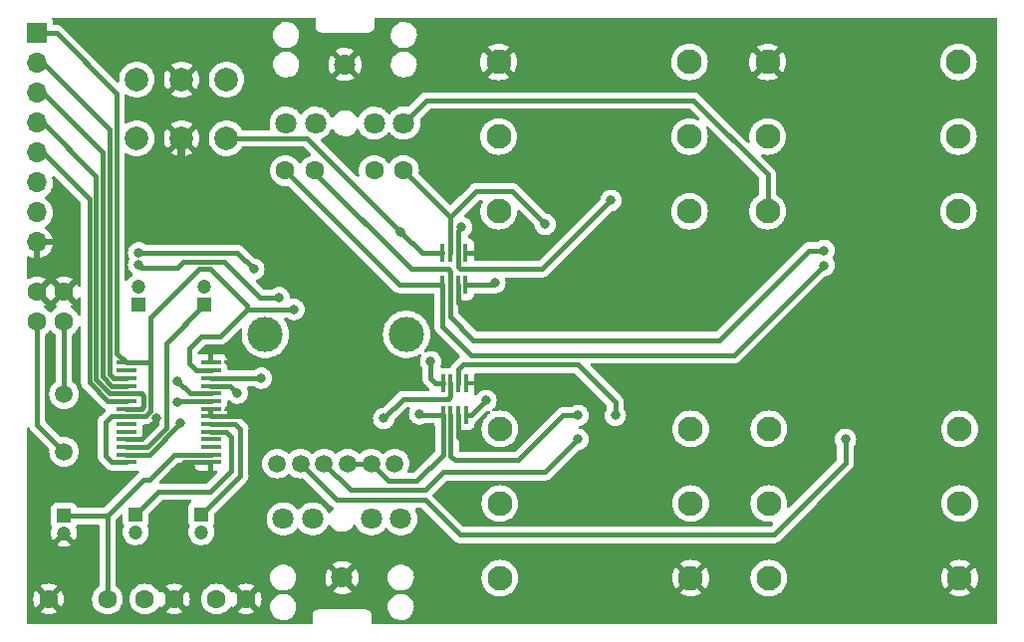
<source format=gbr>
%TF.GenerationSoftware,KiCad,Pcbnew,(5.99.0-11640-gb6664eecf2)*%
%TF.CreationDate,2021-09-02T00:48:36+05:30*%
%TF.ProjectId,AudioInterface,41756469-6f49-46e7-9465-72666163652e,rev?*%
%TF.SameCoordinates,Original*%
%TF.FileFunction,Copper,L1,Top*%
%TF.FilePolarity,Positive*%
%FSLAX46Y46*%
G04 Gerber Fmt 4.6, Leading zero omitted, Abs format (unit mm)*
G04 Created by KiCad (PCBNEW (5.99.0-11640-gb6664eecf2)) date 2021-09-02 00:48:36*
%MOMM*%
%LPD*%
G01*
G04 APERTURE LIST*
%TA.AperFunction,ComponentPad*%
%ADD10C,2.000000*%
%TD*%
%TA.AperFunction,ComponentPad*%
%ADD11R,1.700000X1.700000*%
%TD*%
%TA.AperFunction,ComponentPad*%
%ADD12O,1.700000X1.700000*%
%TD*%
%TA.AperFunction,ComponentPad*%
%ADD13C,2.100000*%
%TD*%
%TA.AperFunction,ComponentPad*%
%ADD14C,1.600000*%
%TD*%
%TA.AperFunction,SMDPad,CuDef*%
%ADD15R,1.750000X0.450000*%
%TD*%
%TA.AperFunction,ComponentPad*%
%ADD16C,1.500000*%
%TD*%
%TA.AperFunction,ComponentPad*%
%ADD17C,1.800000*%
%TD*%
%TA.AperFunction,SMDPad,CuDef*%
%ADD18R,0.400000X1.560000*%
%TD*%
%TA.AperFunction,ComponentPad*%
%ADD19C,3.000000*%
%TD*%
%TA.AperFunction,ComponentPad*%
%ADD20R,1.200000X1.200000*%
%TD*%
%TA.AperFunction,ComponentPad*%
%ADD21C,1.200000*%
%TD*%
%TA.AperFunction,ViaPad*%
%ADD22C,0.800000*%
%TD*%
%TA.AperFunction,Conductor*%
%ADD23C,0.381000*%
%TD*%
%TA.AperFunction,Conductor*%
%ADD24C,0.635000*%
%TD*%
G04 APERTURE END LIST*
D10*
%TO.P,J4,1,Pin_1*%
%TO.N,Net-(J4-Pad1)*%
X153265000Y-57930000D03*
X153265000Y-52930000D03*
%TO.P,J4,2,Pin_2*%
%TO.N,GND*%
X149455000Y-57930000D03*
X149455000Y-52930000D03*
%TO.P,J4,3,Pin_3*%
%TO.N,Net-(J4-Pad3)*%
X145645000Y-52930000D03*
X145645000Y-57930000D03*
%TD*%
D11*
%TO.P,J8,1,Pin_1*%
%TO.N,/+3V3*%
X137162000Y-48990000D03*
D12*
%TO.P,J8,2,Pin_2*%
%TO.N,/I2S_SCK*%
X137162000Y-51530000D03*
%TO.P,J8,3,Pin_3*%
%TO.N,/I2S_SOUT*%
X137162000Y-54070000D03*
%TO.P,J8,4,Pin_4*%
%TO.N,/I2S_LRCK*%
X137162000Y-56610000D03*
%TO.P,J8,5,Pin_5*%
%TO.N,/I2S_SIN*%
X137162000Y-59150000D03*
%TO.P,J8,6,Pin_6*%
%TO.N,/I2C_SCL*%
X137162000Y-61690000D03*
%TO.P,J8,7,Pin_7*%
%TO.N,/I2C_SDA*%
X137162000Y-64230000D03*
%TO.P,J8,8,Pin_8*%
%TO.N,GND*%
X137162000Y-66770000D03*
%TD*%
D13*
%TO.P,J2,R*%
%TO.N,unconnected-(J2-PadR)*%
X192720000Y-88990000D03*
%TO.P,J2,RN*%
%TO.N,unconnected-(J2-PadRN)*%
X176490000Y-88990000D03*
%TO.P,J2,S*%
%TO.N,GND*%
X192720000Y-95340000D03*
%TO.P,J2,SN*%
%TO.N,unconnected-(J2-PadSN)*%
X176490000Y-95340000D03*
%TO.P,J2,T*%
%TO.N,Net-(J2-PadT)*%
X192720000Y-82640000D03*
%TO.P,J2,TN*%
%TO.N,unconnected-(J2-PadTN)*%
X176490000Y-82640000D03*
%TD*%
D14*
%TO.P,C12,1*%
%TO.N,Net-(C12-Pad1)*%
X168308000Y-60674000D03*
%TO.P,C12,2*%
%TO.N,Net-(C12-Pad2)*%
X165808000Y-60674000D03*
%TD*%
%TO.P,C11,1*%
%TO.N,Net-(C11-Pad1)*%
X158264000Y-60674000D03*
%TO.P,C11,2*%
%TO.N,Net-(C11-Pad2)*%
X160764000Y-60674000D03*
%TD*%
D15*
%TO.P,U1,1,DBVDD*%
%TO.N,/+3V3*%
X144738000Y-77023000D03*
%TO.P,U1,2,CLKOUT*%
%TO.N,unconnected-(U1-Pad2)*%
X144738000Y-77673000D03*
%TO.P,U1,3,BCLK*%
%TO.N,/I2S_SCK*%
X144738000Y-78323000D03*
%TO.P,U1,4,DACDAT*%
%TO.N,/I2S_SOUT*%
X144738000Y-78973000D03*
%TO.P,U1,5,DACLRC*%
%TO.N,/I2S_LRCK*%
X144738000Y-79623000D03*
%TO.P,U1,6,ADCDAT*%
%TO.N,/I2S_SIN*%
X144738000Y-80273000D03*
%TO.P,U1,7,ADCLRC*%
%TO.N,/I2S_LRCK*%
X144738000Y-80923000D03*
%TO.P,U1,8,HPVDD*%
%TO.N,/+3V3*%
X144738000Y-81573000D03*
%TO.P,U1,9,LHPOUT*%
%TO.N,unconnected-(U1-Pad9)*%
X144738000Y-82223000D03*
%TO.P,U1,10,RHPOUT*%
%TO.N,unconnected-(U1-Pad10)*%
X144738000Y-82873000D03*
%TO.P,U1,11,HPGND*%
%TO.N,GND*%
X144738000Y-83523000D03*
%TO.P,U1,12,LOUT*%
%TO.N,/LOUT*%
X144738000Y-84173000D03*
%TO.P,U1,13,ROUT*%
%TO.N,/ROUT*%
X144738000Y-84823000D03*
%TO.P,U1,14,AVDD*%
%TO.N,/+3V3*%
X144738000Y-85473000D03*
%TO.P,U1,15,AGND*%
%TO.N,GND*%
X151938000Y-85473000D03*
%TO.P,U1,16,VMID*%
%TO.N,Net-(C1-Pad1)*%
X151938000Y-84823000D03*
%TO.P,U1,17,MICBIAS*%
%TO.N,unconnected-(U1-Pad17)*%
X151938000Y-84173000D03*
%TO.P,U1,18,MICIN*%
%TO.N,unconnected-(U1-Pad18)*%
X151938000Y-83523000D03*
%TO.P,U1,19,RLINEIN*%
%TO.N,/RIN*%
X151938000Y-82873000D03*
%TO.P,U1,20,LLINEIN*%
%TO.N,/LIN*%
X151938000Y-82223000D03*
%TO.P,U1,21,MODE*%
%TO.N,GND*%
X151938000Y-81573000D03*
%TO.P,U1,22,CSB*%
X151938000Y-80923000D03*
%TO.P,U1,23,SDIN*%
%TO.N,/I2C_SDA*%
X151938000Y-80273000D03*
%TO.P,U1,24,SCLK*%
%TO.N,/I2C_SCL*%
X151938000Y-79623000D03*
%TO.P,U1,25,XTI/MCLK*%
%TO.N,Net-(C4-Pad2)*%
X151938000Y-78973000D03*
%TO.P,U1,26,XTO*%
%TO.N,Net-(C3-Pad1)*%
X151938000Y-78323000D03*
%TO.P,U1,27,DCVDD*%
%TO.N,/+3V3*%
X151938000Y-77673000D03*
%TO.P,U1,28,DGND*%
%TO.N,GND*%
X151938000Y-77023000D03*
%TD*%
D16*
%TO.P,Y1,1,1*%
%TO.N,Net-(C4-Pad2)*%
X139448000Y-79687000D03*
%TO.P,Y1,2,2*%
%TO.N,Net-(C3-Pad1)*%
X139448000Y-84587000D03*
%TD*%
D14*
%TO.P,C4,1*%
%TO.N,GND*%
X139448000Y-70981000D03*
%TO.P,C4,2*%
%TO.N,Net-(C4-Pad2)*%
X139448000Y-73481000D03*
%TD*%
D13*
%TO.P,J5,R*%
%TO.N,unconnected-(J5-PadR)*%
X199250000Y-57780000D03*
%TO.P,J5,RN*%
%TO.N,unconnected-(J5-PadRN)*%
X215480000Y-57780000D03*
%TO.P,J5,S*%
%TO.N,GND*%
X199250000Y-51430000D03*
%TO.P,J5,SN*%
%TO.N,unconnected-(J5-PadSN)*%
X215480000Y-51430000D03*
%TO.P,J5,T*%
%TO.N,Net-(J5-PadT)*%
X199250000Y-64130000D03*
%TO.P,J5,TN*%
%TO.N,unconnected-(J5-PadTN)*%
X215480000Y-64130000D03*
%TD*%
D17*
%TO.P,J3,R*%
%TO.N,Net-(J1-PadT)*%
X158075000Y-90290000D03*
%TO.P,J3,RN*%
%TO.N,unconnected-(J3-PadRN)*%
X160575000Y-90290000D03*
%TO.P,J3,S*%
%TO.N,GND*%
X163075000Y-95290000D03*
%TO.P,J3,T*%
%TO.N,Net-(J2-PadT)*%
X168075000Y-90290000D03*
%TO.P,J3,TN*%
%TO.N,Net-(J1-PadTN)*%
X165575000Y-90290000D03*
%TD*%
D18*
%TO.P,U3,1*%
%TO.N,Net-(C11-Pad1)*%
X171615000Y-70406000D03*
%TO.P,U3,2,-*%
%TO.N,Net-(C11-Pad2)*%
X172265000Y-70406000D03*
%TO.P,U3,3,+*%
%TO.N,GND*%
X172925000Y-70406000D03*
%TO.P,U3,4,V-*%
%TO.N,Net-(J4-Pad3)*%
X173575000Y-70406000D03*
%TO.P,U3,5,+*%
%TO.N,GND*%
X173575000Y-67706000D03*
%TO.P,U3,6,-*%
%TO.N,Net-(C12-Pad2)*%
X172925000Y-67706000D03*
%TO.P,U3,7*%
%TO.N,Net-(C12-Pad1)*%
X172265000Y-67706000D03*
%TO.P,U3,8,V+*%
%TO.N,Net-(J4-Pad1)*%
X171615000Y-67706000D03*
%TD*%
D13*
%TO.P,J1,R*%
%TO.N,unconnected-(J1-PadR)*%
X215580000Y-88990000D03*
%TO.P,J1,RN*%
%TO.N,unconnected-(J1-PadRN)*%
X199350000Y-88990000D03*
%TO.P,J1,S*%
%TO.N,GND*%
X215580000Y-95340000D03*
%TO.P,J1,SN*%
%TO.N,unconnected-(J1-PadSN)*%
X199350000Y-95340000D03*
%TO.P,J1,T*%
%TO.N,Net-(J1-PadT)*%
X215580000Y-82640000D03*
%TO.P,J1,TN*%
%TO.N,Net-(J1-PadTN)*%
X199350000Y-82640000D03*
%TD*%
D14*
%TO.P,C1,1*%
%TO.N,Net-(C1-Pad1)*%
X143142000Y-97123000D03*
%TO.P,C1,2*%
%TO.N,GND*%
X138142000Y-97123000D03*
%TD*%
D19*
%TO.P,RV1,*%
%TO.N,*%
X156562000Y-74599000D03*
X168562000Y-74599000D03*
D16*
%TO.P,RV1,1,1*%
%TO.N,Net-(R5-Pad2)*%
X161562000Y-85599000D03*
%TO.P,RV1,2,2*%
%TO.N,Net-(R7-Pad1)*%
X163562000Y-85599000D03*
%TO.P,RV1,3,3*%
X165562000Y-85599000D03*
%TO.P,RV1,4,4*%
%TO.N,Net-(R6-Pad2)*%
X159562000Y-85599000D03*
%TO.P,RV1,5,5*%
%TO.N,Net-(R8-Pad1)*%
X157562000Y-85599000D03*
%TO.P,RV1,6,6*%
X167562000Y-85599000D03*
%TD*%
D20*
%TO.P,C9,1*%
%TO.N,/ROUT*%
X145798000Y-72064600D03*
D21*
%TO.P,C9,2*%
%TO.N,Net-(C9-Pad2)*%
X145798000Y-70564600D03*
%TD*%
D14*
%TO.P,C3,1*%
%TO.N,Net-(C3-Pad1)*%
X137162000Y-73481000D03*
%TO.P,C3,2*%
%TO.N,GND*%
X137162000Y-70981000D03*
%TD*%
D17*
%TO.P,J7,R*%
%TO.N,Net-(J5-PadT)*%
X168330000Y-56640000D03*
%TO.P,J7,RN*%
%TO.N,unconnected-(J7-PadRN)*%
X165830000Y-56640000D03*
%TO.P,J7,S*%
%TO.N,GND*%
X163330000Y-51640000D03*
%TO.P,J7,T*%
%TO.N,Net-(J6-PadT)*%
X158330000Y-56640000D03*
%TO.P,J7,TN*%
%TO.N,unconnected-(J7-PadTN)*%
X160830000Y-56640000D03*
%TD*%
D20*
%TO.P,C8,1*%
%TO.N,/LIN*%
X151132000Y-89923401D03*
D21*
%TO.P,C8,2*%
%TO.N,Net-(C6-Pad2)*%
X151132000Y-91423401D03*
%TD*%
D20*
%TO.P,C2,1*%
%TO.N,Net-(C1-Pad1)*%
X139448000Y-90050401D03*
D21*
%TO.P,C2,2*%
%TO.N,GND*%
X139448000Y-91550401D03*
%TD*%
D13*
%TO.P,J6,R*%
%TO.N,unconnected-(J6-PadR)*%
X176390000Y-57780000D03*
%TO.P,J6,RN*%
%TO.N,unconnected-(J6-PadRN)*%
X192620000Y-57780000D03*
%TO.P,J6,S*%
%TO.N,GND*%
X176390000Y-51430000D03*
%TO.P,J6,SN*%
%TO.N,unconnected-(J6-PadSN)*%
X192620000Y-51430000D03*
%TO.P,J6,T*%
%TO.N,Net-(J6-PadT)*%
X176390000Y-64130000D03*
%TO.P,J6,TN*%
%TO.N,unconnected-(J6-PadTN)*%
X192620000Y-64130000D03*
%TD*%
D20*
%TO.P,C7,1*%
%TO.N,/RIN*%
X145544000Y-89923401D03*
D21*
%TO.P,C7,2*%
%TO.N,Net-(C5-Pad2)*%
X145544000Y-91423401D03*
%TD*%
D14*
%TO.P,C5,1*%
%TO.N,GND*%
X148826000Y-97123000D03*
%TO.P,C5,2*%
%TO.N,Net-(C5-Pad2)*%
X146326000Y-97123000D03*
%TD*%
%TO.P,C6,1*%
%TO.N,GND*%
X154922000Y-97123000D03*
%TO.P,C6,2*%
%TO.N,Net-(C6-Pad2)*%
X152422000Y-97123000D03*
%TD*%
D20*
%TO.P,C10,1*%
%TO.N,/LOUT*%
X151386000Y-72064600D03*
D21*
%TO.P,C10,2*%
%TO.N,Net-(C10-Pad2)*%
X151386000Y-70564600D03*
%TD*%
D18*
%TO.P,U2,1*%
%TO.N,Net-(R7-Pad1)*%
X171666000Y-81455000D03*
%TO.P,U2,2,-*%
%TO.N,Net-(R1-Pad2)*%
X172316000Y-81455000D03*
%TO.P,U2,3,+*%
%TO.N,GND*%
X172976000Y-81455000D03*
%TO.P,U2,4,V-*%
%TO.N,Net-(J4-Pad3)*%
X173626000Y-81455000D03*
%TO.P,U2,5,+*%
%TO.N,GND*%
X173626000Y-78755000D03*
%TO.P,U2,6,-*%
%TO.N,Net-(R2-Pad2)*%
X172976000Y-78755000D03*
%TO.P,U2,7*%
%TO.N,Net-(R8-Pad1)*%
X172316000Y-78755000D03*
%TO.P,U2,8,V+*%
%TO.N,Net-(J4-Pad1)*%
X171666000Y-78755000D03*
%TD*%
D22*
%TO.N,GND*%
X147322000Y-81756000D03*
X148846000Y-86328000D03*
X148338000Y-64992000D03*
X158498000Y-81756000D03*
X158498000Y-78581000D03*
%TO.N,Net-(C3-Pad1)*%
X156212000Y-78327000D03*
%TO.N,Net-(C4-Pad2)*%
X154180000Y-79597000D03*
%TO.N,/ROUT*%
X149354000Y-82137000D03*
%TO.N,Net-(C11-Pad1)*%
X204065000Y-68730000D03*
%TO.N,Net-(C11-Pad2)*%
X204065000Y-67460000D03*
%TO.N,Net-(C12-Pad1)*%
X180342000Y-65246000D03*
%TO.N,Net-(C12-Pad2)*%
X185930000Y-63214000D03*
X173230000Y-65500000D03*
%TO.N,Net-(R1-Pad2)*%
X183136000Y-81493000D03*
%TO.N,Net-(R2-Pad2)*%
X186311000Y-81493000D03*
%TO.N,/+3V3*%
X159006000Y-72485000D03*
%TO.N,/I2C_SCL*%
X145798000Y-67659000D03*
X149100000Y-78581000D03*
X155577000Y-69056000D03*
%TO.N,/I2C_SDA*%
X157736000Y-71469000D03*
X145798000Y-68675000D03*
X149100000Y-80359000D03*
%TO.N,Net-(R5-Pad2)*%
X183136000Y-83534000D03*
%TO.N,Net-(R6-Pad2)*%
X205869000Y-83534000D03*
%TO.N,Net-(R7-Pad1)*%
X169674000Y-81375000D03*
%TO.N,Net-(R8-Pad1)*%
X166626000Y-81756000D03*
%TO.N,Net-(J4-Pad3)*%
X175313000Y-80232000D03*
X176075000Y-70199000D03*
%TO.N,Net-(J4-Pad1)*%
X168074000Y-65881000D03*
X170614000Y-76930000D03*
%TD*%
D23*
%TO.N,/+3V3*%
X155004422Y-72166422D02*
X155004422Y-72485000D01*
X150941500Y-69056000D02*
X151894000Y-69056000D01*
X151894000Y-69056000D02*
X155004422Y-72166422D01*
X146814000Y-73183500D02*
X150941500Y-69056000D01*
X146814000Y-77057000D02*
X146814000Y-73183500D01*
%TO.N,Net-(C1-Pad1)*%
X143142000Y-90051000D02*
X143142000Y-97123000D01*
X146230000Y-86963000D02*
X146687000Y-86963000D01*
X143142599Y-90050401D02*
X143142000Y-90051000D01*
X146687000Y-86963000D02*
X148827000Y-84823000D01*
X148827000Y-84823000D02*
X151938000Y-84823000D01*
X143142599Y-90050401D02*
X146230000Y-86963000D01*
X139448000Y-90050401D02*
X143142599Y-90050401D01*
%TO.N,GND*%
X151938000Y-85473000D02*
X149701000Y-85473000D01*
D24*
X149455000Y-63875000D02*
X148338000Y-64992000D01*
X149455000Y-57930000D02*
X149455000Y-63875000D01*
D23*
X172925000Y-71880000D02*
X173585000Y-72540000D01*
X151938000Y-81573000D02*
X155506000Y-81573000D01*
X172976000Y-81455000D02*
X172976000Y-83361000D01*
X172925000Y-70406000D02*
X172925000Y-71880000D01*
X172976000Y-83361000D02*
X173585000Y-83970000D01*
X145994000Y-83523000D02*
X147322000Y-82195000D01*
X155506000Y-81573000D02*
X158498000Y-78581000D01*
X147322000Y-82195000D02*
X147322000Y-81756000D01*
X144738000Y-83523000D02*
X145994000Y-83523000D01*
X149701000Y-85473000D02*
X148846000Y-86328000D01*
%TO.N,Net-(C3-Pad1)*%
X137162000Y-82301000D02*
X137162000Y-73481000D01*
X151938000Y-78323000D02*
X156208000Y-78323000D01*
X139448000Y-84587000D02*
X137162000Y-82301000D01*
X156208000Y-78323000D02*
X156212000Y-78327000D01*
%TO.N,Net-(C4-Pad2)*%
X153556000Y-78973000D02*
X154180000Y-79597000D01*
X151938000Y-78973000D02*
X153556000Y-78973000D01*
X139448000Y-79687000D02*
X139448000Y-73481000D01*
%TO.N,/RIN*%
X151894000Y-87979000D02*
X147488401Y-87979000D01*
X147488401Y-87979000D02*
X145544000Y-89923401D01*
X151938000Y-82873000D02*
X153194000Y-82873000D01*
X153672000Y-83351000D02*
X153672000Y-86201000D01*
X153194000Y-82873000D02*
X153672000Y-83351000D01*
X153672000Y-86201000D02*
X151894000Y-87979000D01*
%TO.N,/LIN*%
X154434000Y-86621401D02*
X154434000Y-82645000D01*
X151132000Y-89923401D02*
X154434000Y-86621401D01*
X154434000Y-82645000D02*
X154012000Y-82223000D01*
X154012000Y-82223000D02*
X151938000Y-82223000D01*
%TO.N,/ROUT*%
X149354000Y-82170197D02*
X149354000Y-82137000D01*
X146701197Y-84823000D02*
X149354000Y-82170197D01*
X144738000Y-84823000D02*
X146701197Y-84823000D01*
%TO.N,/LOUT*%
X144738000Y-84173000D02*
X146530231Y-84173000D01*
X148112001Y-75338599D02*
X151386000Y-72064600D01*
X148112001Y-82591230D02*
X148112001Y-75338599D01*
X146530231Y-84173000D02*
X148112001Y-82591230D01*
%TO.N,Net-(C11-Pad1)*%
X171615000Y-73930966D02*
X174034034Y-76350000D01*
X174034034Y-76350000D02*
X196445000Y-76350000D01*
X196445000Y-76350000D02*
X204065000Y-68730000D01*
X171615000Y-70406000D02*
X171615000Y-73930966D01*
X171615000Y-70406000D02*
X167996000Y-70406000D01*
X167996000Y-70406000D02*
X158264000Y-60674000D01*
%TO.N,Net-(C11-Pad2)*%
X168963000Y-69056000D02*
X172076000Y-69056000D01*
X172265000Y-73125000D02*
X174220000Y-75080000D01*
X174220000Y-75080000D02*
X195175000Y-75080000D01*
X202795000Y-67460000D02*
X204065000Y-67460000D01*
X160764000Y-60857000D02*
X168963000Y-69056000D01*
X160764000Y-60674000D02*
X160764000Y-60857000D01*
X172076000Y-69056000D02*
X172265000Y-69245000D01*
X195175000Y-75080000D02*
X202795000Y-67460000D01*
X172265000Y-69245000D02*
X172265000Y-70406000D01*
X172265000Y-70406000D02*
X172265000Y-73125000D01*
%TO.N,Net-(C12-Pad1)*%
X177548000Y-62452000D02*
X180342000Y-65246000D01*
X174444000Y-62452000D02*
X177548000Y-62452000D01*
X172265000Y-64631000D02*
X172265000Y-65195000D01*
X172265000Y-64631000D02*
X174444000Y-62452000D01*
X172265000Y-67706000D02*
X172265000Y-65195000D01*
X168308000Y-60674000D02*
X172265000Y-64631000D01*
%TO.N,Net-(C12-Pad2)*%
X180088000Y-69056000D02*
X185930000Y-63214000D01*
X172925000Y-67706000D02*
X172925000Y-65805000D01*
X172925000Y-65805000D02*
X173230000Y-65500000D01*
X173114000Y-69056000D02*
X180088000Y-69056000D01*
X172925000Y-68867000D02*
X173114000Y-69056000D01*
X172925000Y-67706000D02*
X172925000Y-68867000D01*
%TO.N,Net-(J5-PadT)*%
X192966000Y-54705000D02*
X199250000Y-60989000D01*
X170265000Y-54705000D02*
X192966000Y-54705000D01*
X199250000Y-60989000D02*
X199250000Y-64130000D01*
X168330000Y-56640000D02*
X170265000Y-54705000D01*
%TO.N,Net-(R1-Pad2)*%
X172316000Y-84906000D02*
X172316000Y-81455000D01*
X181875000Y-81493000D02*
X178056000Y-85312000D01*
X178056000Y-85312000D02*
X172722000Y-85312000D01*
X172722000Y-85312000D02*
X172316000Y-84906000D01*
X183136000Y-81493000D02*
X181875000Y-81493000D01*
%TO.N,Net-(R2-Pad2)*%
X186311000Y-81493000D02*
X186311000Y-80359000D01*
X183136000Y-77184000D02*
X173386000Y-77184000D01*
X173386000Y-77184000D02*
X172976000Y-77594000D01*
X186311000Y-80359000D02*
X183136000Y-77184000D01*
X172976000Y-77594000D02*
X172976000Y-78755000D01*
%TO.N,/+3V3*%
X143911022Y-54088022D02*
X143911022Y-76196022D01*
X150116000Y-77107000D02*
X150116000Y-75787000D01*
X155004422Y-72485000D02*
X159006000Y-72485000D01*
X152718422Y-74771000D02*
X155004422Y-72485000D01*
X138813000Y-48990000D02*
X143911022Y-54088022D01*
X143507978Y-85473000D02*
X144738000Y-85473000D01*
X146814000Y-81121000D02*
X146814000Y-77057000D01*
X150116000Y-75787000D02*
X151132000Y-74771000D01*
X143004000Y-82051000D02*
X143004000Y-84969022D01*
X144738000Y-81573000D02*
X143482000Y-81573000D01*
X151938000Y-77673000D02*
X150682000Y-77673000D01*
X143482000Y-81573000D02*
X143004000Y-82051000D01*
X143004000Y-84969022D02*
X143507978Y-85473000D01*
X146780000Y-77023000D02*
X146814000Y-77057000D01*
X146362000Y-81573000D02*
X146814000Y-81121000D01*
X150682000Y-77673000D02*
X150116000Y-77107000D01*
X143911022Y-76196022D02*
X144738000Y-77023000D01*
X151132000Y-74771000D02*
X152718422Y-74771000D01*
X144738000Y-81573000D02*
X146362000Y-81573000D01*
X144738000Y-77023000D02*
X146780000Y-77023000D01*
X137162000Y-48990000D02*
X138813000Y-48990000D01*
%TO.N,/I2C_SCL*%
X149100000Y-78581000D02*
X150142000Y-79623000D01*
X155577000Y-69056000D02*
X154180000Y-67659000D01*
X150142000Y-79623000D02*
X151938000Y-79623000D01*
X154180000Y-67659000D02*
X145798000Y-67659000D01*
%TO.N,/I2C_SDA*%
X149100000Y-68929000D02*
X149608000Y-68421000D01*
X145798000Y-68675000D02*
X146052000Y-68929000D01*
X153054031Y-68421000D02*
X156102031Y-71469000D01*
X149186000Y-80273000D02*
X151938000Y-80273000D01*
X146052000Y-68929000D02*
X149100000Y-68929000D01*
X149100000Y-80359000D02*
X149186000Y-80273000D01*
X149608000Y-68421000D02*
X153054031Y-68421000D01*
X156102031Y-71469000D02*
X157736000Y-71469000D01*
%TO.N,Net-(R5-Pad2)*%
X170182000Y-87852000D02*
X171706000Y-86328000D01*
X171706000Y-86328000D02*
X180342000Y-86328000D01*
X180342000Y-86328000D02*
X183136000Y-83534000D01*
X161562000Y-85599000D02*
X163815000Y-87852000D01*
X163815000Y-87852000D02*
X170182000Y-87852000D01*
%TO.N,Net-(R6-Pad2)*%
X199773000Y-91662000D02*
X205869000Y-85566000D01*
X159562000Y-85599000D02*
X162649511Y-88686511D01*
X162649511Y-88686511D02*
X170127511Y-88686511D01*
X205869000Y-85566000D02*
X205869000Y-83534000D01*
X170127511Y-88686511D02*
X173103000Y-91662000D01*
X173103000Y-91662000D02*
X199773000Y-91662000D01*
%TO.N,Net-(R7-Pad1)*%
X171666000Y-84844000D02*
X171666000Y-81455000D01*
X169754000Y-81455000D02*
X169674000Y-81375000D01*
X165562000Y-85599000D02*
X163562000Y-85599000D01*
X169420000Y-87090000D02*
X171666000Y-84844000D01*
X167053000Y-87090000D02*
X169420000Y-87090000D01*
X171666000Y-81455000D02*
X169754000Y-81455000D01*
X165562000Y-85599000D02*
X167053000Y-87090000D01*
%TO.N,Net-(R8-Pad1)*%
X172316000Y-79865022D02*
X172316000Y-78755000D01*
X168277000Y-80105000D02*
X172076022Y-80105000D01*
X166626000Y-81756000D02*
X168277000Y-80105000D01*
X172076022Y-80105000D02*
X172316000Y-79865022D01*
%TO.N,/I2S_SCK*%
X143330511Y-77968643D02*
X143330510Y-57190510D01*
X143330510Y-57190510D02*
X137670000Y-51530000D01*
X144738000Y-78323000D02*
X143684868Y-78323000D01*
X143684868Y-78323000D02*
X143330511Y-77968643D01*
X137162000Y-51530000D02*
X137670000Y-51530000D01*
%TO.N,/I2S_SOUT*%
X137162000Y-54070000D02*
X137670000Y-54070000D01*
X144738000Y-78973000D02*
X143513902Y-78973000D01*
X143513902Y-78973000D02*
X142750000Y-78209098D01*
X142750000Y-78209098D02*
X142750000Y-59150000D01*
X142750000Y-59150000D02*
X137670000Y-54070000D01*
%TO.N,/I2S_LRCK*%
X146233489Y-80685511D02*
X146233489Y-79862489D01*
X137162000Y-56610000D02*
X137670000Y-56610000D01*
X143342936Y-79623000D02*
X144738000Y-79623000D01*
X145994000Y-79623000D02*
X144738000Y-79623000D01*
X145996000Y-80923000D02*
X146233489Y-80685511D01*
X142169479Y-61109479D02*
X142169479Y-78449543D01*
X146233489Y-79862489D02*
X145994000Y-79623000D01*
X142169479Y-78449543D02*
X143342936Y-79623000D01*
X144738000Y-80923000D02*
X145996000Y-80923000D01*
X137670000Y-56610000D02*
X142169479Y-61109479D01*
%TO.N,/I2S_SIN*%
X141588969Y-78689999D02*
X143171970Y-80273000D01*
X137670000Y-59150000D02*
X141588968Y-63068968D01*
X143171970Y-80273000D02*
X144738000Y-80273000D01*
X141588968Y-63068968D02*
X141588969Y-78689999D01*
X137162000Y-59150000D02*
X137670000Y-59150000D01*
%TO.N,Net-(J4-Pad3)*%
X173626000Y-81455000D02*
X174090000Y-81455000D01*
X173575000Y-70406000D02*
X175868000Y-70406000D01*
X174090000Y-81455000D02*
X175313000Y-80232000D01*
X175868000Y-70406000D02*
X176075000Y-70199000D01*
%TO.N,Net-(J4-Pad1)*%
X171042000Y-78755000D02*
X170614000Y-78327000D01*
X171666000Y-78755000D02*
X171042000Y-78755000D01*
X153265000Y-57930000D02*
X160123000Y-57930000D01*
X169899000Y-67706000D02*
X168074000Y-65881000D01*
X171615000Y-67706000D02*
X169899000Y-67706000D01*
X170614000Y-78327000D02*
X170614000Y-76930000D01*
X160123000Y-57930000D02*
X168074000Y-65881000D01*
%TD*%
%TA.AperFunction,Conductor*%
%TO.N,GND*%
G36*
X160764121Y-47668002D02*
G01*
X160810614Y-47721658D01*
X160822000Y-47774000D01*
X160822000Y-48401298D01*
X160821998Y-48402068D01*
X160821524Y-48479652D01*
X160823990Y-48488281D01*
X160823991Y-48488286D01*
X160829639Y-48508048D01*
X160833217Y-48524809D01*
X160836130Y-48545152D01*
X160836133Y-48545162D01*
X160837405Y-48554045D01*
X160848021Y-48577395D01*
X160854464Y-48594907D01*
X160861512Y-48619565D01*
X160877274Y-48644548D01*
X160885404Y-48659614D01*
X160897633Y-48686510D01*
X160914374Y-48705939D01*
X160925479Y-48720947D01*
X160939160Y-48742631D01*
X160945888Y-48748573D01*
X160961296Y-48762181D01*
X160973340Y-48774373D01*
X160992619Y-48796747D01*
X161000147Y-48801626D01*
X161000150Y-48801629D01*
X161014139Y-48810696D01*
X161029013Y-48821986D01*
X161048228Y-48838956D01*
X161056354Y-48842771D01*
X161056355Y-48842772D01*
X161062021Y-48845432D01*
X161074966Y-48851510D01*
X161089935Y-48859824D01*
X161114727Y-48875893D01*
X161131650Y-48880954D01*
X161139290Y-48883239D01*
X161156736Y-48889901D01*
X161179948Y-48900799D01*
X161209130Y-48905343D01*
X161225849Y-48909126D01*
X161245536Y-48915014D01*
X161245539Y-48915015D01*
X161254141Y-48917587D01*
X161263116Y-48917642D01*
X161263117Y-48917642D01*
X161269810Y-48917683D01*
X161288556Y-48917797D01*
X161289328Y-48917830D01*
X161290423Y-48918000D01*
X161321298Y-48918000D01*
X161322068Y-48918002D01*
X161395716Y-48918452D01*
X161395717Y-48918452D01*
X161399652Y-48918476D01*
X161400996Y-48918092D01*
X161402341Y-48918000D01*
X165321298Y-48918000D01*
X165322069Y-48918002D01*
X165399652Y-48918476D01*
X165408281Y-48916010D01*
X165408286Y-48916009D01*
X165428048Y-48910361D01*
X165444809Y-48906783D01*
X165465152Y-48903870D01*
X165465162Y-48903867D01*
X165474045Y-48902595D01*
X165497395Y-48891979D01*
X165514907Y-48885536D01*
X165530937Y-48880954D01*
X165539565Y-48878488D01*
X165564548Y-48862726D01*
X165579614Y-48854596D01*
X165606510Y-48842367D01*
X165625939Y-48825626D01*
X165640947Y-48814521D01*
X165655039Y-48805630D01*
X165662631Y-48800840D01*
X165682182Y-48778703D01*
X165694374Y-48766659D01*
X165709949Y-48753239D01*
X165709950Y-48753237D01*
X165716747Y-48747381D01*
X165721626Y-48739853D01*
X165721629Y-48739850D01*
X165730696Y-48725861D01*
X165741986Y-48710987D01*
X165753012Y-48698502D01*
X165758956Y-48691772D01*
X165771510Y-48665034D01*
X165779824Y-48650065D01*
X165795893Y-48625273D01*
X165803239Y-48600709D01*
X165809901Y-48583264D01*
X165816983Y-48568179D01*
X165820799Y-48560052D01*
X165825343Y-48530870D01*
X165829126Y-48514151D01*
X165835014Y-48494464D01*
X165835015Y-48494461D01*
X165837587Y-48485859D01*
X165837797Y-48451444D01*
X165837830Y-48450672D01*
X165838000Y-48449577D01*
X165838000Y-48418702D01*
X165838002Y-48417932D01*
X165838452Y-48344284D01*
X165838452Y-48344283D01*
X165838476Y-48340348D01*
X165838092Y-48339004D01*
X165838000Y-48337659D01*
X165838000Y-47774000D01*
X165858002Y-47705879D01*
X165911658Y-47659386D01*
X165964000Y-47648000D01*
X218671000Y-47648000D01*
X218739121Y-47668002D01*
X218785614Y-47721658D01*
X218797000Y-47774000D01*
X218797000Y-99156000D01*
X218776998Y-99224121D01*
X218723342Y-99270614D01*
X218671000Y-99282000D01*
X165709000Y-99282000D01*
X165640879Y-99261998D01*
X165594386Y-99208342D01*
X165583000Y-99156000D01*
X165583000Y-98528702D01*
X165583002Y-98527932D01*
X165583421Y-98459322D01*
X165583476Y-98450348D01*
X165581010Y-98441719D01*
X165581009Y-98441714D01*
X165575361Y-98421952D01*
X165571783Y-98405191D01*
X165568870Y-98384848D01*
X165568867Y-98384838D01*
X165567595Y-98375955D01*
X165556979Y-98352605D01*
X165550536Y-98335093D01*
X165545954Y-98319063D01*
X165543488Y-98310435D01*
X165527726Y-98285452D01*
X165519596Y-98270386D01*
X165507367Y-98243490D01*
X165490626Y-98224061D01*
X165479521Y-98209053D01*
X165470630Y-98194961D01*
X165465840Y-98187369D01*
X165443703Y-98167818D01*
X165431659Y-98155626D01*
X165418239Y-98140051D01*
X165418237Y-98140050D01*
X165412381Y-98133253D01*
X165404853Y-98128374D01*
X165404850Y-98128371D01*
X165390861Y-98119304D01*
X165375987Y-98108014D01*
X165363502Y-98096988D01*
X165356772Y-98091044D01*
X165348646Y-98087229D01*
X165348645Y-98087228D01*
X165342979Y-98084568D01*
X165330034Y-98078490D01*
X165315065Y-98070176D01*
X165290273Y-98054107D01*
X165265709Y-98046761D01*
X165248264Y-98040099D01*
X165243827Y-98038016D01*
X165225052Y-98029201D01*
X165195870Y-98024657D01*
X165179151Y-98020874D01*
X165159464Y-98014986D01*
X165159461Y-98014985D01*
X165150859Y-98012413D01*
X165141884Y-98012358D01*
X165141883Y-98012358D01*
X165135190Y-98012317D01*
X165116444Y-98012203D01*
X165115672Y-98012170D01*
X165114577Y-98012000D01*
X165083702Y-98012000D01*
X165082932Y-98011998D01*
X165009284Y-98011548D01*
X165009283Y-98011548D01*
X165005348Y-98011524D01*
X165004004Y-98011908D01*
X165002659Y-98012000D01*
X161083702Y-98012000D01*
X161082932Y-98011998D01*
X161082078Y-98011993D01*
X161005348Y-98011524D01*
X160996719Y-98013990D01*
X160996714Y-98013991D01*
X160976952Y-98019639D01*
X160960191Y-98023217D01*
X160939848Y-98026130D01*
X160939838Y-98026133D01*
X160930955Y-98027405D01*
X160907605Y-98038021D01*
X160890093Y-98044464D01*
X160882057Y-98046761D01*
X160865435Y-98051512D01*
X160840452Y-98067274D01*
X160825386Y-98075404D01*
X160798490Y-98087633D01*
X160779061Y-98104374D01*
X160764053Y-98115479D01*
X160742369Y-98129160D01*
X160736427Y-98135888D01*
X160722819Y-98151296D01*
X160710627Y-98163340D01*
X160688253Y-98182619D01*
X160683374Y-98190147D01*
X160683371Y-98190150D01*
X160674304Y-98204139D01*
X160663014Y-98219013D01*
X160646044Y-98238228D01*
X160633490Y-98264966D01*
X160625176Y-98279935D01*
X160609107Y-98304727D01*
X160606535Y-98313327D01*
X160601761Y-98329290D01*
X160595099Y-98346736D01*
X160584201Y-98369948D01*
X160579658Y-98399128D01*
X160575874Y-98415849D01*
X160569986Y-98435536D01*
X160569985Y-98435539D01*
X160567413Y-98444141D01*
X160567358Y-98453116D01*
X160567358Y-98453117D01*
X160567203Y-98478546D01*
X160567170Y-98479328D01*
X160567000Y-98480423D01*
X160567000Y-98511298D01*
X160566998Y-98512068D01*
X160566524Y-98589652D01*
X160566908Y-98590996D01*
X160567000Y-98592341D01*
X160567000Y-99156000D01*
X160546998Y-99224121D01*
X160493342Y-99270614D01*
X160441000Y-99282000D01*
X136399000Y-99282000D01*
X136330879Y-99261998D01*
X136284386Y-99208342D01*
X136273000Y-99156000D01*
X136273000Y-98209062D01*
X137420493Y-98209062D01*
X137429789Y-98221077D01*
X137480994Y-98256931D01*
X137490489Y-98262414D01*
X137687947Y-98354490D01*
X137698239Y-98358236D01*
X137908688Y-98414625D01*
X137919481Y-98416528D01*
X138136525Y-98435517D01*
X138147475Y-98435517D01*
X138364519Y-98416528D01*
X138375312Y-98414625D01*
X138585761Y-98358236D01*
X138596053Y-98354490D01*
X138793511Y-98262414D01*
X138803006Y-98256931D01*
X138855048Y-98220491D01*
X138863424Y-98210012D01*
X138856356Y-98196566D01*
X138154812Y-97495022D01*
X138140868Y-97487408D01*
X138139035Y-97487539D01*
X138132420Y-97491790D01*
X137426923Y-98197287D01*
X137420493Y-98209062D01*
X136273000Y-98209062D01*
X136273000Y-97117525D01*
X136829483Y-97117525D01*
X136829483Y-97128475D01*
X136848472Y-97345519D01*
X136850375Y-97356312D01*
X136906764Y-97566761D01*
X136910510Y-97577053D01*
X137002586Y-97774511D01*
X137008069Y-97784006D01*
X137044509Y-97836048D01*
X137054988Y-97844424D01*
X137068434Y-97837356D01*
X137769978Y-97135812D01*
X137776356Y-97124132D01*
X138506408Y-97124132D01*
X138506539Y-97125965D01*
X138510790Y-97132580D01*
X139216287Y-97838077D01*
X139228062Y-97844507D01*
X139240077Y-97835211D01*
X139275931Y-97784006D01*
X139281414Y-97774511D01*
X139373490Y-97577053D01*
X139377236Y-97566761D01*
X139433625Y-97356312D01*
X139435528Y-97345519D01*
X139454517Y-97128475D01*
X139454517Y-97117525D01*
X139435528Y-96900481D01*
X139433625Y-96889688D01*
X139377236Y-96679239D01*
X139373490Y-96668947D01*
X139281414Y-96471489D01*
X139275931Y-96461994D01*
X139239491Y-96409952D01*
X139229012Y-96401576D01*
X139215566Y-96408644D01*
X138514022Y-97110188D01*
X138506408Y-97124132D01*
X137776356Y-97124132D01*
X137777592Y-97121868D01*
X137777461Y-97120035D01*
X137773210Y-97113420D01*
X137067713Y-96407923D01*
X137055938Y-96401493D01*
X137043923Y-96410789D01*
X137008069Y-96461994D01*
X137002586Y-96471489D01*
X136910510Y-96668947D01*
X136906764Y-96679239D01*
X136850375Y-96889688D01*
X136848472Y-96900481D01*
X136829483Y-97117525D01*
X136273000Y-97117525D01*
X136273000Y-96035988D01*
X137420576Y-96035988D01*
X137427644Y-96049434D01*
X138129188Y-96750978D01*
X138143132Y-96758592D01*
X138144965Y-96758461D01*
X138151580Y-96754210D01*
X138857077Y-96048713D01*
X138863507Y-96036938D01*
X138854211Y-96024923D01*
X138803006Y-95989069D01*
X138793511Y-95983586D01*
X138596053Y-95891510D01*
X138585761Y-95887764D01*
X138375312Y-95831375D01*
X138364519Y-95829472D01*
X138147475Y-95810483D01*
X138136525Y-95810483D01*
X137919481Y-95829472D01*
X137908688Y-95831375D01*
X137698239Y-95887764D01*
X137687947Y-95891510D01*
X137490489Y-95983586D01*
X137480994Y-95989069D01*
X137428952Y-96025509D01*
X137420576Y-96035988D01*
X136273000Y-96035988D01*
X136273000Y-92491695D01*
X138871066Y-92491695D01*
X138880948Y-92504184D01*
X138912239Y-92525092D01*
X138922349Y-92530582D01*
X139098835Y-92606406D01*
X139109778Y-92609961D01*
X139297120Y-92652353D01*
X139308530Y-92653855D01*
X139500469Y-92661396D01*
X139511951Y-92660794D01*
X139702045Y-92633233D01*
X139713240Y-92630545D01*
X139895131Y-92568801D01*
X139905628Y-92564127D01*
X140016032Y-92502299D01*
X140025895Y-92492222D01*
X140022940Y-92484552D01*
X139460811Y-91922422D01*
X139446868Y-91914809D01*
X139445034Y-91914940D01*
X139438420Y-91919191D01*
X138877259Y-92480353D01*
X138871066Y-92491695D01*
X136273000Y-92491695D01*
X136273000Y-82615846D01*
X136293002Y-82547725D01*
X136346658Y-82501232D01*
X136416932Y-82491128D01*
X136481512Y-82520622D01*
X136516863Y-82571303D01*
X136537994Y-82627222D01*
X136542293Y-82633478D01*
X136543935Y-82636618D01*
X136551033Y-82649372D01*
X136552870Y-82652478D01*
X136555923Y-82659433D01*
X136560548Y-82665460D01*
X136560550Y-82665464D01*
X136594265Y-82709402D01*
X136598129Y-82714720D01*
X136633821Y-82766652D01*
X136639491Y-82771704D01*
X136639492Y-82771705D01*
X136679688Y-82807518D01*
X136684964Y-82812499D01*
X138165251Y-84292786D01*
X138199277Y-84355098D01*
X138201677Y-84392862D01*
X138188862Y-84539342D01*
X138184693Y-84587000D01*
X138203885Y-84806371D01*
X138260880Y-85019076D01*
X138286711Y-85074471D01*
X138351618Y-85213666D01*
X138351621Y-85213671D01*
X138353944Y-85218653D01*
X138357100Y-85223160D01*
X138357101Y-85223162D01*
X138470496Y-85385106D01*
X138480251Y-85399038D01*
X138635962Y-85554749D01*
X138640471Y-85557906D01*
X138640473Y-85557908D01*
X138704346Y-85602632D01*
X138816346Y-85681056D01*
X139015924Y-85774120D01*
X139228629Y-85831115D01*
X139448000Y-85850307D01*
X139667371Y-85831115D01*
X139880076Y-85774120D01*
X140079654Y-85681056D01*
X140191654Y-85602632D01*
X140255527Y-85557908D01*
X140255529Y-85557906D01*
X140260038Y-85554749D01*
X140415749Y-85399038D01*
X140425505Y-85385106D01*
X140538899Y-85223162D01*
X140538900Y-85223160D01*
X140542056Y-85218653D01*
X140544379Y-85213671D01*
X140544382Y-85213666D01*
X140609289Y-85074471D01*
X140635120Y-85019076D01*
X140692115Y-84806371D01*
X140711307Y-84587000D01*
X140692115Y-84367629D01*
X140635120Y-84154924D01*
X140577026Y-84030341D01*
X140544382Y-83960334D01*
X140544379Y-83960329D01*
X140542056Y-83955347D01*
X140517640Y-83920477D01*
X140418908Y-83779473D01*
X140418906Y-83779470D01*
X140415749Y-83774962D01*
X140260038Y-83619251D01*
X140079654Y-83492944D01*
X139880076Y-83399880D01*
X139667371Y-83342885D01*
X139448000Y-83323693D01*
X139442525Y-83324172D01*
X139253862Y-83340677D01*
X139184257Y-83326687D01*
X139153786Y-83304251D01*
X137897905Y-82048370D01*
X137863879Y-81986058D01*
X137861000Y-81959275D01*
X137861000Y-74654530D01*
X137881002Y-74586409D01*
X137914729Y-74551317D01*
X138001789Y-74490357D01*
X138001792Y-74490355D01*
X138006300Y-74487198D01*
X138168198Y-74325300D01*
X138179488Y-74309177D01*
X138201787Y-74277330D01*
X138257244Y-74233002D01*
X138327863Y-74225693D01*
X138391224Y-74257724D01*
X138408213Y-74277330D01*
X138430513Y-74309177D01*
X138441802Y-74325300D01*
X138603700Y-74487198D01*
X138608208Y-74490355D01*
X138608211Y-74490357D01*
X138695271Y-74551317D01*
X138739599Y-74606774D01*
X138749000Y-74654530D01*
X138749000Y-78574509D01*
X138728998Y-78642630D01*
X138695271Y-78677722D01*
X138640473Y-78716092D01*
X138640470Y-78716094D01*
X138635962Y-78719251D01*
X138480251Y-78874962D01*
X138477094Y-78879470D01*
X138477092Y-78879473D01*
X138360444Y-79046064D01*
X138353944Y-79055347D01*
X138351621Y-79060329D01*
X138351618Y-79060334D01*
X138326483Y-79114237D01*
X138260880Y-79254924D01*
X138203885Y-79467629D01*
X138184693Y-79687000D01*
X138203885Y-79906371D01*
X138260880Y-80119076D01*
X138294437Y-80191040D01*
X138351618Y-80313666D01*
X138351621Y-80313671D01*
X138353944Y-80318653D01*
X138357100Y-80323160D01*
X138357101Y-80323162D01*
X138438907Y-80439992D01*
X138480251Y-80499038D01*
X138635962Y-80654749D01*
X138816346Y-80781056D01*
X139015924Y-80874120D01*
X139228629Y-80931115D01*
X139448000Y-80950307D01*
X139667371Y-80931115D01*
X139880076Y-80874120D01*
X140079654Y-80781056D01*
X140260038Y-80654749D01*
X140415749Y-80499038D01*
X140457094Y-80439992D01*
X140538899Y-80323162D01*
X140538900Y-80323160D01*
X140542056Y-80318653D01*
X140544379Y-80313671D01*
X140544382Y-80313666D01*
X140601563Y-80191040D01*
X140635120Y-80119076D01*
X140692115Y-79906371D01*
X140711307Y-79687000D01*
X140692115Y-79467629D01*
X140635120Y-79254924D01*
X140569517Y-79114237D01*
X140544382Y-79060334D01*
X140544379Y-79060329D01*
X140542056Y-79055347D01*
X140535556Y-79046064D01*
X140418908Y-78879473D01*
X140418906Y-78879470D01*
X140415749Y-78874962D01*
X140260038Y-78719251D01*
X140227500Y-78696467D01*
X140211741Y-78685433D01*
X140200729Y-78677722D01*
X140156401Y-78622264D01*
X140147000Y-78574509D01*
X140147000Y-74654530D01*
X140167002Y-74586409D01*
X140200729Y-74551317D01*
X140287789Y-74490357D01*
X140287792Y-74490355D01*
X140292300Y-74487198D01*
X140454198Y-74325300D01*
X140465488Y-74309177D01*
X140538242Y-74205273D01*
X140585523Y-74137749D01*
X140587846Y-74132767D01*
X140587849Y-74132762D01*
X140649774Y-73999962D01*
X140696691Y-73946677D01*
X140764968Y-73927216D01*
X140832928Y-73947758D01*
X140878994Y-74001781D01*
X140889969Y-74053212D01*
X140889969Y-78661400D01*
X140889677Y-78669970D01*
X140886533Y-78716092D01*
X140885799Y-78726851D01*
X140887104Y-78734327D01*
X140887104Y-78734331D01*
X140896632Y-78788923D01*
X140897595Y-78795448D01*
X140902745Y-78837999D01*
X140905160Y-78857959D01*
X140907844Y-78865061D01*
X140908688Y-78868499D01*
X140912552Y-78882622D01*
X140913582Y-78886033D01*
X140914888Y-78893516D01*
X140917941Y-78900471D01*
X140940208Y-78951197D01*
X140942699Y-78957303D01*
X140964963Y-79016221D01*
X140969262Y-79022476D01*
X140970904Y-79025617D01*
X140978002Y-79038371D01*
X140979839Y-79041477D01*
X140982892Y-79048432D01*
X140987517Y-79054459D01*
X140987519Y-79054463D01*
X141021234Y-79098401D01*
X141025098Y-79103719D01*
X141060790Y-79155651D01*
X141105846Y-79195794D01*
X141106657Y-79196517D01*
X141111933Y-79201498D01*
X142657473Y-80747038D01*
X142663326Y-80753303D01*
X142700812Y-80796274D01*
X142733031Y-80818918D01*
X142752359Y-80832502D01*
X142757654Y-80836435D01*
X142807209Y-80875291D01*
X142814133Y-80878417D01*
X142817182Y-80880264D01*
X142829848Y-80887489D01*
X142833013Y-80889186D01*
X142839231Y-80893556D01*
X142897966Y-80916455D01*
X142904023Y-80919003D01*
X142905067Y-80919475D01*
X142905612Y-80919721D01*
X142959454Y-80965998D01*
X142979730Y-81034038D01*
X142960002Y-81102238D01*
X142942826Y-81123639D01*
X142529962Y-81536503D01*
X142523697Y-81542356D01*
X142480726Y-81579842D01*
X142464841Y-81602444D01*
X142444506Y-81631378D01*
X142440573Y-81636674D01*
X142406394Y-81680263D01*
X142406392Y-81680266D01*
X142401708Y-81686240D01*
X142398582Y-81693164D01*
X142396744Y-81696199D01*
X142389500Y-81708898D01*
X142387812Y-81712046D01*
X142383444Y-81718261D01*
X142365049Y-81765444D01*
X142360567Y-81776939D01*
X142358022Y-81782995D01*
X142332087Y-81840435D01*
X142330702Y-81847908D01*
X142329631Y-81851326D01*
X142325646Y-81865315D01*
X142324749Y-81868807D01*
X142321988Y-81875889D01*
X142320996Y-81883422D01*
X142320996Y-81883423D01*
X142313767Y-81938330D01*
X142312735Y-81944843D01*
X142302639Y-81999318D01*
X142301255Y-82006787D01*
X142301692Y-82014367D01*
X142301692Y-82014368D01*
X142304791Y-82068112D01*
X142305000Y-82075365D01*
X142305000Y-84940423D01*
X142304708Y-84948993D01*
X142303117Y-84972334D01*
X142300830Y-85005874D01*
X142302135Y-85013350D01*
X142302135Y-85013354D01*
X142311663Y-85067946D01*
X142312626Y-85074471D01*
X142320191Y-85136982D01*
X142322875Y-85144084D01*
X142323719Y-85147522D01*
X142327583Y-85161645D01*
X142328613Y-85165056D01*
X142329919Y-85172539D01*
X142332972Y-85179494D01*
X142355239Y-85230220D01*
X142357730Y-85236326D01*
X142379994Y-85295244D01*
X142384293Y-85301499D01*
X142385935Y-85304640D01*
X142393033Y-85317394D01*
X142394870Y-85320500D01*
X142397923Y-85327455D01*
X142402548Y-85333482D01*
X142402550Y-85333486D01*
X142436265Y-85377424D01*
X142440129Y-85382742D01*
X142475821Y-85434674D01*
X142521697Y-85475548D01*
X142526955Y-85480512D01*
X142993495Y-85947053D01*
X142999348Y-85953319D01*
X143036820Y-85996274D01*
X143088361Y-86032498D01*
X143093646Y-86036423D01*
X143127837Y-86063232D01*
X143143218Y-86075292D01*
X143150136Y-86078416D01*
X143153157Y-86080245D01*
X143165876Y-86087500D01*
X143169024Y-86089188D01*
X143175239Y-86093556D01*
X143233928Y-86116438D01*
X143239973Y-86118978D01*
X143297413Y-86144913D01*
X143304886Y-86146298D01*
X143308304Y-86147369D01*
X143322293Y-86151354D01*
X143325785Y-86152251D01*
X143332867Y-86155012D01*
X143340400Y-86156004D01*
X143340401Y-86156004D01*
X143395308Y-86163233D01*
X143401821Y-86164265D01*
X143456296Y-86174361D01*
X143456298Y-86174361D01*
X143463765Y-86175745D01*
X143471345Y-86175308D01*
X143471346Y-86175308D01*
X143525090Y-86172209D01*
X143532343Y-86172000D01*
X143655833Y-86172000D01*
X143700062Y-86180018D01*
X143745289Y-86196973D01*
X143745291Y-86196973D01*
X143752684Y-86199745D01*
X143760532Y-86200598D01*
X143760534Y-86200598D01*
X143810254Y-86205999D01*
X143814866Y-86206500D01*
X145661134Y-86206500D01*
X145681446Y-86204293D01*
X145751326Y-86216820D01*
X145803343Y-86265139D01*
X145820979Y-86333911D01*
X145798634Y-86401300D01*
X145775394Y-86424458D01*
X145776307Y-86425494D01*
X145770606Y-86430520D01*
X145764348Y-86434821D01*
X145759296Y-86440491D01*
X145759295Y-86440492D01*
X145723490Y-86480679D01*
X145718509Y-86485955D01*
X142889969Y-89314496D01*
X142827657Y-89348522D01*
X142800874Y-89351401D01*
X140641315Y-89351401D01*
X140573194Y-89331399D01*
X140526701Y-89277743D01*
X140523333Y-89269631D01*
X140501767Y-89212104D01*
X140498615Y-89203696D01*
X140411261Y-89087140D01*
X140294705Y-88999786D01*
X140158316Y-88948656D01*
X140096134Y-88941901D01*
X138799866Y-88941901D01*
X138737684Y-88948656D01*
X138601295Y-88999786D01*
X138484739Y-89087140D01*
X138397385Y-89203696D01*
X138346255Y-89340085D01*
X138339500Y-89402267D01*
X138339500Y-90698535D01*
X138346255Y-90760717D01*
X138397385Y-90897106D01*
X138433192Y-90944883D01*
X138458038Y-91011388D01*
X138443873Y-91079113D01*
X138422647Y-91119457D01*
X138418240Y-91130096D01*
X138361281Y-91313533D01*
X138358891Y-91324777D01*
X138336313Y-91515538D01*
X138336012Y-91527039D01*
X138348575Y-91718705D01*
X138350376Y-91730075D01*
X138397657Y-91916244D01*
X138401498Y-91927091D01*
X138481916Y-92101531D01*
X138487664Y-92111487D01*
X138493788Y-92120152D01*
X138504377Y-92128541D01*
X138517676Y-92121514D01*
X139358905Y-91280286D01*
X139421217Y-91246261D01*
X139492033Y-91251326D01*
X139537095Y-91280286D01*
X140378239Y-92121429D01*
X140390614Y-92128186D01*
X140397194Y-92123260D01*
X140461726Y-92008029D01*
X140466400Y-91997532D01*
X140528144Y-91815641D01*
X140530832Y-91804446D01*
X140558689Y-91612312D01*
X140559319Y-91604929D01*
X140560650Y-91554105D01*
X140560407Y-91546706D01*
X140542643Y-91353376D01*
X140540545Y-91342055D01*
X140488408Y-91157192D01*
X140484285Y-91146450D01*
X140450026Y-91076980D01*
X140437836Y-91007037D01*
X140462206Y-90945686D01*
X140498615Y-90897106D01*
X140523333Y-90831171D01*
X140565975Y-90774407D01*
X140632536Y-90749707D01*
X140641315Y-90749401D01*
X142317000Y-90749401D01*
X142385121Y-90769403D01*
X142431614Y-90823059D01*
X142443000Y-90875401D01*
X142443000Y-95949470D01*
X142422998Y-96017591D01*
X142389271Y-96052683D01*
X142302211Y-96113643D01*
X142302208Y-96113645D01*
X142297700Y-96116802D01*
X142135802Y-96278700D01*
X142132645Y-96283208D01*
X142132643Y-96283211D01*
X142115983Y-96307004D01*
X142004477Y-96466251D01*
X142002154Y-96471233D01*
X142002151Y-96471238D01*
X141937898Y-96609030D01*
X141907716Y-96673757D01*
X141906294Y-96679065D01*
X141906293Y-96679067D01*
X141849944Y-96889363D01*
X141848457Y-96894913D01*
X141828502Y-97123000D01*
X141848457Y-97351087D01*
X141849881Y-97356400D01*
X141849881Y-97356402D01*
X141887025Y-97495022D01*
X141907716Y-97572243D01*
X141910039Y-97577224D01*
X141910039Y-97577225D01*
X142002151Y-97774762D01*
X142002154Y-97774767D01*
X142004477Y-97779749D01*
X142135802Y-97967300D01*
X142297700Y-98129198D01*
X142302208Y-98132355D01*
X142302211Y-98132357D01*
X142373993Y-98182619D01*
X142485251Y-98260523D01*
X142490233Y-98262846D01*
X142490238Y-98262849D01*
X142680010Y-98351340D01*
X142692757Y-98357284D01*
X142698065Y-98358706D01*
X142698067Y-98358707D01*
X142908598Y-98415119D01*
X142908600Y-98415119D01*
X142913913Y-98416543D01*
X143142000Y-98436498D01*
X143370087Y-98416543D01*
X143375400Y-98415119D01*
X143375402Y-98415119D01*
X143585933Y-98358707D01*
X143585935Y-98358706D01*
X143591243Y-98357284D01*
X143603990Y-98351340D01*
X143793762Y-98262849D01*
X143793767Y-98262846D01*
X143798749Y-98260523D01*
X143910007Y-98182619D01*
X143981789Y-98132357D01*
X143981792Y-98132355D01*
X143986300Y-98129198D01*
X144148198Y-97967300D01*
X144279523Y-97779749D01*
X144281846Y-97774767D01*
X144281849Y-97774762D01*
X144373961Y-97577225D01*
X144373961Y-97577224D01*
X144376284Y-97572243D01*
X144396976Y-97495022D01*
X144434119Y-97356402D01*
X144434119Y-97356400D01*
X144435543Y-97351087D01*
X144455498Y-97123000D01*
X145012502Y-97123000D01*
X145032457Y-97351087D01*
X145033881Y-97356400D01*
X145033881Y-97356402D01*
X145071025Y-97495022D01*
X145091716Y-97572243D01*
X145094039Y-97577224D01*
X145094039Y-97577225D01*
X145186151Y-97774762D01*
X145186154Y-97774767D01*
X145188477Y-97779749D01*
X145319802Y-97967300D01*
X145481700Y-98129198D01*
X145486208Y-98132355D01*
X145486211Y-98132357D01*
X145557993Y-98182619D01*
X145669251Y-98260523D01*
X145674233Y-98262846D01*
X145674238Y-98262849D01*
X145864010Y-98351340D01*
X145876757Y-98357284D01*
X145882065Y-98358706D01*
X145882067Y-98358707D01*
X146092598Y-98415119D01*
X146092600Y-98415119D01*
X146097913Y-98416543D01*
X146326000Y-98436498D01*
X146554087Y-98416543D01*
X146559400Y-98415119D01*
X146559402Y-98415119D01*
X146769933Y-98358707D01*
X146769935Y-98358706D01*
X146775243Y-98357284D01*
X146787990Y-98351340D01*
X146977762Y-98262849D01*
X146977767Y-98262846D01*
X146982749Y-98260523D01*
X147056243Y-98209062D01*
X148104493Y-98209062D01*
X148113789Y-98221077D01*
X148164994Y-98256931D01*
X148174489Y-98262414D01*
X148371947Y-98354490D01*
X148382239Y-98358236D01*
X148592688Y-98414625D01*
X148603481Y-98416528D01*
X148820525Y-98435517D01*
X148831475Y-98435517D01*
X149048519Y-98416528D01*
X149059312Y-98414625D01*
X149269761Y-98358236D01*
X149280053Y-98354490D01*
X149477511Y-98262414D01*
X149487006Y-98256931D01*
X149539048Y-98220491D01*
X149547424Y-98210012D01*
X149540356Y-98196566D01*
X148838812Y-97495022D01*
X148824868Y-97487408D01*
X148823035Y-97487539D01*
X148816420Y-97491790D01*
X148110923Y-98197287D01*
X148104493Y-98209062D01*
X147056243Y-98209062D01*
X147094007Y-98182619D01*
X147165789Y-98132357D01*
X147165792Y-98132355D01*
X147170300Y-98129198D01*
X147332198Y-97967300D01*
X147463523Y-97779749D01*
X147465847Y-97774765D01*
X147467171Y-97772472D01*
X147518553Y-97723479D01*
X147588267Y-97710043D01*
X147654178Y-97736429D01*
X147685409Y-97772472D01*
X147692066Y-97784002D01*
X147728509Y-97836048D01*
X147738988Y-97844424D01*
X147752434Y-97837356D01*
X148453978Y-97135812D01*
X148460356Y-97124132D01*
X149190408Y-97124132D01*
X149190539Y-97125965D01*
X149194790Y-97132580D01*
X149900287Y-97838077D01*
X149912062Y-97844507D01*
X149924077Y-97835211D01*
X149959931Y-97784006D01*
X149965414Y-97774511D01*
X150057490Y-97577053D01*
X150061236Y-97566761D01*
X150117625Y-97356312D01*
X150119528Y-97345519D01*
X150138517Y-97128475D01*
X150138517Y-97123000D01*
X151108502Y-97123000D01*
X151128457Y-97351087D01*
X151129881Y-97356400D01*
X151129881Y-97356402D01*
X151167025Y-97495022D01*
X151187716Y-97572243D01*
X151190039Y-97577224D01*
X151190039Y-97577225D01*
X151282151Y-97774762D01*
X151282154Y-97774767D01*
X151284477Y-97779749D01*
X151415802Y-97967300D01*
X151577700Y-98129198D01*
X151582208Y-98132355D01*
X151582211Y-98132357D01*
X151653993Y-98182619D01*
X151765251Y-98260523D01*
X151770233Y-98262846D01*
X151770238Y-98262849D01*
X151960010Y-98351340D01*
X151972757Y-98357284D01*
X151978065Y-98358706D01*
X151978067Y-98358707D01*
X152188598Y-98415119D01*
X152188600Y-98415119D01*
X152193913Y-98416543D01*
X152422000Y-98436498D01*
X152650087Y-98416543D01*
X152655400Y-98415119D01*
X152655402Y-98415119D01*
X152865933Y-98358707D01*
X152865935Y-98358706D01*
X152871243Y-98357284D01*
X152883990Y-98351340D01*
X153073762Y-98262849D01*
X153073767Y-98262846D01*
X153078749Y-98260523D01*
X153152243Y-98209062D01*
X154200493Y-98209062D01*
X154209789Y-98221077D01*
X154260994Y-98256931D01*
X154270489Y-98262414D01*
X154467947Y-98354490D01*
X154478239Y-98358236D01*
X154688688Y-98414625D01*
X154699481Y-98416528D01*
X154916525Y-98435517D01*
X154927475Y-98435517D01*
X155144519Y-98416528D01*
X155155312Y-98414625D01*
X155365761Y-98358236D01*
X155376053Y-98354490D01*
X155573511Y-98262414D01*
X155583006Y-98256931D01*
X155635048Y-98220491D01*
X155643424Y-98210012D01*
X155636356Y-98196566D01*
X154934812Y-97495022D01*
X154920868Y-97487408D01*
X154919035Y-97487539D01*
X154912420Y-97491790D01*
X154206923Y-98197287D01*
X154200493Y-98209062D01*
X153152243Y-98209062D01*
X153190007Y-98182619D01*
X153261789Y-98132357D01*
X153261792Y-98132355D01*
X153266300Y-98129198D01*
X153428198Y-97967300D01*
X153559523Y-97779749D01*
X153561847Y-97774765D01*
X153563171Y-97772472D01*
X153614553Y-97723479D01*
X153684267Y-97710043D01*
X153750178Y-97736429D01*
X153781409Y-97772472D01*
X153788066Y-97784002D01*
X153824509Y-97836048D01*
X153834988Y-97844424D01*
X153848434Y-97837356D01*
X154549978Y-97135812D01*
X154556356Y-97124132D01*
X155286408Y-97124132D01*
X155286539Y-97125965D01*
X155290790Y-97132580D01*
X155996287Y-97838077D01*
X156008062Y-97844507D01*
X156020077Y-97835211D01*
X156055931Y-97784006D01*
X156061414Y-97774511D01*
X156067780Y-97760859D01*
X156962132Y-97760859D01*
X156975457Y-97964151D01*
X157025605Y-98161610D01*
X157110898Y-98346624D01*
X157228479Y-98512997D01*
X157374410Y-98655157D01*
X157379206Y-98658362D01*
X157379209Y-98658364D01*
X157447149Y-98703760D01*
X157543803Y-98768342D01*
X157549106Y-98770620D01*
X157549109Y-98770622D01*
X157638115Y-98808862D01*
X157730987Y-98848763D01*
X157803817Y-98865243D01*
X157924055Y-98892450D01*
X157924060Y-98892451D01*
X157929692Y-98893725D01*
X157935463Y-98893952D01*
X157935465Y-98893952D01*
X157998470Y-98896427D01*
X158133263Y-98901723D01*
X158334883Y-98872490D01*
X158340347Y-98870635D01*
X158340352Y-98870634D01*
X158522327Y-98808862D01*
X158522332Y-98808860D01*
X158527799Y-98807004D01*
X158705551Y-98707458D01*
X158862186Y-98577186D01*
X158992458Y-98420551D01*
X159072181Y-98278195D01*
X159089180Y-98247842D01*
X159089181Y-98247840D01*
X159092004Y-98242799D01*
X159093860Y-98237332D01*
X159093862Y-98237327D01*
X159155634Y-98055352D01*
X159155635Y-98055347D01*
X159157490Y-98049883D01*
X159186723Y-97848263D01*
X159188249Y-97790000D01*
X159185571Y-97760859D01*
X166962132Y-97760859D01*
X166975457Y-97964151D01*
X167025605Y-98161610D01*
X167110898Y-98346624D01*
X167228479Y-98512997D01*
X167374410Y-98655157D01*
X167379206Y-98658362D01*
X167379209Y-98658364D01*
X167447149Y-98703760D01*
X167543803Y-98768342D01*
X167549106Y-98770620D01*
X167549109Y-98770622D01*
X167638115Y-98808862D01*
X167730987Y-98848763D01*
X167803817Y-98865243D01*
X167924055Y-98892450D01*
X167924060Y-98892451D01*
X167929692Y-98893725D01*
X167935463Y-98893952D01*
X167935465Y-98893952D01*
X167998470Y-98896427D01*
X168133263Y-98901723D01*
X168334883Y-98872490D01*
X168340347Y-98870635D01*
X168340352Y-98870634D01*
X168522327Y-98808862D01*
X168522332Y-98808860D01*
X168527799Y-98807004D01*
X168705551Y-98707458D01*
X168862186Y-98577186D01*
X168992458Y-98420551D01*
X169072181Y-98278195D01*
X169089180Y-98247842D01*
X169089181Y-98247840D01*
X169092004Y-98242799D01*
X169093860Y-98237332D01*
X169093862Y-98237327D01*
X169155634Y-98055352D01*
X169155635Y-98055347D01*
X169157490Y-98049883D01*
X169186723Y-97848263D01*
X169188249Y-97790000D01*
X169169608Y-97587126D01*
X169166767Y-97577053D01*
X169115875Y-97396606D01*
X169115874Y-97396604D01*
X169114307Y-97391047D01*
X169103680Y-97369496D01*
X169026756Y-97213510D01*
X169024201Y-97208329D01*
X169005796Y-97183681D01*
X168905758Y-97049715D01*
X168905758Y-97049714D01*
X168902305Y-97045091D01*
X168752703Y-96906800D01*
X168626993Y-96827483D01*
X168585288Y-96801169D01*
X168585283Y-96801167D01*
X168580404Y-96798088D01*
X168391180Y-96722595D01*
X168191366Y-96682849D01*
X168185592Y-96682773D01*
X168185588Y-96682773D01*
X168082452Y-96681424D01*
X167987655Y-96680183D01*
X167981958Y-96681162D01*
X167981957Y-96681162D01*
X167868171Y-96700714D01*
X167786870Y-96714684D01*
X167595734Y-96785198D01*
X167590773Y-96788150D01*
X167590772Y-96788150D01*
X167524660Y-96827483D01*
X167420649Y-96889363D01*
X167267478Y-97023690D01*
X167263911Y-97028215D01*
X167263906Y-97028220D01*
X167189188Y-97123000D01*
X167141351Y-97183681D01*
X167046492Y-97363978D01*
X166986078Y-97558543D01*
X166962132Y-97760859D01*
X159185571Y-97760859D01*
X159169608Y-97587126D01*
X159166767Y-97577053D01*
X159115875Y-97396606D01*
X159115874Y-97396604D01*
X159114307Y-97391047D01*
X159103680Y-97369496D01*
X159026756Y-97213510D01*
X159024201Y-97208329D01*
X159005796Y-97183681D01*
X158905758Y-97049715D01*
X158905758Y-97049714D01*
X158902305Y-97045091D01*
X158752703Y-96906800D01*
X158626993Y-96827483D01*
X158585288Y-96801169D01*
X158585283Y-96801167D01*
X158580404Y-96798088D01*
X158391180Y-96722595D01*
X158191366Y-96682849D01*
X158185592Y-96682773D01*
X158185588Y-96682773D01*
X158082452Y-96681424D01*
X157987655Y-96680183D01*
X157981958Y-96681162D01*
X157981957Y-96681162D01*
X157868171Y-96700714D01*
X157786870Y-96714684D01*
X157595734Y-96785198D01*
X157590773Y-96788150D01*
X157590772Y-96788150D01*
X157524660Y-96827483D01*
X157420649Y-96889363D01*
X157267478Y-97023690D01*
X157263911Y-97028215D01*
X157263906Y-97028220D01*
X157189188Y-97123000D01*
X157141351Y-97183681D01*
X157046492Y-97363978D01*
X156986078Y-97558543D01*
X156962132Y-97760859D01*
X156067780Y-97760859D01*
X156153490Y-97577053D01*
X156157236Y-97566761D01*
X156213625Y-97356312D01*
X156215528Y-97345519D01*
X156234517Y-97128475D01*
X156234517Y-97117525D01*
X156215528Y-96900481D01*
X156213625Y-96889688D01*
X156157236Y-96679239D01*
X156153490Y-96668947D01*
X156061414Y-96471489D01*
X156055931Y-96461994D01*
X156048517Y-96451406D01*
X162278423Y-96451406D01*
X162283704Y-96458461D01*
X162460080Y-96561527D01*
X162469363Y-96565974D01*
X162676003Y-96644883D01*
X162685901Y-96647759D01*
X162902653Y-96691857D01*
X162912883Y-96693076D01*
X163133914Y-96701182D01*
X163144223Y-96700714D01*
X163363623Y-96672608D01*
X163373688Y-96670468D01*
X163585557Y-96606905D01*
X163595152Y-96603144D01*
X163793778Y-96505838D01*
X163802636Y-96500559D01*
X163860097Y-96459572D01*
X163868497Y-96448874D01*
X163861510Y-96435721D01*
X163087811Y-95662021D01*
X163073868Y-95654408D01*
X163072034Y-95654539D01*
X163065420Y-95658790D01*
X162285180Y-96439031D01*
X162278423Y-96451406D01*
X156048517Y-96451406D01*
X156019491Y-96409952D01*
X156009012Y-96401576D01*
X155995566Y-96408644D01*
X155294022Y-97110188D01*
X155286408Y-97124132D01*
X154556356Y-97124132D01*
X154557592Y-97121868D01*
X154557461Y-97120035D01*
X154553210Y-97113420D01*
X153847713Y-96407923D01*
X153835938Y-96401493D01*
X153823923Y-96410789D01*
X153788066Y-96461998D01*
X153781409Y-96473528D01*
X153730027Y-96522521D01*
X153660313Y-96535958D01*
X153594402Y-96509571D01*
X153563171Y-96473528D01*
X153561847Y-96471235D01*
X153559523Y-96466251D01*
X153448017Y-96307004D01*
X153431357Y-96283211D01*
X153431355Y-96283208D01*
X153428198Y-96278700D01*
X153266300Y-96116802D01*
X153261792Y-96113645D01*
X153261789Y-96113643D01*
X153150886Y-96035988D01*
X154200576Y-96035988D01*
X154207644Y-96049434D01*
X154909188Y-96750978D01*
X154923132Y-96758592D01*
X154924965Y-96758461D01*
X154931580Y-96754210D01*
X155637077Y-96048713D01*
X155643507Y-96036938D01*
X155634211Y-96024923D01*
X155583006Y-95989069D01*
X155573511Y-95983586D01*
X155376053Y-95891510D01*
X155365761Y-95887764D01*
X155155312Y-95831375D01*
X155144519Y-95829472D01*
X154927475Y-95810483D01*
X154916525Y-95810483D01*
X154699481Y-95829472D01*
X154688688Y-95831375D01*
X154478239Y-95887764D01*
X154467947Y-95891510D01*
X154270489Y-95983586D01*
X154260994Y-95989069D01*
X154208952Y-96025509D01*
X154200576Y-96035988D01*
X153150886Y-96035988D01*
X153135920Y-96025509D01*
X153078749Y-95985477D01*
X153073767Y-95983154D01*
X153073762Y-95983151D01*
X152876225Y-95891039D01*
X152876224Y-95891039D01*
X152871243Y-95888716D01*
X152865935Y-95887294D01*
X152865933Y-95887293D01*
X152655402Y-95830881D01*
X152655400Y-95830881D01*
X152650087Y-95829457D01*
X152422000Y-95809502D01*
X152193913Y-95829457D01*
X152188600Y-95830881D01*
X152188598Y-95830881D01*
X151978067Y-95887293D01*
X151978065Y-95887294D01*
X151972757Y-95888716D01*
X151967776Y-95891039D01*
X151967775Y-95891039D01*
X151770238Y-95983151D01*
X151770233Y-95983154D01*
X151765251Y-95985477D01*
X151708080Y-96025509D01*
X151582211Y-96113643D01*
X151582208Y-96113645D01*
X151577700Y-96116802D01*
X151415802Y-96278700D01*
X151412645Y-96283208D01*
X151412643Y-96283211D01*
X151395983Y-96307004D01*
X151284477Y-96466251D01*
X151282154Y-96471233D01*
X151282151Y-96471238D01*
X151217898Y-96609030D01*
X151187716Y-96673757D01*
X151186294Y-96679065D01*
X151186293Y-96679067D01*
X151129944Y-96889363D01*
X151128457Y-96894913D01*
X151108502Y-97123000D01*
X150138517Y-97123000D01*
X150138517Y-97117525D01*
X150119528Y-96900481D01*
X150117625Y-96889688D01*
X150061236Y-96679239D01*
X150057490Y-96668947D01*
X149965414Y-96471489D01*
X149959931Y-96461994D01*
X149923491Y-96409952D01*
X149913012Y-96401576D01*
X149899566Y-96408644D01*
X149198022Y-97110188D01*
X149190408Y-97124132D01*
X148460356Y-97124132D01*
X148461592Y-97121868D01*
X148461461Y-97120035D01*
X148457210Y-97113420D01*
X147751713Y-96407923D01*
X147739938Y-96401493D01*
X147727923Y-96410789D01*
X147692066Y-96461998D01*
X147685409Y-96473528D01*
X147634027Y-96522521D01*
X147564313Y-96535958D01*
X147498402Y-96509571D01*
X147467171Y-96473528D01*
X147465847Y-96471235D01*
X147463523Y-96466251D01*
X147352017Y-96307004D01*
X147335357Y-96283211D01*
X147335355Y-96283208D01*
X147332198Y-96278700D01*
X147170300Y-96116802D01*
X147165792Y-96113645D01*
X147165789Y-96113643D01*
X147054886Y-96035988D01*
X148104576Y-96035988D01*
X148111644Y-96049434D01*
X148813188Y-96750978D01*
X148827132Y-96758592D01*
X148828965Y-96758461D01*
X148835580Y-96754210D01*
X149541077Y-96048713D01*
X149547507Y-96036938D01*
X149538211Y-96024923D01*
X149487006Y-95989069D01*
X149477511Y-95983586D01*
X149280053Y-95891510D01*
X149269761Y-95887764D01*
X149059312Y-95831375D01*
X149048519Y-95829472D01*
X148831475Y-95810483D01*
X148820525Y-95810483D01*
X148603481Y-95829472D01*
X148592688Y-95831375D01*
X148382239Y-95887764D01*
X148371947Y-95891510D01*
X148174489Y-95983586D01*
X148164994Y-95989069D01*
X148112952Y-96025509D01*
X148104576Y-96035988D01*
X147054886Y-96035988D01*
X147039920Y-96025509D01*
X146982749Y-95985477D01*
X146977767Y-95983154D01*
X146977762Y-95983151D01*
X146780225Y-95891039D01*
X146780224Y-95891039D01*
X146775243Y-95888716D01*
X146769935Y-95887294D01*
X146769933Y-95887293D01*
X146559402Y-95830881D01*
X146559400Y-95830881D01*
X146554087Y-95829457D01*
X146326000Y-95809502D01*
X146097913Y-95829457D01*
X146092600Y-95830881D01*
X146092598Y-95830881D01*
X145882067Y-95887293D01*
X145882065Y-95887294D01*
X145876757Y-95888716D01*
X145871776Y-95891039D01*
X145871775Y-95891039D01*
X145674238Y-95983151D01*
X145674233Y-95983154D01*
X145669251Y-95985477D01*
X145612080Y-96025509D01*
X145486211Y-96113643D01*
X145486208Y-96113645D01*
X145481700Y-96116802D01*
X145319802Y-96278700D01*
X145316645Y-96283208D01*
X145316643Y-96283211D01*
X145299983Y-96307004D01*
X145188477Y-96466251D01*
X145186154Y-96471233D01*
X145186151Y-96471238D01*
X145121898Y-96609030D01*
X145091716Y-96673757D01*
X145090294Y-96679065D01*
X145090293Y-96679067D01*
X145033944Y-96889363D01*
X145032457Y-96894913D01*
X145012502Y-97123000D01*
X144455498Y-97123000D01*
X144435543Y-96894913D01*
X144434056Y-96889363D01*
X144377707Y-96679067D01*
X144377706Y-96679065D01*
X144376284Y-96673757D01*
X144346102Y-96609030D01*
X144281849Y-96471238D01*
X144281846Y-96471233D01*
X144279523Y-96466251D01*
X144168017Y-96307004D01*
X144151357Y-96283211D01*
X144151355Y-96283208D01*
X144148198Y-96278700D01*
X143986300Y-96116802D01*
X143981792Y-96113645D01*
X143981789Y-96113643D01*
X143894729Y-96052683D01*
X143850401Y-95997226D01*
X143841000Y-95949470D01*
X143841000Y-95260859D01*
X156962132Y-95260859D01*
X156975457Y-95464151D01*
X157025605Y-95661610D01*
X157110898Y-95846624D01*
X157228479Y-96012997D01*
X157270519Y-96053951D01*
X157335038Y-96116802D01*
X157374410Y-96155157D01*
X157379206Y-96158362D01*
X157379209Y-96158364D01*
X157447149Y-96203760D01*
X157543803Y-96268342D01*
X157549106Y-96270620D01*
X157549109Y-96270622D01*
X157638115Y-96308862D01*
X157730987Y-96348763D01*
X157803817Y-96365243D01*
X157924055Y-96392450D01*
X157924060Y-96392451D01*
X157929692Y-96393725D01*
X157935463Y-96393952D01*
X157935465Y-96393952D01*
X157998470Y-96396427D01*
X158133263Y-96401723D01*
X158334883Y-96372490D01*
X158340347Y-96370635D01*
X158340352Y-96370634D01*
X158522327Y-96308862D01*
X158522332Y-96308860D01*
X158527799Y-96307004D01*
X158570285Y-96283211D01*
X158621248Y-96254670D01*
X158705551Y-96207458D01*
X158862186Y-96077186D01*
X158992458Y-95920551D01*
X159092004Y-95742799D01*
X159093860Y-95737332D01*
X159093862Y-95737327D01*
X159155634Y-95555352D01*
X159155635Y-95555347D01*
X159157490Y-95549883D01*
X159186723Y-95348263D01*
X159188249Y-95290000D01*
X159185551Y-95260638D01*
X161662893Y-95260638D01*
X161675627Y-95481468D01*
X161677061Y-95491670D01*
X161725685Y-95707439D01*
X161728773Y-95717292D01*
X161811986Y-95922220D01*
X161816634Y-95931421D01*
X161905097Y-96075781D01*
X161915553Y-96085242D01*
X161924331Y-96081458D01*
X162702979Y-95302811D01*
X162709356Y-95291132D01*
X163439408Y-95291132D01*
X163439539Y-95292966D01*
X163443790Y-95299580D01*
X164221307Y-96077096D01*
X164233313Y-96083652D01*
X164245052Y-96074684D01*
X164283010Y-96021859D01*
X164288321Y-96013020D01*
X164386318Y-95814737D01*
X164390117Y-95805142D01*
X164454415Y-95593517D01*
X164456594Y-95583436D01*
X164485702Y-95362338D01*
X164486221Y-95355663D01*
X164487744Y-95293364D01*
X164487550Y-95286646D01*
X164485430Y-95260859D01*
X166962132Y-95260859D01*
X166975457Y-95464151D01*
X167025605Y-95661610D01*
X167110898Y-95846624D01*
X167228479Y-96012997D01*
X167270519Y-96053951D01*
X167335038Y-96116802D01*
X167374410Y-96155157D01*
X167379206Y-96158362D01*
X167379209Y-96158364D01*
X167447149Y-96203760D01*
X167543803Y-96268342D01*
X167549106Y-96270620D01*
X167549109Y-96270622D01*
X167638115Y-96308862D01*
X167730987Y-96348763D01*
X167803817Y-96365243D01*
X167924055Y-96392450D01*
X167924060Y-96392451D01*
X167929692Y-96393725D01*
X167935463Y-96393952D01*
X167935465Y-96393952D01*
X167998470Y-96396427D01*
X168133263Y-96401723D01*
X168334883Y-96372490D01*
X168340347Y-96370635D01*
X168340352Y-96370634D01*
X168522327Y-96308862D01*
X168522332Y-96308860D01*
X168527799Y-96307004D01*
X168570285Y-96283211D01*
X168621248Y-96254670D01*
X168705551Y-96207458D01*
X168862186Y-96077186D01*
X168992458Y-95920551D01*
X169092004Y-95742799D01*
X169093860Y-95737332D01*
X169093862Y-95737327D01*
X169155634Y-95555352D01*
X169155635Y-95555347D01*
X169157490Y-95549883D01*
X169186723Y-95348263D01*
X169186939Y-95340000D01*
X174926681Y-95340000D01*
X174945928Y-95584557D01*
X174947082Y-95589364D01*
X174947083Y-95589370D01*
X174977795Y-95717292D01*
X175003195Y-95823092D01*
X175005088Y-95827663D01*
X175005089Y-95827665D01*
X175031340Y-95891039D01*
X175097073Y-96049732D01*
X175225248Y-96258896D01*
X175228463Y-96262660D01*
X175228465Y-96262663D01*
X175266336Y-96307004D01*
X175384567Y-96445433D01*
X175388323Y-96448641D01*
X175565182Y-96599694D01*
X175571104Y-96604752D01*
X175575327Y-96607340D01*
X175575330Y-96607342D01*
X175644515Y-96649738D01*
X175780268Y-96732927D01*
X175913587Y-96788150D01*
X176002335Y-96824911D01*
X176002337Y-96824912D01*
X176006908Y-96826805D01*
X176089563Y-96846649D01*
X176240630Y-96882917D01*
X176240636Y-96882918D01*
X176245443Y-96884072D01*
X176490000Y-96903319D01*
X176734557Y-96884072D01*
X176739364Y-96882918D01*
X176739370Y-96882917D01*
X176890437Y-96846649D01*
X176973092Y-96826805D01*
X176977663Y-96824912D01*
X176977665Y-96824911D01*
X177066413Y-96788150D01*
X177199732Y-96732927D01*
X177335485Y-96649738D01*
X177401915Y-96609030D01*
X191815800Y-96609030D01*
X191821527Y-96616680D01*
X192006272Y-96729893D01*
X192015067Y-96734375D01*
X192232490Y-96824434D01*
X192241875Y-96827483D01*
X192470708Y-96882422D01*
X192480455Y-96883965D01*
X192715070Y-96902430D01*
X192724930Y-96902430D01*
X192959545Y-96883965D01*
X192969292Y-96882422D01*
X193198125Y-96827483D01*
X193207510Y-96824434D01*
X193424933Y-96734375D01*
X193433728Y-96729893D01*
X193614805Y-96618928D01*
X193624267Y-96608470D01*
X193620484Y-96599694D01*
X192732812Y-95712022D01*
X192718868Y-95704408D01*
X192717035Y-95704539D01*
X192710420Y-95708790D01*
X191822560Y-96596650D01*
X191815800Y-96609030D01*
X177401915Y-96609030D01*
X177404670Y-96607342D01*
X177404673Y-96607340D01*
X177408896Y-96604752D01*
X177414819Y-96599694D01*
X177591677Y-96448641D01*
X177595433Y-96445433D01*
X177713664Y-96307004D01*
X177751535Y-96262663D01*
X177751537Y-96262660D01*
X177754752Y-96258896D01*
X177882927Y-96049732D01*
X177948660Y-95891039D01*
X177974911Y-95827665D01*
X177974912Y-95827663D01*
X177976805Y-95823092D01*
X178002205Y-95717292D01*
X178032917Y-95589370D01*
X178032918Y-95589364D01*
X178034072Y-95584557D01*
X178053319Y-95340000D01*
X178052931Y-95335070D01*
X191157570Y-95335070D01*
X191157570Y-95344930D01*
X191176035Y-95579545D01*
X191177578Y-95589292D01*
X191232517Y-95818125D01*
X191235566Y-95827510D01*
X191325625Y-96044933D01*
X191330107Y-96053728D01*
X191441072Y-96234805D01*
X191451530Y-96244267D01*
X191460306Y-96240484D01*
X192347978Y-95352812D01*
X192354356Y-95341132D01*
X193084408Y-95341132D01*
X193084539Y-95342965D01*
X193088790Y-95349580D01*
X193976650Y-96237440D01*
X193989030Y-96244200D01*
X193996680Y-96238473D01*
X194109893Y-96053728D01*
X194114375Y-96044933D01*
X194204434Y-95827510D01*
X194207483Y-95818125D01*
X194262422Y-95589292D01*
X194263965Y-95579545D01*
X194282430Y-95344930D01*
X194282430Y-95340000D01*
X197786681Y-95340000D01*
X197805928Y-95584557D01*
X197807082Y-95589364D01*
X197807083Y-95589370D01*
X197837795Y-95717292D01*
X197863195Y-95823092D01*
X197865088Y-95827663D01*
X197865089Y-95827665D01*
X197891340Y-95891039D01*
X197957073Y-96049732D01*
X198085248Y-96258896D01*
X198088463Y-96262660D01*
X198088465Y-96262663D01*
X198126336Y-96307004D01*
X198244567Y-96445433D01*
X198248323Y-96448641D01*
X198425182Y-96599694D01*
X198431104Y-96604752D01*
X198435327Y-96607340D01*
X198435330Y-96607342D01*
X198504515Y-96649738D01*
X198640268Y-96732927D01*
X198773587Y-96788150D01*
X198862335Y-96824911D01*
X198862337Y-96824912D01*
X198866908Y-96826805D01*
X198949563Y-96846649D01*
X199100630Y-96882917D01*
X199100636Y-96882918D01*
X199105443Y-96884072D01*
X199350000Y-96903319D01*
X199594557Y-96884072D01*
X199599364Y-96882918D01*
X199599370Y-96882917D01*
X199750437Y-96846649D01*
X199833092Y-96826805D01*
X199837663Y-96824912D01*
X199837665Y-96824911D01*
X199926413Y-96788150D01*
X200059732Y-96732927D01*
X200195485Y-96649738D01*
X200261915Y-96609030D01*
X214675800Y-96609030D01*
X214681527Y-96616680D01*
X214866272Y-96729893D01*
X214875067Y-96734375D01*
X215092490Y-96824434D01*
X215101875Y-96827483D01*
X215330708Y-96882422D01*
X215340455Y-96883965D01*
X215575070Y-96902430D01*
X215584930Y-96902430D01*
X215819545Y-96883965D01*
X215829292Y-96882422D01*
X216058125Y-96827483D01*
X216067510Y-96824434D01*
X216284933Y-96734375D01*
X216293728Y-96729893D01*
X216474805Y-96618928D01*
X216484267Y-96608470D01*
X216480484Y-96599694D01*
X215592812Y-95712022D01*
X215578868Y-95704408D01*
X215577035Y-95704539D01*
X215570420Y-95708790D01*
X214682560Y-96596650D01*
X214675800Y-96609030D01*
X200261915Y-96609030D01*
X200264670Y-96607342D01*
X200264673Y-96607340D01*
X200268896Y-96604752D01*
X200274819Y-96599694D01*
X200451677Y-96448641D01*
X200455433Y-96445433D01*
X200573664Y-96307004D01*
X200611535Y-96262663D01*
X200611537Y-96262660D01*
X200614752Y-96258896D01*
X200742927Y-96049732D01*
X200808660Y-95891039D01*
X200834911Y-95827665D01*
X200834912Y-95827663D01*
X200836805Y-95823092D01*
X200862205Y-95717292D01*
X200892917Y-95589370D01*
X200892918Y-95589364D01*
X200894072Y-95584557D01*
X200913319Y-95340000D01*
X200912931Y-95335070D01*
X214017570Y-95335070D01*
X214017570Y-95344930D01*
X214036035Y-95579545D01*
X214037578Y-95589292D01*
X214092517Y-95818125D01*
X214095566Y-95827510D01*
X214185625Y-96044933D01*
X214190107Y-96053728D01*
X214301072Y-96234805D01*
X214311530Y-96244267D01*
X214320306Y-96240484D01*
X215207978Y-95352812D01*
X215214356Y-95341132D01*
X215944408Y-95341132D01*
X215944539Y-95342965D01*
X215948790Y-95349580D01*
X216836650Y-96237440D01*
X216849030Y-96244200D01*
X216856680Y-96238473D01*
X216969893Y-96053728D01*
X216974375Y-96044933D01*
X217064434Y-95827510D01*
X217067483Y-95818125D01*
X217122422Y-95589292D01*
X217123965Y-95579545D01*
X217142430Y-95344930D01*
X217142430Y-95335070D01*
X217123965Y-95100455D01*
X217122422Y-95090708D01*
X217067483Y-94861875D01*
X217064434Y-94852490D01*
X216974375Y-94635067D01*
X216969893Y-94626272D01*
X216858928Y-94445195D01*
X216848470Y-94435733D01*
X216839694Y-94439516D01*
X215952022Y-95327188D01*
X215944408Y-95341132D01*
X215214356Y-95341132D01*
X215215592Y-95338868D01*
X215215461Y-95337035D01*
X215211210Y-95330420D01*
X214323350Y-94442560D01*
X214310970Y-94435800D01*
X214303320Y-94441527D01*
X214190107Y-94626272D01*
X214185625Y-94635067D01*
X214095566Y-94852490D01*
X214092517Y-94861875D01*
X214037578Y-95090708D01*
X214036035Y-95100455D01*
X214017570Y-95335070D01*
X200912931Y-95335070D01*
X200894072Y-95095443D01*
X200892076Y-95087126D01*
X200856649Y-94939563D01*
X200836805Y-94856908D01*
X200829681Y-94839708D01*
X200775261Y-94708329D01*
X200742927Y-94630268D01*
X200614752Y-94421104D01*
X200605883Y-94410719D01*
X200458641Y-94238323D01*
X200455433Y-94234567D01*
X200346812Y-94141795D01*
X200272663Y-94078465D01*
X200272660Y-94078463D01*
X200268896Y-94075248D01*
X200264673Y-94072660D01*
X200264670Y-94072658D01*
X200262829Y-94071530D01*
X214675733Y-94071530D01*
X214679516Y-94080306D01*
X215567188Y-94967978D01*
X215581132Y-94975592D01*
X215582965Y-94975461D01*
X215589580Y-94971210D01*
X216477440Y-94083350D01*
X216484200Y-94070970D01*
X216478473Y-94063320D01*
X216293728Y-93950107D01*
X216284933Y-93945625D01*
X216067510Y-93855566D01*
X216058125Y-93852517D01*
X215829292Y-93797578D01*
X215819545Y-93796035D01*
X215584930Y-93777570D01*
X215575070Y-93777570D01*
X215340455Y-93796035D01*
X215330708Y-93797578D01*
X215101875Y-93852517D01*
X215092490Y-93855566D01*
X214875067Y-93945625D01*
X214866272Y-93950107D01*
X214685195Y-94061072D01*
X214675733Y-94071530D01*
X200262829Y-94071530D01*
X200195485Y-94030262D01*
X200059732Y-93947073D01*
X199899444Y-93880679D01*
X199837665Y-93855089D01*
X199837663Y-93855088D01*
X199833092Y-93853195D01*
X199750437Y-93833351D01*
X199599370Y-93797083D01*
X199599364Y-93797082D01*
X199594557Y-93795928D01*
X199350000Y-93776681D01*
X199105443Y-93795928D01*
X199100636Y-93797082D01*
X199100630Y-93797083D01*
X198949563Y-93833351D01*
X198866908Y-93853195D01*
X198862337Y-93855088D01*
X198862335Y-93855089D01*
X198800556Y-93880679D01*
X198640268Y-93947073D01*
X198504515Y-94030262D01*
X198435330Y-94072658D01*
X198435327Y-94072660D01*
X198431104Y-94075248D01*
X198427340Y-94078463D01*
X198427337Y-94078465D01*
X198353188Y-94141795D01*
X198244567Y-94234567D01*
X198241359Y-94238323D01*
X198094118Y-94410719D01*
X198085248Y-94421104D01*
X197957073Y-94630268D01*
X197924739Y-94708329D01*
X197870320Y-94839708D01*
X197863195Y-94856908D01*
X197843351Y-94939563D01*
X197807925Y-95087126D01*
X197805928Y-95095443D01*
X197786681Y-95340000D01*
X194282430Y-95340000D01*
X194282430Y-95335070D01*
X194263965Y-95100455D01*
X194262422Y-95090708D01*
X194207483Y-94861875D01*
X194204434Y-94852490D01*
X194114375Y-94635067D01*
X194109893Y-94626272D01*
X193998928Y-94445195D01*
X193988470Y-94435733D01*
X193979694Y-94439516D01*
X193092022Y-95327188D01*
X193084408Y-95341132D01*
X192354356Y-95341132D01*
X192355592Y-95338868D01*
X192355461Y-95337035D01*
X192351210Y-95330420D01*
X191463350Y-94442560D01*
X191450970Y-94435800D01*
X191443320Y-94441527D01*
X191330107Y-94626272D01*
X191325625Y-94635067D01*
X191235566Y-94852490D01*
X191232517Y-94861875D01*
X191177578Y-95090708D01*
X191176035Y-95100455D01*
X191157570Y-95335070D01*
X178052931Y-95335070D01*
X178034072Y-95095443D01*
X178032076Y-95087126D01*
X177996649Y-94939563D01*
X177976805Y-94856908D01*
X177969681Y-94839708D01*
X177915261Y-94708329D01*
X177882927Y-94630268D01*
X177754752Y-94421104D01*
X177745883Y-94410719D01*
X177598641Y-94238323D01*
X177595433Y-94234567D01*
X177486812Y-94141795D01*
X177412663Y-94078465D01*
X177412660Y-94078463D01*
X177408896Y-94075248D01*
X177404673Y-94072660D01*
X177404670Y-94072658D01*
X177402829Y-94071530D01*
X191815733Y-94071530D01*
X191819516Y-94080306D01*
X192707188Y-94967978D01*
X192721132Y-94975592D01*
X192722965Y-94975461D01*
X192729580Y-94971210D01*
X193617440Y-94083350D01*
X193624200Y-94070970D01*
X193618473Y-94063320D01*
X193433728Y-93950107D01*
X193424933Y-93945625D01*
X193207510Y-93855566D01*
X193198125Y-93852517D01*
X192969292Y-93797578D01*
X192959545Y-93796035D01*
X192724930Y-93777570D01*
X192715070Y-93777570D01*
X192480455Y-93796035D01*
X192470708Y-93797578D01*
X192241875Y-93852517D01*
X192232490Y-93855566D01*
X192015067Y-93945625D01*
X192006272Y-93950107D01*
X191825195Y-94061072D01*
X191815733Y-94071530D01*
X177402829Y-94071530D01*
X177335485Y-94030262D01*
X177199732Y-93947073D01*
X177039444Y-93880679D01*
X176977665Y-93855089D01*
X176977663Y-93855088D01*
X176973092Y-93853195D01*
X176890437Y-93833351D01*
X176739370Y-93797083D01*
X176739364Y-93797082D01*
X176734557Y-93795928D01*
X176490000Y-93776681D01*
X176245443Y-93795928D01*
X176240636Y-93797082D01*
X176240630Y-93797083D01*
X176089563Y-93833351D01*
X176006908Y-93853195D01*
X176002337Y-93855088D01*
X176002335Y-93855089D01*
X175940556Y-93880679D01*
X175780268Y-93947073D01*
X175644515Y-94030262D01*
X175575330Y-94072658D01*
X175575327Y-94072660D01*
X175571104Y-94075248D01*
X175567340Y-94078463D01*
X175567337Y-94078465D01*
X175493188Y-94141795D01*
X175384567Y-94234567D01*
X175381359Y-94238323D01*
X175234118Y-94410719D01*
X175225248Y-94421104D01*
X175097073Y-94630268D01*
X175064739Y-94708329D01*
X175010320Y-94839708D01*
X175003195Y-94856908D01*
X174983351Y-94939563D01*
X174947925Y-95087126D01*
X174945928Y-95095443D01*
X174926681Y-95340000D01*
X169186939Y-95340000D01*
X169188249Y-95290000D01*
X169169608Y-95087126D01*
X169168040Y-95081566D01*
X169115875Y-94896606D01*
X169115874Y-94896604D01*
X169114307Y-94891047D01*
X169103680Y-94869496D01*
X169026756Y-94713510D01*
X169024201Y-94708329D01*
X169005796Y-94683681D01*
X168905758Y-94549715D01*
X168905758Y-94549714D01*
X168902305Y-94545091D01*
X168812646Y-94462211D01*
X168756943Y-94410719D01*
X168756940Y-94410717D01*
X168752703Y-94406800D01*
X168706675Y-94377759D01*
X168585288Y-94301169D01*
X168585283Y-94301167D01*
X168580404Y-94298088D01*
X168391180Y-94222595D01*
X168191366Y-94182849D01*
X168185592Y-94182773D01*
X168185588Y-94182773D01*
X168082452Y-94181424D01*
X167987655Y-94180183D01*
X167981958Y-94181162D01*
X167981957Y-94181162D01*
X167792567Y-94213705D01*
X167786870Y-94214684D01*
X167595734Y-94285198D01*
X167420649Y-94389363D01*
X167267478Y-94523690D01*
X167263911Y-94528215D01*
X167263906Y-94528220D01*
X167179855Y-94634839D01*
X167141351Y-94683681D01*
X167046492Y-94863978D01*
X166986078Y-95058543D01*
X166962132Y-95260859D01*
X164485430Y-95260859D01*
X164469279Y-95064400D01*
X164467596Y-95054238D01*
X164413710Y-94839708D01*
X164410389Y-94829953D01*
X164322193Y-94627118D01*
X164317315Y-94618020D01*
X164244224Y-94505038D01*
X164233538Y-94495835D01*
X164223973Y-94500238D01*
X163447021Y-95277189D01*
X163439408Y-95291132D01*
X162709356Y-95291132D01*
X162710592Y-95288868D01*
X162710461Y-95287034D01*
X162706210Y-95280420D01*
X161928862Y-94503073D01*
X161917330Y-94496776D01*
X161905048Y-94506399D01*
X161849467Y-94587877D01*
X161844379Y-94596833D01*
X161751252Y-94797459D01*
X161747689Y-94807146D01*
X161688581Y-95020280D01*
X161686650Y-95030400D01*
X161663145Y-95250349D01*
X161662893Y-95260638D01*
X159185551Y-95260638D01*
X159169608Y-95087126D01*
X159168040Y-95081566D01*
X159115875Y-94896606D01*
X159115874Y-94896604D01*
X159114307Y-94891047D01*
X159103680Y-94869496D01*
X159026756Y-94713510D01*
X159024201Y-94708329D01*
X159005796Y-94683681D01*
X158905758Y-94549715D01*
X158905758Y-94549714D01*
X158902305Y-94545091D01*
X158812646Y-94462211D01*
X158756943Y-94410719D01*
X158756940Y-94410717D01*
X158752703Y-94406800D01*
X158706675Y-94377759D01*
X158585288Y-94301169D01*
X158585283Y-94301167D01*
X158580404Y-94298088D01*
X158391180Y-94222595D01*
X158191366Y-94182849D01*
X158185592Y-94182773D01*
X158185588Y-94182773D01*
X158082452Y-94181424D01*
X157987655Y-94180183D01*
X157981958Y-94181162D01*
X157981957Y-94181162D01*
X157792567Y-94213705D01*
X157786870Y-94214684D01*
X157595734Y-94285198D01*
X157420649Y-94389363D01*
X157267478Y-94523690D01*
X157263911Y-94528215D01*
X157263906Y-94528220D01*
X157179855Y-94634839D01*
X157141351Y-94683681D01*
X157046492Y-94863978D01*
X156986078Y-95058543D01*
X156962132Y-95260859D01*
X143841000Y-95260859D01*
X143841000Y-94130711D01*
X162280508Y-94130711D01*
X162287251Y-94143040D01*
X163062189Y-94917979D01*
X163076132Y-94925592D01*
X163077966Y-94925461D01*
X163084580Y-94921210D01*
X163863994Y-94141795D01*
X163871011Y-94128944D01*
X163863237Y-94118274D01*
X163860902Y-94116430D01*
X163852320Y-94110729D01*
X163658678Y-94003833D01*
X163649272Y-93999606D01*
X163440772Y-93925772D01*
X163430809Y-93923140D01*
X163213047Y-93884350D01*
X163202796Y-93883381D01*
X162981616Y-93880679D01*
X162971332Y-93881399D01*
X162752693Y-93914855D01*
X162742666Y-93917244D01*
X162532426Y-93985961D01*
X162522916Y-93989958D01*
X162326725Y-94092089D01*
X162318007Y-94097578D01*
X162288961Y-94119386D01*
X162280508Y-94130711D01*
X143841000Y-94130711D01*
X143841000Y-90392725D01*
X143861002Y-90324604D01*
X143877905Y-90303630D01*
X144220405Y-89961130D01*
X144282717Y-89927104D01*
X144353532Y-89932169D01*
X144410368Y-89974716D01*
X144435179Y-90041236D01*
X144435500Y-90050225D01*
X144435500Y-90571535D01*
X144442255Y-90633717D01*
X144493385Y-90770106D01*
X144528860Y-90817440D01*
X144553706Y-90883945D01*
X144539541Y-90951670D01*
X144515492Y-90997379D01*
X144455078Y-91191944D01*
X144431132Y-91394260D01*
X144444457Y-91597552D01*
X144494605Y-91795011D01*
X144579898Y-91980025D01*
X144697479Y-92146398D01*
X144843410Y-92288558D01*
X144848206Y-92291763D01*
X144848209Y-92291765D01*
X144940414Y-92353374D01*
X145012803Y-92401743D01*
X145018106Y-92404021D01*
X145018109Y-92404023D01*
X145107115Y-92442263D01*
X145199987Y-92482164D01*
X145272817Y-92498644D01*
X145393055Y-92525851D01*
X145393060Y-92525852D01*
X145398692Y-92527126D01*
X145404463Y-92527353D01*
X145404465Y-92527353D01*
X145467470Y-92529828D01*
X145602263Y-92535124D01*
X145803883Y-92505891D01*
X145809347Y-92504036D01*
X145809352Y-92504035D01*
X145991327Y-92442263D01*
X145991332Y-92442261D01*
X145996799Y-92440405D01*
X146174551Y-92340859D01*
X146331186Y-92210587D01*
X146461458Y-92053952D01*
X146561004Y-91876200D01*
X146562860Y-91870733D01*
X146562862Y-91870728D01*
X146624634Y-91688753D01*
X146624635Y-91688748D01*
X146626490Y-91683284D01*
X146655723Y-91481664D01*
X146657249Y-91423401D01*
X146643211Y-91270622D01*
X146639137Y-91226281D01*
X146639136Y-91226278D01*
X146638608Y-91220527D01*
X146620745Y-91157192D01*
X146584875Y-91030007D01*
X146584874Y-91030005D01*
X146583307Y-91024448D01*
X146580087Y-91017917D01*
X146553004Y-90963000D01*
X146546362Y-90949530D01*
X146534172Y-90879589D01*
X146558542Y-90818238D01*
X146584110Y-90784123D01*
X146594615Y-90770106D01*
X146645745Y-90633717D01*
X146652500Y-90571535D01*
X146652500Y-89855626D01*
X146672502Y-89787505D01*
X146689405Y-89766531D01*
X147741031Y-88714905D01*
X147803343Y-88680879D01*
X147830126Y-88678000D01*
X150166979Y-88678000D01*
X150235100Y-88698002D01*
X150281593Y-88751658D01*
X150291697Y-88821932D01*
X150262203Y-88886512D01*
X150242544Y-88904826D01*
X150168739Y-88960140D01*
X150081385Y-89076696D01*
X150030255Y-89213085D01*
X150023500Y-89275267D01*
X150023500Y-90571535D01*
X150030255Y-90633717D01*
X150081385Y-90770106D01*
X150116860Y-90817440D01*
X150141706Y-90883945D01*
X150127541Y-90951670D01*
X150103492Y-90997379D01*
X150043078Y-91191944D01*
X150019132Y-91394260D01*
X150032457Y-91597552D01*
X150082605Y-91795011D01*
X150167898Y-91980025D01*
X150285479Y-92146398D01*
X150431410Y-92288558D01*
X150436206Y-92291763D01*
X150436209Y-92291765D01*
X150528414Y-92353374D01*
X150600803Y-92401743D01*
X150606106Y-92404021D01*
X150606109Y-92404023D01*
X150695115Y-92442263D01*
X150787987Y-92482164D01*
X150860817Y-92498644D01*
X150981055Y-92525851D01*
X150981060Y-92525852D01*
X150986692Y-92527126D01*
X150992463Y-92527353D01*
X150992465Y-92527353D01*
X151055470Y-92529828D01*
X151190263Y-92535124D01*
X151391883Y-92505891D01*
X151397347Y-92504036D01*
X151397352Y-92504035D01*
X151579327Y-92442263D01*
X151579332Y-92442261D01*
X151584799Y-92440405D01*
X151762551Y-92340859D01*
X151919186Y-92210587D01*
X152049458Y-92053952D01*
X152149004Y-91876200D01*
X152150860Y-91870733D01*
X152150862Y-91870728D01*
X152212634Y-91688753D01*
X152212635Y-91688748D01*
X152214490Y-91683284D01*
X152243723Y-91481664D01*
X152245249Y-91423401D01*
X152231211Y-91270622D01*
X152227137Y-91226281D01*
X152227136Y-91226278D01*
X152226608Y-91220527D01*
X152208745Y-91157192D01*
X152172875Y-91030007D01*
X152172874Y-91030005D01*
X152171307Y-91024448D01*
X152168087Y-91017917D01*
X152141004Y-90963000D01*
X152134362Y-90949530D01*
X152122172Y-90879589D01*
X152146542Y-90818238D01*
X152172110Y-90784123D01*
X152182615Y-90770106D01*
X152233745Y-90633717D01*
X152240500Y-90571535D01*
X152240500Y-89855626D01*
X152260502Y-89787505D01*
X152277405Y-89766531D01*
X154908038Y-87135898D01*
X154914304Y-87130044D01*
X154951549Y-87097553D01*
X154957274Y-87092559D01*
X154993494Y-87041023D01*
X154997427Y-87035727D01*
X155031606Y-86992138D01*
X155031608Y-86992135D01*
X155036292Y-86986161D01*
X155039418Y-86979237D01*
X155041256Y-86976202D01*
X155048500Y-86963503D01*
X155050188Y-86960355D01*
X155054556Y-86954140D01*
X155077438Y-86895451D01*
X155079978Y-86889406D01*
X155105913Y-86831966D01*
X155107298Y-86824493D01*
X155108369Y-86821075D01*
X155112354Y-86807086D01*
X155113251Y-86803594D01*
X155116012Y-86796512D01*
X155124233Y-86734071D01*
X155125265Y-86727558D01*
X155135361Y-86673083D01*
X155135361Y-86673081D01*
X155136745Y-86665614D01*
X155133209Y-86604288D01*
X155133000Y-86597036D01*
X155133000Y-82673599D01*
X155133292Y-82665029D01*
X155136654Y-82615723D01*
X155136654Y-82615719D01*
X155137170Y-82608148D01*
X155135865Y-82600672D01*
X155135865Y-82600668D01*
X155126337Y-82546076D01*
X155125374Y-82539551D01*
X155118722Y-82484582D01*
X155118721Y-82484580D01*
X155117809Y-82477040D01*
X155115125Y-82469938D01*
X155114281Y-82466500D01*
X155110417Y-82452377D01*
X155109387Y-82448966D01*
X155108081Y-82441483D01*
X155082761Y-82383802D01*
X155080270Y-82377696D01*
X155060691Y-82325883D01*
X155060690Y-82325882D01*
X155058006Y-82318778D01*
X155053707Y-82312523D01*
X155052065Y-82309382D01*
X155044967Y-82296628D01*
X155043130Y-82293522D01*
X155040077Y-82286567D01*
X155035452Y-82280540D01*
X155035450Y-82280536D01*
X155001735Y-82236598D01*
X154997871Y-82231280D01*
X154962179Y-82179348D01*
X154953782Y-82171866D01*
X154918841Y-82140735D01*
X154916311Y-82138481D01*
X154911036Y-82133501D01*
X154526497Y-81748962D01*
X154520643Y-81742696D01*
X154517606Y-81739215D01*
X154483158Y-81699726D01*
X154431622Y-81663506D01*
X154426326Y-81659573D01*
X154382737Y-81625394D01*
X154382734Y-81625392D01*
X154376760Y-81620708D01*
X154369836Y-81617582D01*
X154366801Y-81615744D01*
X154354102Y-81608500D01*
X154350954Y-81606812D01*
X154344739Y-81602444D01*
X154286050Y-81579562D01*
X154280005Y-81577022D01*
X154222565Y-81551087D01*
X154215092Y-81549702D01*
X154211674Y-81548631D01*
X154197685Y-81544646D01*
X154194193Y-81543749D01*
X154187111Y-81540988D01*
X154179578Y-81539996D01*
X154179577Y-81539996D01*
X154124670Y-81532767D01*
X154118157Y-81531735D01*
X154063682Y-81521639D01*
X154063680Y-81521639D01*
X154056213Y-81520255D01*
X154048633Y-81520692D01*
X154048632Y-81520692D01*
X153994888Y-81523791D01*
X153987635Y-81524000D01*
X153446999Y-81524000D01*
X153378878Y-81503998D01*
X153332385Y-81450342D01*
X153320999Y-81398000D01*
X153320999Y-81303331D01*
X153320630Y-81296525D01*
X153316838Y-81261605D01*
X153316839Y-81234394D01*
X153320631Y-81199488D01*
X153321000Y-81192671D01*
X153321000Y-81166115D01*
X153316525Y-81150876D01*
X153315135Y-81149671D01*
X153307452Y-81148000D01*
X153171884Y-81148000D01*
X153103763Y-81127998D01*
X153057270Y-81074342D01*
X153047166Y-81004068D01*
X153076660Y-80939488D01*
X153096319Y-80921174D01*
X153141643Y-80887206D01*
X153176261Y-80861261D01*
X153263615Y-80744705D01*
X153263904Y-80744921D01*
X153310065Y-80698861D01*
X153315418Y-80696647D01*
X153319328Y-80692135D01*
X153320999Y-80684452D01*
X153320999Y-80653330D01*
X153320630Y-80646509D01*
X153317091Y-80613930D01*
X153317091Y-80586716D01*
X153321131Y-80549528D01*
X153321500Y-80546134D01*
X153321500Y-80329511D01*
X153341502Y-80261390D01*
X153395158Y-80214897D01*
X153465432Y-80204793D01*
X153530012Y-80234287D01*
X153541129Y-80245194D01*
X153568747Y-80275866D01*
X153723248Y-80388118D01*
X153729276Y-80390802D01*
X153729278Y-80390803D01*
X153813487Y-80428295D01*
X153897712Y-80465794D01*
X153991113Y-80485647D01*
X154078056Y-80504128D01*
X154078061Y-80504128D01*
X154084513Y-80505500D01*
X154275487Y-80505500D01*
X154281939Y-80504128D01*
X154281944Y-80504128D01*
X154368887Y-80485647D01*
X154462288Y-80465794D01*
X154546513Y-80428295D01*
X154630722Y-80390803D01*
X154630724Y-80390802D01*
X154636752Y-80388118D01*
X154791253Y-80275866D01*
X154808382Y-80256842D01*
X154914621Y-80138852D01*
X154914622Y-80138851D01*
X154919040Y-80133944D01*
X154990237Y-80010628D01*
X155011223Y-79974279D01*
X155011224Y-79974278D01*
X155014527Y-79968556D01*
X155073542Y-79786928D01*
X155093504Y-79597000D01*
X155082594Y-79493194D01*
X155074232Y-79413635D01*
X155074231Y-79413628D01*
X155073542Y-79407072D01*
X155014527Y-79225444D01*
X155006187Y-79210999D01*
X154989450Y-79142003D01*
X155012671Y-79074912D01*
X155068479Y-79031025D01*
X155115307Y-79022000D01*
X155582013Y-79022000D01*
X155656074Y-79046064D01*
X155731704Y-79101012D01*
X155755248Y-79118118D01*
X155761276Y-79120802D01*
X155761278Y-79120803D01*
X155850898Y-79160704D01*
X155929712Y-79195794D01*
X156001246Y-79210999D01*
X156110056Y-79234128D01*
X156110061Y-79234128D01*
X156116513Y-79235500D01*
X156307487Y-79235500D01*
X156313939Y-79234128D01*
X156313944Y-79234128D01*
X156422754Y-79210999D01*
X156494288Y-79195794D01*
X156573102Y-79160704D01*
X156662722Y-79120803D01*
X156662724Y-79120802D01*
X156668752Y-79118118D01*
X156823253Y-79005866D01*
X156887063Y-78934998D01*
X156946621Y-78868852D01*
X156946622Y-78868851D01*
X156951040Y-78863944D01*
X157022172Y-78740740D01*
X157043223Y-78704279D01*
X157043224Y-78704278D01*
X157046527Y-78698556D01*
X157105542Y-78516928D01*
X157119430Y-78384796D01*
X157124814Y-78333565D01*
X157125504Y-78327000D01*
X157106909Y-78150076D01*
X157106232Y-78143635D01*
X157106232Y-78143633D01*
X157105542Y-78137072D01*
X157046527Y-77955444D01*
X157030028Y-77926866D01*
X156954341Y-77795774D01*
X156951040Y-77790056D01*
X156846429Y-77673873D01*
X156827675Y-77653045D01*
X156827674Y-77653044D01*
X156823253Y-77648134D01*
X156699243Y-77558035D01*
X156674094Y-77539763D01*
X156674093Y-77539762D01*
X156668752Y-77535882D01*
X156662724Y-77533198D01*
X156662722Y-77533197D01*
X156500319Y-77460891D01*
X156500318Y-77460891D01*
X156494288Y-77458206D01*
X156395477Y-77437203D01*
X156313944Y-77419872D01*
X156313939Y-77419872D01*
X156307487Y-77418500D01*
X156116513Y-77418500D01*
X156110061Y-77419872D01*
X156110056Y-77419872D01*
X156028523Y-77437203D01*
X155929712Y-77458206D01*
X155923682Y-77460891D01*
X155923681Y-77460891D01*
X155761278Y-77533197D01*
X155761276Y-77533198D01*
X155755248Y-77535882D01*
X155749907Y-77539762D01*
X155749906Y-77539763D01*
X155667085Y-77599936D01*
X155593024Y-77624000D01*
X153447500Y-77624000D01*
X153379379Y-77603998D01*
X153332886Y-77550342D01*
X153321500Y-77498000D01*
X153321500Y-77399866D01*
X153317091Y-77359280D01*
X153317091Y-77332067D01*
X153320631Y-77299483D01*
X153321000Y-77292672D01*
X153321000Y-77266115D01*
X153316525Y-77250876D01*
X153290830Y-77228611D01*
X153291288Y-77228082D01*
X153278900Y-77221318D01*
X153263793Y-77201161D01*
X153263615Y-77201295D01*
X153181642Y-77091919D01*
X153176261Y-77084739D01*
X153096319Y-77024825D01*
X153053804Y-76967967D01*
X153048778Y-76897149D01*
X153082838Y-76834855D01*
X153145169Y-76800865D01*
X153171884Y-76798000D01*
X153302884Y-76798000D01*
X153318123Y-76793525D01*
X153319328Y-76792135D01*
X153320999Y-76784452D01*
X153320999Y-76753331D01*
X153320629Y-76746510D01*
X153315105Y-76695648D01*
X153311479Y-76680396D01*
X153266324Y-76559946D01*
X153257786Y-76544351D01*
X153181285Y-76442276D01*
X153168724Y-76429715D01*
X153066649Y-76353214D01*
X153051054Y-76344676D01*
X152930606Y-76299522D01*
X152915351Y-76295895D01*
X152864486Y-76290369D01*
X152857672Y-76290000D01*
X152181115Y-76290000D01*
X152165876Y-76294475D01*
X152164671Y-76295865D01*
X152163000Y-76303548D01*
X152163000Y-76798000D01*
X152162448Y-76798000D01*
X152162447Y-76849000D01*
X152124062Y-76908725D01*
X152059481Y-76938218D01*
X152041551Y-76939500D01*
X151839000Y-76939500D01*
X151770879Y-76919498D01*
X151724386Y-76865842D01*
X151713000Y-76813500D01*
X151713000Y-76308116D01*
X151708525Y-76292877D01*
X151707135Y-76291672D01*
X151699452Y-76290001D01*
X151018331Y-76290001D01*
X151011509Y-76290371D01*
X150954605Y-76296551D01*
X150884723Y-76284022D01*
X150832708Y-76235700D01*
X150815000Y-76171288D01*
X150815000Y-76128725D01*
X150835002Y-76060604D01*
X150851905Y-76039630D01*
X151384630Y-75506905D01*
X151446942Y-75472879D01*
X151473725Y-75470000D01*
X152689823Y-75470000D01*
X152698393Y-75470292D01*
X152747699Y-75473654D01*
X152747703Y-75473654D01*
X152755274Y-75474170D01*
X152762750Y-75472865D01*
X152762754Y-75472865D01*
X152817346Y-75463337D01*
X152823871Y-75462374D01*
X152878840Y-75455722D01*
X152878842Y-75455721D01*
X152886382Y-75454809D01*
X152893484Y-75452125D01*
X152896922Y-75451281D01*
X152911045Y-75447417D01*
X152914456Y-75446387D01*
X152921939Y-75445081D01*
X152979619Y-75419761D01*
X152985726Y-75417270D01*
X153037539Y-75397691D01*
X153037540Y-75397690D01*
X153044644Y-75395006D01*
X153050899Y-75390707D01*
X153054040Y-75389065D01*
X153066794Y-75381967D01*
X153069900Y-75380130D01*
X153076855Y-75377077D01*
X153082882Y-75372452D01*
X153082886Y-75372450D01*
X153126824Y-75338735D01*
X153132142Y-75334871D01*
X153184074Y-75299179D01*
X153207842Y-75272503D01*
X153224940Y-75253312D01*
X153229921Y-75248036D01*
X154377500Y-74100457D01*
X154439812Y-74066431D01*
X154510627Y-74071496D01*
X154567463Y-74114043D01*
X154592274Y-74180563D01*
X154589703Y-74216392D01*
X154570404Y-74304907D01*
X154548917Y-74577918D01*
X154564682Y-74851320D01*
X154565507Y-74855525D01*
X154565508Y-74855533D01*
X154587896Y-74969642D01*
X154617405Y-75120053D01*
X154618792Y-75124103D01*
X154618793Y-75124108D01*
X154704723Y-75375088D01*
X154706112Y-75379144D01*
X154751808Y-75470000D01*
X154805339Y-75576435D01*
X154829160Y-75623799D01*
X154831586Y-75627328D01*
X154831589Y-75627334D01*
X154916149Y-75750368D01*
X154984274Y-75849490D01*
X154987161Y-75852663D01*
X154987162Y-75852664D01*
X155025665Y-75894978D01*
X155168582Y-76052043D01*
X155378675Y-76227707D01*
X155382316Y-76229991D01*
X155607024Y-76370951D01*
X155607028Y-76370953D01*
X155610664Y-76373234D01*
X155678544Y-76403883D01*
X155856345Y-76484164D01*
X155856349Y-76484166D01*
X155860257Y-76485930D01*
X155864377Y-76487150D01*
X155864376Y-76487150D01*
X156118723Y-76562491D01*
X156118727Y-76562492D01*
X156122836Y-76563709D01*
X156127070Y-76564357D01*
X156127075Y-76564358D01*
X156389298Y-76604483D01*
X156389300Y-76604483D01*
X156393540Y-76605132D01*
X156532912Y-76607322D01*
X156663071Y-76609367D01*
X156663077Y-76609367D01*
X156667362Y-76609434D01*
X156939235Y-76576534D01*
X157204127Y-76507041D01*
X157208087Y-76505401D01*
X157208092Y-76505399D01*
X157360483Y-76442276D01*
X157457136Y-76402241D01*
X157591029Y-76324000D01*
X157689879Y-76266237D01*
X157689880Y-76266236D01*
X157693582Y-76264073D01*
X157909089Y-76095094D01*
X157943259Y-76059834D01*
X158092495Y-75905834D01*
X158099669Y-75898431D01*
X158102202Y-75894983D01*
X158102206Y-75894978D01*
X158259257Y-75681178D01*
X158261795Y-75677723D01*
X158263841Y-75673955D01*
X158390418Y-75440830D01*
X158390419Y-75440828D01*
X158392468Y-75437054D01*
X158446709Y-75293508D01*
X158487751Y-75184895D01*
X158487752Y-75184891D01*
X158489269Y-75180877D01*
X158550407Y-74913933D01*
X158554557Y-74867441D01*
X158574531Y-74643627D01*
X158574531Y-74643625D01*
X158574751Y-74641161D01*
X158575193Y-74599000D01*
X158573465Y-74573648D01*
X158556859Y-74330055D01*
X158556858Y-74330049D01*
X158556567Y-74325778D01*
X158501032Y-74057612D01*
X158409617Y-73799465D01*
X158284013Y-73556112D01*
X158274040Y-73541921D01*
X158214429Y-73457104D01*
X158161962Y-73382450D01*
X158139157Y-73315216D01*
X158156322Y-73246326D01*
X158208007Y-73197652D01*
X158265049Y-73184000D01*
X158381519Y-73184000D01*
X158449640Y-73204002D01*
X158455580Y-73208064D01*
X158508838Y-73246758D01*
X158549248Y-73276118D01*
X158555276Y-73278802D01*
X158555278Y-73278803D01*
X158682762Y-73335562D01*
X158723712Y-73353794D01*
X158817112Y-73373647D01*
X158904056Y-73392128D01*
X158904061Y-73392128D01*
X158910513Y-73393500D01*
X159101487Y-73393500D01*
X159107939Y-73392128D01*
X159107944Y-73392128D01*
X159194888Y-73373647D01*
X159288288Y-73353794D01*
X159329238Y-73335562D01*
X159456722Y-73278803D01*
X159456724Y-73278802D01*
X159462752Y-73276118D01*
X159617253Y-73163866D01*
X159656570Y-73120200D01*
X159740621Y-73026852D01*
X159740622Y-73026851D01*
X159745040Y-73021944D01*
X159840527Y-72856556D01*
X159899542Y-72674928D01*
X159903970Y-72632803D01*
X159918814Y-72491565D01*
X159919504Y-72485000D01*
X159899542Y-72295072D01*
X159840527Y-72113444D01*
X159745040Y-71948056D01*
X159721035Y-71921395D01*
X159621675Y-71811045D01*
X159621674Y-71811044D01*
X159617253Y-71806134D01*
X159518157Y-71734136D01*
X159468094Y-71697763D01*
X159468093Y-71697762D01*
X159462752Y-71693882D01*
X159456724Y-71691198D01*
X159456722Y-71691197D01*
X159294319Y-71618891D01*
X159294318Y-71618891D01*
X159288288Y-71616206D01*
X159194888Y-71596353D01*
X159107944Y-71577872D01*
X159107939Y-71577872D01*
X159101487Y-71576500D01*
X158910513Y-71576500D01*
X158904053Y-71577873D01*
X158904054Y-71577873D01*
X158801010Y-71599775D01*
X158730220Y-71594373D01*
X158673587Y-71551556D01*
X158649094Y-71484918D01*
X158648814Y-71476528D01*
X158648814Y-71475565D01*
X158649504Y-71469000D01*
X158643983Y-71416466D01*
X158630232Y-71285635D01*
X158630232Y-71285633D01*
X158629542Y-71279072D01*
X158570527Y-71097444D01*
X158565082Y-71088012D01*
X158523453Y-71015910D01*
X158475040Y-70932056D01*
X158429744Y-70881749D01*
X158351675Y-70795045D01*
X158351674Y-70795044D01*
X158347253Y-70790134D01*
X158192752Y-70677882D01*
X158186724Y-70675198D01*
X158186722Y-70675197D01*
X158024319Y-70602891D01*
X158024318Y-70602891D01*
X158018288Y-70600206D01*
X157905721Y-70576279D01*
X157837944Y-70561872D01*
X157837939Y-70561872D01*
X157831487Y-70560500D01*
X157640513Y-70560500D01*
X157634061Y-70561872D01*
X157634056Y-70561872D01*
X157566279Y-70576279D01*
X157453712Y-70600206D01*
X157447682Y-70602891D01*
X157447681Y-70602891D01*
X157285278Y-70675197D01*
X157285276Y-70675198D01*
X157279248Y-70677882D01*
X157273907Y-70681762D01*
X157273906Y-70681763D01*
X157185580Y-70745936D01*
X157118712Y-70769794D01*
X157111519Y-70770000D01*
X156443756Y-70770000D01*
X156375635Y-70749998D01*
X156354661Y-70733095D01*
X155765309Y-70143743D01*
X155731283Y-70081431D01*
X155736348Y-70010616D01*
X155778895Y-69953780D01*
X155828205Y-69931402D01*
X155852825Y-69926168D01*
X155852827Y-69926167D01*
X155859288Y-69924794D01*
X155865319Y-69922109D01*
X156027722Y-69849803D01*
X156027724Y-69849802D01*
X156033752Y-69847118D01*
X156188253Y-69734866D01*
X156217603Y-69702270D01*
X156311621Y-69597852D01*
X156311622Y-69597851D01*
X156316040Y-69592944D01*
X156411527Y-69427556D01*
X156470542Y-69245928D01*
X156490504Y-69056000D01*
X156476862Y-68926206D01*
X156471232Y-68872635D01*
X156471232Y-68872633D01*
X156470542Y-68866072D01*
X156411527Y-68684444D01*
X156407638Y-68677707D01*
X156331963Y-68546635D01*
X156316040Y-68519056D01*
X156188253Y-68377134D01*
X156033752Y-68264882D01*
X156027724Y-68262198D01*
X156027722Y-68262197D01*
X155865319Y-68189891D01*
X155865318Y-68189891D01*
X155859288Y-68187206D01*
X155689372Y-68151089D01*
X155626474Y-68116938D01*
X154694490Y-67184955D01*
X154688636Y-67178688D01*
X154656152Y-67141451D01*
X154651158Y-67135726D01*
X154599622Y-67099506D01*
X154594326Y-67095573D01*
X154550737Y-67061394D01*
X154550734Y-67061392D01*
X154544760Y-67056708D01*
X154537836Y-67053582D01*
X154534801Y-67051744D01*
X154522102Y-67044500D01*
X154518954Y-67042812D01*
X154512739Y-67038444D01*
X154454050Y-67015562D01*
X154448005Y-67013022D01*
X154390565Y-66987087D01*
X154383092Y-66985702D01*
X154379674Y-66984631D01*
X154365685Y-66980646D01*
X154362193Y-66979749D01*
X154355111Y-66976988D01*
X154347578Y-66975996D01*
X154347577Y-66975996D01*
X154292670Y-66968767D01*
X154286157Y-66967735D01*
X154231682Y-66957639D01*
X154231680Y-66957639D01*
X154224213Y-66956255D01*
X154216633Y-66956692D01*
X154216632Y-66956692D01*
X154162888Y-66959791D01*
X154155635Y-66960000D01*
X146422481Y-66960000D01*
X146354360Y-66939998D01*
X146348420Y-66935936D01*
X146260094Y-66871763D01*
X146260093Y-66871762D01*
X146254752Y-66867882D01*
X146248724Y-66865198D01*
X146248722Y-66865197D01*
X146086319Y-66792891D01*
X146086318Y-66792891D01*
X146080288Y-66790206D01*
X145976886Y-66768227D01*
X145899944Y-66751872D01*
X145899939Y-66751872D01*
X145893487Y-66750500D01*
X145702513Y-66750500D01*
X145696061Y-66751872D01*
X145696056Y-66751872D01*
X145619114Y-66768227D01*
X145515712Y-66790206D01*
X145509682Y-66792891D01*
X145509681Y-66792891D01*
X145347278Y-66865197D01*
X145347276Y-66865198D01*
X145341248Y-66867882D01*
X145335907Y-66871762D01*
X145335906Y-66871763D01*
X145307692Y-66892262D01*
X145186747Y-66980134D01*
X145182326Y-66985044D01*
X145182325Y-66985045D01*
X145117800Y-67056708D01*
X145058960Y-67122056D01*
X145024396Y-67181923D01*
X144969714Y-67276635D01*
X144963473Y-67287444D01*
X144904458Y-67469072D01*
X144903768Y-67475633D01*
X144903768Y-67475635D01*
X144887334Y-67632000D01*
X144884496Y-67659000D01*
X144885186Y-67665565D01*
X144903234Y-67837279D01*
X144904458Y-67848928D01*
X144963473Y-68030556D01*
X145004929Y-68102359D01*
X145005876Y-68104000D01*
X145022614Y-68172995D01*
X145005876Y-68230000D01*
X144963473Y-68303444D01*
X144904458Y-68485072D01*
X144903768Y-68491633D01*
X144903768Y-68491635D01*
X144897987Y-68546637D01*
X144884496Y-68675000D01*
X144904458Y-68864928D01*
X144963473Y-69046556D01*
X144966776Y-69052278D01*
X144966777Y-69052279D01*
X145000686Y-69111010D01*
X145058960Y-69211944D01*
X145186747Y-69353866D01*
X145235760Y-69389476D01*
X145247262Y-69397833D01*
X145290616Y-69454056D01*
X145296691Y-69524792D01*
X145263559Y-69587583D01*
X145237626Y-69608052D01*
X145143649Y-69663963D01*
X144990478Y-69798290D01*
X144986911Y-69802815D01*
X144986906Y-69802820D01*
X144914287Y-69894938D01*
X144864351Y-69958281D01*
X144861662Y-69963392D01*
X144861660Y-69963395D01*
X144847530Y-69990252D01*
X144798110Y-70041225D01*
X144728978Y-70057387D01*
X144662082Y-70033608D01*
X144618661Y-69977437D01*
X144610022Y-69931584D01*
X144610022Y-59289965D01*
X144630024Y-59221844D01*
X144683680Y-59175351D01*
X144753954Y-59165247D01*
X144801857Y-59182533D01*
X144953807Y-59275649D01*
X144953817Y-59275654D01*
X144958037Y-59278240D01*
X144962607Y-59280133D01*
X144962611Y-59280135D01*
X145172833Y-59367211D01*
X145177406Y-59369105D01*
X145224691Y-59380457D01*
X145403476Y-59423380D01*
X145403482Y-59423381D01*
X145408289Y-59424535D01*
X145645000Y-59443165D01*
X145881711Y-59424535D01*
X145886518Y-59423381D01*
X145886524Y-59423380D01*
X146065309Y-59380457D01*
X146112594Y-59369105D01*
X146117167Y-59367211D01*
X146327389Y-59280135D01*
X146327393Y-59280133D01*
X146331963Y-59278240D01*
X146353714Y-59264911D01*
X146520556Y-59162670D01*
X148587160Y-59162670D01*
X148592887Y-59170320D01*
X148764042Y-59275205D01*
X148772837Y-59279687D01*
X148982988Y-59366734D01*
X148992373Y-59369783D01*
X149213554Y-59422885D01*
X149223301Y-59424428D01*
X149450070Y-59442275D01*
X149459930Y-59442275D01*
X149686699Y-59424428D01*
X149696446Y-59422885D01*
X149917627Y-59369783D01*
X149927012Y-59366734D01*
X150137163Y-59279687D01*
X150145958Y-59275205D01*
X150313445Y-59172568D01*
X150322907Y-59162110D01*
X150319124Y-59153334D01*
X149467812Y-58302022D01*
X149453868Y-58294408D01*
X149452035Y-58294539D01*
X149445420Y-58298790D01*
X148593920Y-59150290D01*
X148587160Y-59162670D01*
X146520556Y-59162670D01*
X146530202Y-59156759D01*
X146530208Y-59156755D01*
X146534416Y-59154176D01*
X146714969Y-58999969D01*
X146869176Y-58819416D01*
X146871755Y-58815208D01*
X146871759Y-58815202D01*
X146990654Y-58621183D01*
X146993240Y-58616963D01*
X146995229Y-58612163D01*
X147082211Y-58402167D01*
X147082212Y-58402165D01*
X147084105Y-58397594D01*
X147107050Y-58302022D01*
X147138380Y-58171524D01*
X147138381Y-58171518D01*
X147139535Y-58166711D01*
X147158165Y-57930000D01*
X147157777Y-57925070D01*
X147942725Y-57925070D01*
X147942725Y-57934930D01*
X147960572Y-58161699D01*
X147962115Y-58171446D01*
X148015217Y-58392627D01*
X148018266Y-58402012D01*
X148105313Y-58612163D01*
X148109795Y-58620958D01*
X148212432Y-58788445D01*
X148222890Y-58797907D01*
X148231666Y-58794124D01*
X149082978Y-57942812D01*
X149089356Y-57931132D01*
X149819408Y-57931132D01*
X149819539Y-57932965D01*
X149823790Y-57939580D01*
X150675290Y-58791080D01*
X150687670Y-58797840D01*
X150695320Y-58792113D01*
X150800205Y-58620958D01*
X150804687Y-58612163D01*
X150891734Y-58402012D01*
X150894783Y-58392627D01*
X150947885Y-58171446D01*
X150949428Y-58161699D01*
X150967275Y-57934930D01*
X150967275Y-57930000D01*
X151751835Y-57930000D01*
X151770465Y-58166711D01*
X151771619Y-58171518D01*
X151771620Y-58171524D01*
X151802950Y-58302022D01*
X151825895Y-58397594D01*
X151827788Y-58402165D01*
X151827789Y-58402167D01*
X151914772Y-58612163D01*
X151916760Y-58616963D01*
X151919346Y-58621183D01*
X152038241Y-58815202D01*
X152038245Y-58815208D01*
X152040824Y-58819416D01*
X152195031Y-58999969D01*
X152375584Y-59154176D01*
X152379792Y-59156755D01*
X152379798Y-59156759D01*
X152556286Y-59264911D01*
X152578037Y-59278240D01*
X152582607Y-59280133D01*
X152582611Y-59280135D01*
X152792833Y-59367211D01*
X152797406Y-59369105D01*
X152844691Y-59380457D01*
X153023476Y-59423380D01*
X153023482Y-59423381D01*
X153028289Y-59424535D01*
X153265000Y-59443165D01*
X153501711Y-59424535D01*
X153506518Y-59423381D01*
X153506524Y-59423380D01*
X153685309Y-59380457D01*
X153732594Y-59369105D01*
X153737167Y-59367211D01*
X153947389Y-59280135D01*
X153947393Y-59280133D01*
X153951963Y-59278240D01*
X153973714Y-59264911D01*
X154150202Y-59156759D01*
X154150208Y-59156755D01*
X154154416Y-59154176D01*
X154334969Y-58999969D01*
X154356249Y-58975054D01*
X154485963Y-58823178D01*
X154489176Y-58819416D01*
X154560723Y-58702663D01*
X154568995Y-58689165D01*
X154621643Y-58641533D01*
X154676427Y-58629000D01*
X159781275Y-58629000D01*
X159849396Y-58649002D01*
X159870370Y-58665905D01*
X160420248Y-59215783D01*
X160454274Y-59278095D01*
X160449209Y-59348910D01*
X160406662Y-59405746D01*
X160363764Y-59426585D01*
X160352896Y-59429497D01*
X160320069Y-59438292D01*
X160320062Y-59438294D01*
X160314757Y-59439716D01*
X160309776Y-59442039D01*
X160309775Y-59442039D01*
X160112238Y-59534151D01*
X160112233Y-59534154D01*
X160107251Y-59536477D01*
X160002389Y-59609902D01*
X159924211Y-59664643D01*
X159924208Y-59664645D01*
X159919700Y-59667802D01*
X159757802Y-59829700D01*
X159626477Y-60017251D01*
X159624154Y-60022233D01*
X159623118Y-60024027D01*
X159571734Y-60073019D01*
X159502021Y-60086454D01*
X159436110Y-60060066D01*
X159404882Y-60024027D01*
X159403846Y-60022233D01*
X159401523Y-60017251D01*
X159270198Y-59829700D01*
X159108300Y-59667802D01*
X159103792Y-59664645D01*
X159103789Y-59664643D01*
X159025611Y-59609902D01*
X158920749Y-59536477D01*
X158915767Y-59534154D01*
X158915762Y-59534151D01*
X158718225Y-59442039D01*
X158718224Y-59442039D01*
X158713243Y-59439716D01*
X158707935Y-59438294D01*
X158707933Y-59438293D01*
X158497402Y-59381881D01*
X158497400Y-59381881D01*
X158492087Y-59380457D01*
X158264000Y-59360502D01*
X158035913Y-59380457D01*
X158030600Y-59381881D01*
X158030598Y-59381881D01*
X157820067Y-59438293D01*
X157820065Y-59438294D01*
X157814757Y-59439716D01*
X157809776Y-59442039D01*
X157809775Y-59442039D01*
X157612238Y-59534151D01*
X157612233Y-59534154D01*
X157607251Y-59536477D01*
X157502389Y-59609902D01*
X157424211Y-59664643D01*
X157424208Y-59664645D01*
X157419700Y-59667802D01*
X157257802Y-59829700D01*
X157126477Y-60017251D01*
X157124154Y-60022233D01*
X157124151Y-60022238D01*
X157032039Y-60219775D01*
X157029716Y-60224757D01*
X157028294Y-60230065D01*
X157028293Y-60230067D01*
X157014000Y-60283409D01*
X156970457Y-60445913D01*
X156950502Y-60674000D01*
X156970457Y-60902087D01*
X156971880Y-60907399D01*
X156971881Y-60907402D01*
X157001409Y-61017599D01*
X157029716Y-61123243D01*
X157032039Y-61128224D01*
X157032039Y-61128225D01*
X157124151Y-61325762D01*
X157124154Y-61325767D01*
X157126477Y-61330749D01*
X157257802Y-61518300D01*
X157419700Y-61680198D01*
X157424208Y-61683355D01*
X157424211Y-61683357D01*
X157438504Y-61693365D01*
X157607251Y-61811523D01*
X157612233Y-61813846D01*
X157612238Y-61813849D01*
X157809775Y-61905961D01*
X157814757Y-61908284D01*
X157820065Y-61909706D01*
X157820067Y-61909707D01*
X158030598Y-61966119D01*
X158030600Y-61966119D01*
X158035913Y-61967543D01*
X158264000Y-61987498D01*
X158269475Y-61987019D01*
X158486614Y-61968022D01*
X158486616Y-61968022D01*
X158492087Y-61967543D01*
X158493660Y-61967122D01*
X158563031Y-61974859D01*
X158603445Y-62001980D01*
X167481503Y-70880038D01*
X167487356Y-70886303D01*
X167524842Y-70929274D01*
X167542177Y-70941457D01*
X167576389Y-70965502D01*
X167581684Y-70969435D01*
X167631239Y-71008291D01*
X167638163Y-71011417D01*
X167641212Y-71013264D01*
X167653878Y-71020489D01*
X167657043Y-71022186D01*
X167663261Y-71026556D01*
X167721996Y-71049456D01*
X167728009Y-71051983D01*
X167785435Y-71077912D01*
X167792903Y-71079296D01*
X167796311Y-71080364D01*
X167810350Y-71084364D01*
X167813814Y-71085253D01*
X167820889Y-71088012D01*
X167828418Y-71089003D01*
X167828421Y-71089004D01*
X167883345Y-71096235D01*
X167889859Y-71097267D01*
X167944317Y-71107360D01*
X167944320Y-71107360D01*
X167951786Y-71108744D01*
X167959366Y-71108307D01*
X167959367Y-71108307D01*
X168006788Y-71105573D01*
X168013095Y-71105209D01*
X168020347Y-71105000D01*
X170780500Y-71105000D01*
X170848621Y-71125002D01*
X170895114Y-71178658D01*
X170905707Y-71227353D01*
X170906316Y-71227320D01*
X170906500Y-71230718D01*
X170906500Y-71234134D01*
X170906869Y-71237531D01*
X170912401Y-71288459D01*
X170912402Y-71288463D01*
X170913255Y-71296316D01*
X170913487Y-71296934D01*
X170916000Y-71318368D01*
X170916000Y-73902367D01*
X170915708Y-73910937D01*
X170913198Y-73947758D01*
X170911830Y-73967818D01*
X170913135Y-73975294D01*
X170913135Y-73975298D01*
X170922663Y-74029890D01*
X170923626Y-74036415D01*
X170927933Y-74072000D01*
X170931191Y-74098926D01*
X170933875Y-74106028D01*
X170934719Y-74109466D01*
X170938583Y-74123589D01*
X170939613Y-74127000D01*
X170940919Y-74134483D01*
X170943972Y-74141438D01*
X170966239Y-74192164D01*
X170968730Y-74198270D01*
X170981855Y-74233002D01*
X170990994Y-74257188D01*
X170995293Y-74263443D01*
X170996935Y-74266584D01*
X171004033Y-74279338D01*
X171005870Y-74282444D01*
X171008923Y-74289399D01*
X171013548Y-74295426D01*
X171013550Y-74295430D01*
X171047265Y-74339368D01*
X171051129Y-74344686D01*
X171086821Y-74396618D01*
X171132707Y-74437501D01*
X171137963Y-74442464D01*
X173068056Y-76372558D01*
X173102082Y-76434870D01*
X173097017Y-76505686D01*
X173054470Y-76562521D01*
X173040773Y-76570512D01*
X173041062Y-76571001D01*
X173034522Y-76574869D01*
X173027567Y-76577922D01*
X173021539Y-76582547D01*
X173021538Y-76582548D01*
X172977604Y-76616260D01*
X172972267Y-76620138D01*
X172920348Y-76655821D01*
X172915296Y-76661491D01*
X172915295Y-76661492D01*
X172879482Y-76701688D01*
X172874501Y-76706964D01*
X172501962Y-77079503D01*
X172495697Y-77085356D01*
X172452726Y-77122842D01*
X172448359Y-77129056D01*
X172416506Y-77174378D01*
X172412573Y-77179674D01*
X172378394Y-77223263D01*
X172378392Y-77223266D01*
X172373708Y-77229240D01*
X172370582Y-77236164D01*
X172368744Y-77239199D01*
X172361500Y-77251898D01*
X172359812Y-77255046D01*
X172355444Y-77261261D01*
X172333529Y-77317472D01*
X172332567Y-77319939D01*
X172330022Y-77325995D01*
X172304087Y-77383435D01*
X172304087Y-77383436D01*
X172303388Y-77383120D01*
X172267231Y-77437203D01*
X172202126Y-77465522D01*
X172186456Y-77466500D01*
X172067866Y-77466500D01*
X172005684Y-77473255D01*
X172005420Y-77470826D01*
X171976580Y-77470826D01*
X171976316Y-77473255D01*
X171917531Y-77466869D01*
X171914134Y-77466500D01*
X171568356Y-77466500D01*
X171500235Y-77446498D01*
X171453742Y-77392842D01*
X171443638Y-77322568D01*
X171450057Y-77302053D01*
X171448527Y-77301556D01*
X171497338Y-77151332D01*
X171507542Y-77119928D01*
X171511241Y-77084739D01*
X171526814Y-76936565D01*
X171527504Y-76930000D01*
X171522509Y-76882479D01*
X171508232Y-76746635D01*
X171508232Y-76746633D01*
X171507542Y-76740072D01*
X171448527Y-76558444D01*
X171440391Y-76544351D01*
X171358343Y-76402241D01*
X171353040Y-76393056D01*
X171264278Y-76294475D01*
X171229675Y-76256045D01*
X171229674Y-76256044D01*
X171225253Y-76251134D01*
X171070752Y-76138882D01*
X171064724Y-76136198D01*
X171064722Y-76136197D01*
X170902319Y-76063891D01*
X170902318Y-76063891D01*
X170896288Y-76061206D01*
X170802887Y-76041353D01*
X170715944Y-76022872D01*
X170715939Y-76022872D01*
X170709487Y-76021500D01*
X170518513Y-76021500D01*
X170512061Y-76022872D01*
X170512056Y-76022872D01*
X170425113Y-76041353D01*
X170331712Y-76061206D01*
X170241075Y-76101560D01*
X170170709Y-76110994D01*
X170106412Y-76080888D01*
X170068599Y-76020799D01*
X170069274Y-75949806D01*
X170095155Y-75905834D01*
X170093916Y-75904787D01*
X170096688Y-75901508D01*
X170099669Y-75898431D01*
X170102202Y-75894983D01*
X170102206Y-75894978D01*
X170259257Y-75681178D01*
X170261795Y-75677723D01*
X170263841Y-75673955D01*
X170390418Y-75440830D01*
X170390419Y-75440828D01*
X170392468Y-75437054D01*
X170446709Y-75293508D01*
X170487751Y-75184895D01*
X170487752Y-75184891D01*
X170489269Y-75180877D01*
X170550407Y-74913933D01*
X170554557Y-74867441D01*
X170574531Y-74643627D01*
X170574531Y-74643625D01*
X170574751Y-74641161D01*
X170575193Y-74599000D01*
X170573465Y-74573648D01*
X170556859Y-74330055D01*
X170556858Y-74330049D01*
X170556567Y-74325778D01*
X170501032Y-74057612D01*
X170409617Y-73799465D01*
X170284013Y-73556112D01*
X170274040Y-73541921D01*
X170205279Y-73444085D01*
X170126545Y-73332057D01*
X170046879Y-73246326D01*
X169943046Y-73134588D01*
X169943043Y-73134585D01*
X169940125Y-73131445D01*
X169936810Y-73128731D01*
X169936806Y-73128728D01*
X169751319Y-72976909D01*
X169728205Y-72957990D01*
X169509962Y-72824251D01*
X169498366Y-72817145D01*
X169498365Y-72817145D01*
X169494704Y-72814901D01*
X169490768Y-72813173D01*
X169247873Y-72706549D01*
X169247869Y-72706548D01*
X169243945Y-72704825D01*
X168980566Y-72629800D01*
X168976324Y-72629196D01*
X168976318Y-72629195D01*
X168775834Y-72600662D01*
X168709443Y-72591213D01*
X168565589Y-72590460D01*
X168439877Y-72589802D01*
X168439871Y-72589802D01*
X168435591Y-72589780D01*
X168431347Y-72590339D01*
X168431343Y-72590339D01*
X168312302Y-72606011D01*
X168164078Y-72625525D01*
X168159938Y-72626658D01*
X168159936Y-72626658D01*
X168137474Y-72632803D01*
X167899928Y-72697788D01*
X167895980Y-72699472D01*
X167651982Y-72803546D01*
X167651978Y-72803548D01*
X167648030Y-72805232D01*
X167552711Y-72862279D01*
X167416725Y-72943664D01*
X167416721Y-72943667D01*
X167413043Y-72945868D01*
X167199318Y-73117094D01*
X167143438Y-73175979D01*
X167026601Y-73299100D01*
X167010808Y-73315742D01*
X166851002Y-73538136D01*
X166722857Y-73780161D01*
X166721385Y-73784184D01*
X166721383Y-73784188D01*
X166651446Y-73975298D01*
X166628743Y-74037337D01*
X166570404Y-74304907D01*
X166548917Y-74577918D01*
X166564682Y-74851320D01*
X166565507Y-74855525D01*
X166565508Y-74855533D01*
X166587896Y-74969642D01*
X166617405Y-75120053D01*
X166618792Y-75124103D01*
X166618793Y-75124108D01*
X166704723Y-75375088D01*
X166706112Y-75379144D01*
X166751808Y-75470000D01*
X166805339Y-75576435D01*
X166829160Y-75623799D01*
X166831586Y-75627328D01*
X166831589Y-75627334D01*
X166916149Y-75750368D01*
X166984274Y-75849490D01*
X166987161Y-75852663D01*
X166987162Y-75852664D01*
X167025665Y-75894978D01*
X167168582Y-76052043D01*
X167378675Y-76227707D01*
X167382316Y-76229991D01*
X167607024Y-76370951D01*
X167607028Y-76370953D01*
X167610664Y-76373234D01*
X167678544Y-76403883D01*
X167856345Y-76484164D01*
X167856349Y-76484166D01*
X167860257Y-76485930D01*
X167864377Y-76487150D01*
X167864376Y-76487150D01*
X168118723Y-76562491D01*
X168118727Y-76562492D01*
X168122836Y-76563709D01*
X168127070Y-76564357D01*
X168127075Y-76564358D01*
X168389298Y-76604483D01*
X168389300Y-76604483D01*
X168393540Y-76605132D01*
X168532912Y-76607322D01*
X168663071Y-76609367D01*
X168663077Y-76609367D01*
X168667362Y-76609434D01*
X168939235Y-76576534D01*
X169204127Y-76507041D01*
X169208087Y-76505401D01*
X169208092Y-76505399D01*
X169360483Y-76442276D01*
X169457136Y-76402241D01*
X169460835Y-76400079D01*
X169460846Y-76400074D01*
X169669398Y-76278206D01*
X169738304Y-76261107D01*
X169805517Y-76283976D01*
X169849696Y-76339553D01*
X169856814Y-76410192D01*
X169842087Y-76449994D01*
X169787610Y-76544351D01*
X169779473Y-76558444D01*
X169720458Y-76740072D01*
X169719768Y-76746633D01*
X169719768Y-76746635D01*
X169705491Y-76882479D01*
X169700496Y-76930000D01*
X169701186Y-76936565D01*
X169716760Y-77084739D01*
X169720458Y-77119928D01*
X169779473Y-77301556D01*
X169782776Y-77307278D01*
X169782777Y-77307279D01*
X169812803Y-77359285D01*
X169874960Y-77466944D01*
X169882637Y-77475470D01*
X169913353Y-77539476D01*
X169915000Y-77559779D01*
X169915000Y-78298401D01*
X169914708Y-78306971D01*
X169911433Y-78355012D01*
X169910830Y-78363852D01*
X169912135Y-78371328D01*
X169912135Y-78371332D01*
X169921663Y-78425924D01*
X169922626Y-78432449D01*
X169930191Y-78494960D01*
X169932875Y-78502062D01*
X169933719Y-78505500D01*
X169937583Y-78519623D01*
X169938613Y-78523034D01*
X169939919Y-78530517D01*
X169942972Y-78537472D01*
X169965239Y-78588198D01*
X169967730Y-78594304D01*
X169978296Y-78622264D01*
X169989994Y-78653222D01*
X169994293Y-78659477D01*
X169995935Y-78662618D01*
X170003033Y-78675372D01*
X170004870Y-78678478D01*
X170007923Y-78685433D01*
X170012548Y-78691460D01*
X170012550Y-78691464D01*
X170046265Y-78735402D01*
X170050129Y-78740720D01*
X170085821Y-78792652D01*
X170091491Y-78797704D01*
X170091492Y-78797705D01*
X170131688Y-78833518D01*
X170136964Y-78838499D01*
X170489370Y-79190905D01*
X170523396Y-79253217D01*
X170518331Y-79324032D01*
X170475784Y-79380868D01*
X170409264Y-79405679D01*
X170400275Y-79406000D01*
X168305600Y-79406000D01*
X168297029Y-79405708D01*
X168296604Y-79405679D01*
X168240149Y-79401830D01*
X168178065Y-79412666D01*
X168171586Y-79413622D01*
X168109040Y-79421191D01*
X168101938Y-79423875D01*
X168098456Y-79424730D01*
X168084421Y-79428570D01*
X168080973Y-79429611D01*
X168073483Y-79430918D01*
X168066522Y-79433974D01*
X168066521Y-79433974D01*
X168015805Y-79456237D01*
X168009697Y-79458730D01*
X167971653Y-79473106D01*
X167950778Y-79480994D01*
X167944512Y-79485300D01*
X167941357Y-79486950D01*
X167928565Y-79494069D01*
X167925521Y-79495869D01*
X167918567Y-79498922D01*
X167912539Y-79503547D01*
X167912538Y-79503548D01*
X167868604Y-79537260D01*
X167863267Y-79541138D01*
X167851463Y-79549251D01*
X167811348Y-79576821D01*
X167806296Y-79582491D01*
X167806295Y-79582492D01*
X167770482Y-79622688D01*
X167765501Y-79627964D01*
X166576528Y-80816937D01*
X166513631Y-80851088D01*
X166343712Y-80887206D01*
X166337682Y-80889891D01*
X166337681Y-80889891D01*
X166175278Y-80962197D01*
X166175276Y-80962198D01*
X166169248Y-80964882D01*
X166163907Y-80968762D01*
X166163906Y-80968763D01*
X166159451Y-80972000D01*
X166014747Y-81077134D01*
X166010326Y-81082044D01*
X166010325Y-81082045D01*
X165904575Y-81199493D01*
X165886960Y-81219056D01*
X165862394Y-81261605D01*
X165796926Y-81375000D01*
X165791473Y-81384444D01*
X165732458Y-81566072D01*
X165731768Y-81572633D01*
X165731768Y-81572635D01*
X165715718Y-81725340D01*
X165712496Y-81756000D01*
X165713186Y-81762565D01*
X165731293Y-81934839D01*
X165732458Y-81945928D01*
X165791473Y-82127556D01*
X165794776Y-82133278D01*
X165794777Y-82133279D01*
X165797781Y-82138482D01*
X165886960Y-82292944D01*
X165891378Y-82297851D01*
X165891379Y-82297852D01*
X166004947Y-82423982D01*
X166014747Y-82434866D01*
X166089106Y-82488891D01*
X166163363Y-82542842D01*
X166169248Y-82547118D01*
X166175276Y-82549802D01*
X166175278Y-82549803D01*
X166306324Y-82608148D01*
X166343712Y-82624794D01*
X166426927Y-82642482D01*
X166524056Y-82663128D01*
X166524061Y-82663128D01*
X166530513Y-82664500D01*
X166721487Y-82664500D01*
X166727939Y-82663128D01*
X166727944Y-82663128D01*
X166825073Y-82642482D01*
X166908288Y-82624794D01*
X166945676Y-82608148D01*
X167076722Y-82549803D01*
X167076724Y-82549802D01*
X167082752Y-82547118D01*
X167088638Y-82542842D01*
X167162894Y-82488891D01*
X167237253Y-82434866D01*
X167247053Y-82423982D01*
X167360621Y-82297852D01*
X167360622Y-82297851D01*
X167365040Y-82292944D01*
X167454219Y-82138482D01*
X167457223Y-82133279D01*
X167457224Y-82133278D01*
X167460527Y-82127556D01*
X167519542Y-81945928D01*
X167526028Y-81884217D01*
X167553041Y-81818560D01*
X167562234Y-81808301D01*
X168529633Y-80840903D01*
X168591943Y-80806879D01*
X168618726Y-80804000D01*
X168736384Y-80804000D01*
X168804505Y-80824002D01*
X168850998Y-80877658D01*
X168861102Y-80947932D01*
X168845504Y-80992998D01*
X168839473Y-81003444D01*
X168780458Y-81185072D01*
X168779768Y-81191633D01*
X168779768Y-81191635D01*
X168768744Y-81296525D01*
X168760496Y-81375000D01*
X168761186Y-81381565D01*
X168778649Y-81547713D01*
X168780458Y-81564928D01*
X168839473Y-81746556D01*
X168842776Y-81752278D01*
X168842777Y-81752279D01*
X168847074Y-81759721D01*
X168934960Y-81911944D01*
X168939378Y-81916851D01*
X168939379Y-81916852D01*
X169045627Y-82034852D01*
X169062747Y-82053866D01*
X169133786Y-82105479D01*
X169211195Y-82161720D01*
X169217248Y-82166118D01*
X169223276Y-82168802D01*
X169223278Y-82168803D01*
X169363560Y-82231260D01*
X169391712Y-82243794D01*
X169457238Y-82257722D01*
X169572056Y-82282128D01*
X169572061Y-82282128D01*
X169578513Y-82283500D01*
X169769487Y-82283500D01*
X169775939Y-82282128D01*
X169775944Y-82282128D01*
X169890762Y-82257722D01*
X169956288Y-82243794D01*
X169989730Y-82228905D01*
X170130752Y-82166118D01*
X170131620Y-82168067D01*
X170184123Y-82154000D01*
X170831500Y-82154000D01*
X170899621Y-82174002D01*
X170946114Y-82227658D01*
X170956707Y-82276353D01*
X170957316Y-82276320D01*
X170957500Y-82279717D01*
X170957500Y-82283134D01*
X170957869Y-82286531D01*
X170963401Y-82337459D01*
X170963402Y-82337463D01*
X170964255Y-82345316D01*
X170964487Y-82345934D01*
X170967000Y-82367368D01*
X170967000Y-84502275D01*
X170946998Y-84570396D01*
X170930095Y-84591370D01*
X169167370Y-86354095D01*
X169105058Y-86388121D01*
X169078275Y-86391000D01*
X168779066Y-86391000D01*
X168710945Y-86370998D01*
X168664452Y-86317342D01*
X168654348Y-86247068D01*
X168664871Y-86211750D01*
X168725443Y-86081851D01*
X168749120Y-86031076D01*
X168806115Y-85818371D01*
X168825307Y-85599000D01*
X168806115Y-85379629D01*
X168749120Y-85166924D01*
X168677701Y-85013765D01*
X168658382Y-84972334D01*
X168658379Y-84972329D01*
X168656056Y-84967347D01*
X168652899Y-84962838D01*
X168532908Y-84791473D01*
X168532906Y-84791470D01*
X168529749Y-84786962D01*
X168374038Y-84631251D01*
X168343862Y-84610121D01*
X168242779Y-84539342D01*
X168193654Y-84504944D01*
X167994076Y-84411880D01*
X167781371Y-84354885D01*
X167562000Y-84335693D01*
X167342629Y-84354885D01*
X167129924Y-84411880D01*
X167071956Y-84438911D01*
X166935334Y-84502618D01*
X166935329Y-84502621D01*
X166930347Y-84504944D01*
X166925840Y-84508100D01*
X166925838Y-84508101D01*
X166754473Y-84628092D01*
X166754470Y-84628094D01*
X166749962Y-84631251D01*
X166651095Y-84730118D01*
X166588783Y-84764144D01*
X166517968Y-84759079D01*
X166472905Y-84730118D01*
X166374038Y-84631251D01*
X166343862Y-84610121D01*
X166242779Y-84539342D01*
X166193654Y-84504944D01*
X165994076Y-84411880D01*
X165781371Y-84354885D01*
X165562000Y-84335693D01*
X165342629Y-84354885D01*
X165129924Y-84411880D01*
X165071956Y-84438911D01*
X164935334Y-84502618D01*
X164935329Y-84502621D01*
X164930347Y-84504944D01*
X164925840Y-84508100D01*
X164925838Y-84508101D01*
X164754473Y-84628092D01*
X164754470Y-84628094D01*
X164749962Y-84631251D01*
X164651095Y-84730118D01*
X164588783Y-84764144D01*
X164517968Y-84759079D01*
X164472905Y-84730118D01*
X164374038Y-84631251D01*
X164343862Y-84610121D01*
X164242779Y-84539342D01*
X164193654Y-84504944D01*
X163994076Y-84411880D01*
X163781371Y-84354885D01*
X163562000Y-84335693D01*
X163342629Y-84354885D01*
X163129924Y-84411880D01*
X163071956Y-84438911D01*
X162935334Y-84502618D01*
X162935329Y-84502621D01*
X162930347Y-84504944D01*
X162925840Y-84508100D01*
X162925838Y-84508101D01*
X162754473Y-84628092D01*
X162754470Y-84628094D01*
X162749962Y-84631251D01*
X162651095Y-84730118D01*
X162588783Y-84764144D01*
X162517968Y-84759079D01*
X162472905Y-84730118D01*
X162374038Y-84631251D01*
X162343862Y-84610121D01*
X162242779Y-84539342D01*
X162193654Y-84504944D01*
X161994076Y-84411880D01*
X161781371Y-84354885D01*
X161562000Y-84335693D01*
X161342629Y-84354885D01*
X161129924Y-84411880D01*
X161071956Y-84438911D01*
X160935334Y-84502618D01*
X160935329Y-84502621D01*
X160930347Y-84504944D01*
X160925840Y-84508100D01*
X160925838Y-84508101D01*
X160754473Y-84628092D01*
X160754470Y-84628094D01*
X160749962Y-84631251D01*
X160651095Y-84730118D01*
X160588783Y-84764144D01*
X160517968Y-84759079D01*
X160472905Y-84730118D01*
X160374038Y-84631251D01*
X160343862Y-84610121D01*
X160242779Y-84539342D01*
X160193654Y-84504944D01*
X159994076Y-84411880D01*
X159781371Y-84354885D01*
X159562000Y-84335693D01*
X159342629Y-84354885D01*
X159129924Y-84411880D01*
X159071956Y-84438911D01*
X158935334Y-84502618D01*
X158935329Y-84502621D01*
X158930347Y-84504944D01*
X158925840Y-84508100D01*
X158925838Y-84508101D01*
X158754473Y-84628092D01*
X158754470Y-84628094D01*
X158749962Y-84631251D01*
X158651095Y-84730118D01*
X158588783Y-84764144D01*
X158517968Y-84759079D01*
X158472905Y-84730118D01*
X158374038Y-84631251D01*
X158343862Y-84610121D01*
X158242779Y-84539342D01*
X158193654Y-84504944D01*
X157994076Y-84411880D01*
X157781371Y-84354885D01*
X157562000Y-84335693D01*
X157342629Y-84354885D01*
X157129924Y-84411880D01*
X157071956Y-84438911D01*
X156935334Y-84502618D01*
X156935329Y-84502621D01*
X156930347Y-84504944D01*
X156925840Y-84508100D01*
X156925838Y-84508101D01*
X156754473Y-84628092D01*
X156754470Y-84628094D01*
X156749962Y-84631251D01*
X156594251Y-84786962D01*
X156591094Y-84791470D01*
X156591092Y-84791473D01*
X156471101Y-84962838D01*
X156467944Y-84967347D01*
X156465621Y-84972329D01*
X156465618Y-84972334D01*
X156446299Y-85013765D01*
X156374880Y-85166924D01*
X156317885Y-85379629D01*
X156298693Y-85599000D01*
X156317885Y-85818371D01*
X156374880Y-86031076D01*
X156398557Y-86081851D01*
X156465618Y-86225666D01*
X156465621Y-86225671D01*
X156467944Y-86230653D01*
X156471100Y-86235160D01*
X156471101Y-86235162D01*
X156566215Y-86370998D01*
X156594251Y-86411038D01*
X156749962Y-86566749D01*
X156930346Y-86693056D01*
X157129924Y-86786120D01*
X157342629Y-86843115D01*
X157562000Y-86862307D01*
X157781371Y-86843115D01*
X157994076Y-86786120D01*
X158193654Y-86693056D01*
X158374038Y-86566749D01*
X158472905Y-86467882D01*
X158535217Y-86433856D01*
X158606032Y-86438921D01*
X158651095Y-86467882D01*
X158749962Y-86566749D01*
X158930346Y-86693056D01*
X159129924Y-86786120D01*
X159342629Y-86843115D01*
X159562000Y-86862307D01*
X159567475Y-86861828D01*
X159756138Y-86845323D01*
X159825743Y-86859313D01*
X159856214Y-86881749D01*
X162135014Y-89160549D01*
X162140867Y-89166814D01*
X162178353Y-89209785D01*
X162206701Y-89229708D01*
X162229889Y-89246005D01*
X162235186Y-89249938D01*
X162284751Y-89288803D01*
X162287786Y-89290173D01*
X162334466Y-89341228D01*
X162346440Y-89411207D01*
X162318680Y-89476552D01*
X162304371Y-89491335D01*
X162267478Y-89523690D01*
X162263911Y-89528215D01*
X162263906Y-89528220D01*
X162193295Y-89617790D01*
X162141351Y-89683681D01*
X162138662Y-89688792D01*
X162138660Y-89688795D01*
X162102683Y-89757176D01*
X162053263Y-89808148D01*
X161984131Y-89824311D01*
X161917235Y-89800532D01*
X161875625Y-89748750D01*
X161860301Y-89713505D01*
X161820570Y-89622131D01*
X161694764Y-89427665D01*
X161679789Y-89411207D01*
X161625369Y-89351401D01*
X161538887Y-89256358D01*
X161534836Y-89253159D01*
X161534832Y-89253155D01*
X161361177Y-89116011D01*
X161361172Y-89116008D01*
X161357123Y-89112810D01*
X161352607Y-89110317D01*
X161352604Y-89110315D01*
X161158879Y-89003373D01*
X161158875Y-89003371D01*
X161154355Y-89000876D01*
X161149486Y-88999152D01*
X161149482Y-88999150D01*
X160940903Y-88925288D01*
X160940899Y-88925287D01*
X160936028Y-88923562D01*
X160930935Y-88922655D01*
X160930932Y-88922654D01*
X160713095Y-88883851D01*
X160713089Y-88883850D01*
X160708006Y-88882945D01*
X160635096Y-88882054D01*
X160481581Y-88880179D01*
X160481579Y-88880179D01*
X160476411Y-88880116D01*
X160247464Y-88915150D01*
X160027314Y-88987106D01*
X160022726Y-88989494D01*
X160022722Y-88989496D01*
X159839061Y-89085104D01*
X159821872Y-89094052D01*
X159817739Y-89097155D01*
X159817736Y-89097157D01*
X159641195Y-89229708D01*
X159636655Y-89233117D01*
X159476639Y-89400564D01*
X159429836Y-89469174D01*
X159374927Y-89514175D01*
X159304402Y-89522346D01*
X159240655Y-89491092D01*
X159219959Y-89466609D01*
X159197577Y-89432013D01*
X159197574Y-89432009D01*
X159194764Y-89427665D01*
X159179789Y-89411207D01*
X159125369Y-89351401D01*
X159038887Y-89256358D01*
X159034836Y-89253159D01*
X159034832Y-89253155D01*
X158861177Y-89116011D01*
X158861172Y-89116008D01*
X158857123Y-89112810D01*
X158852607Y-89110317D01*
X158852604Y-89110315D01*
X158658879Y-89003373D01*
X158658875Y-89003371D01*
X158654355Y-89000876D01*
X158649486Y-88999152D01*
X158649482Y-88999150D01*
X158440903Y-88925288D01*
X158440899Y-88925287D01*
X158436028Y-88923562D01*
X158430935Y-88922655D01*
X158430932Y-88922654D01*
X158213095Y-88883851D01*
X158213089Y-88883850D01*
X158208006Y-88882945D01*
X158135096Y-88882054D01*
X157981581Y-88880179D01*
X157981579Y-88880179D01*
X157976411Y-88880116D01*
X157747464Y-88915150D01*
X157527314Y-88987106D01*
X157522726Y-88989494D01*
X157522722Y-88989496D01*
X157339061Y-89085104D01*
X157321872Y-89094052D01*
X157317739Y-89097155D01*
X157317736Y-89097157D01*
X157141195Y-89229708D01*
X157136655Y-89233117D01*
X156976639Y-89400564D01*
X156973730Y-89404829D01*
X156973724Y-89404837D01*
X156958152Y-89427665D01*
X156846119Y-89591899D01*
X156748602Y-89801981D01*
X156686707Y-90025169D01*
X156662095Y-90255469D01*
X156662392Y-90260622D01*
X156662392Y-90260625D01*
X156669295Y-90380341D01*
X156675427Y-90486697D01*
X156676564Y-90491743D01*
X156676565Y-90491749D01*
X156706789Y-90625861D01*
X156726346Y-90712642D01*
X156728288Y-90717424D01*
X156728289Y-90717428D01*
X156794136Y-90879589D01*
X156813484Y-90927237D01*
X156934501Y-91124719D01*
X157086147Y-91299784D01*
X157264349Y-91447730D01*
X157464322Y-91564584D01*
X157680694Y-91647209D01*
X157685760Y-91648240D01*
X157685761Y-91648240D01*
X157738846Y-91659040D01*
X157907656Y-91693385D01*
X158038324Y-91698176D01*
X158133949Y-91701683D01*
X158133953Y-91701683D01*
X158139113Y-91701872D01*
X158144233Y-91701216D01*
X158144235Y-91701216D01*
X158241521Y-91688753D01*
X158368847Y-91672442D01*
X158373795Y-91670957D01*
X158373802Y-91670956D01*
X158585747Y-91607369D01*
X158590690Y-91605886D01*
X158671236Y-91566427D01*
X158794049Y-91506262D01*
X158794052Y-91506260D01*
X158798684Y-91503991D01*
X158987243Y-91369494D01*
X159151303Y-91206005D01*
X159157285Y-91197681D01*
X159220370Y-91109888D01*
X159276365Y-91066240D01*
X159347068Y-91059794D01*
X159410033Y-91092597D01*
X159430128Y-91117584D01*
X159431799Y-91120311D01*
X159431804Y-91120317D01*
X159434501Y-91124719D01*
X159586147Y-91299784D01*
X159764349Y-91447730D01*
X159964322Y-91564584D01*
X160180694Y-91647209D01*
X160185760Y-91648240D01*
X160185761Y-91648240D01*
X160238846Y-91659040D01*
X160407656Y-91693385D01*
X160538324Y-91698176D01*
X160633949Y-91701683D01*
X160633953Y-91701683D01*
X160639113Y-91701872D01*
X160644233Y-91701216D01*
X160644235Y-91701216D01*
X160741521Y-91688753D01*
X160868847Y-91672442D01*
X160873795Y-91670957D01*
X160873802Y-91670956D01*
X161085747Y-91607369D01*
X161090690Y-91605886D01*
X161171236Y-91566427D01*
X161294049Y-91506262D01*
X161294052Y-91506260D01*
X161298684Y-91503991D01*
X161487243Y-91369494D01*
X161651303Y-91206005D01*
X161657285Y-91197681D01*
X161685151Y-91158901D01*
X161786458Y-91017917D01*
X161793882Y-91002897D01*
X161878265Y-90832159D01*
X161926378Y-90779952D01*
X161995080Y-90762045D01*
X162062556Y-90784123D01*
X162105648Y-90835235D01*
X162110898Y-90846624D01*
X162228479Y-91012997D01*
X162237840Y-91022116D01*
X162343165Y-91124719D01*
X162374410Y-91155157D01*
X162379206Y-91158362D01*
X162379209Y-91158364D01*
X162517264Y-91250609D01*
X162543803Y-91268342D01*
X162549106Y-91270620D01*
X162549109Y-91270622D01*
X162638115Y-91308862D01*
X162730987Y-91348763D01*
X162803817Y-91365243D01*
X162924055Y-91392450D01*
X162924060Y-91392451D01*
X162929692Y-91393725D01*
X162935463Y-91393952D01*
X162935465Y-91393952D01*
X162998470Y-91396427D01*
X163133263Y-91401723D01*
X163334883Y-91372490D01*
X163340347Y-91370635D01*
X163340352Y-91370634D01*
X163522327Y-91308862D01*
X163522332Y-91308860D01*
X163527799Y-91307004D01*
X163540692Y-91299784D01*
X163671940Y-91226281D01*
X163705551Y-91207458D01*
X163862186Y-91077186D01*
X163992458Y-90920551D01*
X164048911Y-90819747D01*
X164099648Y-90770086D01*
X164169180Y-90755739D01*
X164235430Y-90781261D01*
X164275588Y-90833910D01*
X164313484Y-90927237D01*
X164434501Y-91124719D01*
X164586147Y-91299784D01*
X164764349Y-91447730D01*
X164964322Y-91564584D01*
X165180694Y-91647209D01*
X165185760Y-91648240D01*
X165185761Y-91648240D01*
X165238846Y-91659040D01*
X165407656Y-91693385D01*
X165538324Y-91698176D01*
X165633949Y-91701683D01*
X165633953Y-91701683D01*
X165639113Y-91701872D01*
X165644233Y-91701216D01*
X165644235Y-91701216D01*
X165741521Y-91688753D01*
X165868847Y-91672442D01*
X165873795Y-91670957D01*
X165873802Y-91670956D01*
X166085747Y-91607369D01*
X166090690Y-91605886D01*
X166171236Y-91566427D01*
X166294049Y-91506262D01*
X166294052Y-91506260D01*
X166298684Y-91503991D01*
X166487243Y-91369494D01*
X166651303Y-91206005D01*
X166657285Y-91197681D01*
X166720370Y-91109888D01*
X166776365Y-91066240D01*
X166847068Y-91059794D01*
X166910033Y-91092597D01*
X166930128Y-91117584D01*
X166931799Y-91120311D01*
X166931804Y-91120317D01*
X166934501Y-91124719D01*
X167086147Y-91299784D01*
X167264349Y-91447730D01*
X167464322Y-91564584D01*
X167680694Y-91647209D01*
X167685760Y-91648240D01*
X167685761Y-91648240D01*
X167738846Y-91659040D01*
X167907656Y-91693385D01*
X168038324Y-91698176D01*
X168133949Y-91701683D01*
X168133953Y-91701683D01*
X168139113Y-91701872D01*
X168144233Y-91701216D01*
X168144235Y-91701216D01*
X168241521Y-91688753D01*
X168368847Y-91672442D01*
X168373795Y-91670957D01*
X168373802Y-91670956D01*
X168585747Y-91607369D01*
X168590690Y-91605886D01*
X168671236Y-91566427D01*
X168794049Y-91506262D01*
X168794052Y-91506260D01*
X168798684Y-91503991D01*
X168987243Y-91369494D01*
X169151303Y-91206005D01*
X169157285Y-91197681D01*
X169185151Y-91158901D01*
X169286458Y-91017917D01*
X169293882Y-91002897D01*
X169386784Y-90814922D01*
X169386785Y-90814920D01*
X169389078Y-90810280D01*
X169456408Y-90588671D01*
X169486640Y-90359041D01*
X169487092Y-90340535D01*
X169488245Y-90293365D01*
X169488245Y-90293361D01*
X169488327Y-90290000D01*
X169475982Y-90139843D01*
X169469773Y-90064318D01*
X169469772Y-90064312D01*
X169469349Y-90059167D01*
X169412925Y-89834533D01*
X169410866Y-89829797D01*
X169322630Y-89626868D01*
X169322628Y-89626865D01*
X169320570Y-89622131D01*
X169293283Y-89579952D01*
X169273075Y-89511892D01*
X169292871Y-89443711D01*
X169346385Y-89397056D01*
X169399074Y-89385511D01*
X169785786Y-89385511D01*
X169853907Y-89405513D01*
X169874881Y-89422416D01*
X172588503Y-92136038D01*
X172594356Y-92142303D01*
X172631842Y-92185274D01*
X172661544Y-92206149D01*
X172683378Y-92221494D01*
X172688674Y-92225427D01*
X172732263Y-92259606D01*
X172732266Y-92259608D01*
X172738240Y-92264292D01*
X172745164Y-92267418D01*
X172748199Y-92269256D01*
X172760898Y-92276500D01*
X172764046Y-92278188D01*
X172770261Y-92282556D01*
X172828950Y-92305438D01*
X172834995Y-92307978D01*
X172892435Y-92333913D01*
X172899908Y-92335298D01*
X172903326Y-92336369D01*
X172917315Y-92340354D01*
X172920807Y-92341251D01*
X172927889Y-92344012D01*
X172935422Y-92345004D01*
X172935423Y-92345004D01*
X172990330Y-92352233D01*
X172996843Y-92353265D01*
X173051318Y-92363361D01*
X173051320Y-92363361D01*
X173058787Y-92364745D01*
X173066367Y-92364308D01*
X173066368Y-92364308D01*
X173120112Y-92361209D01*
X173127365Y-92361000D01*
X199744401Y-92361000D01*
X199752971Y-92361292D01*
X199802277Y-92364654D01*
X199802281Y-92364654D01*
X199809852Y-92365170D01*
X199817328Y-92363865D01*
X199817332Y-92363865D01*
X199871924Y-92354337D01*
X199878449Y-92353374D01*
X199933418Y-92346722D01*
X199933420Y-92346721D01*
X199940960Y-92345809D01*
X199948062Y-92343125D01*
X199951500Y-92342281D01*
X199965623Y-92338417D01*
X199969034Y-92337387D01*
X199976517Y-92336081D01*
X200034197Y-92310761D01*
X200040304Y-92308270D01*
X200092117Y-92288691D01*
X200092118Y-92288690D01*
X200099222Y-92286006D01*
X200105477Y-92281707D01*
X200108618Y-92280065D01*
X200121372Y-92272967D01*
X200124478Y-92271130D01*
X200131433Y-92268077D01*
X200137460Y-92263452D01*
X200137464Y-92263450D01*
X200181402Y-92229735D01*
X200186720Y-92225871D01*
X200238652Y-92190179D01*
X200279519Y-92144311D01*
X200284499Y-92139036D01*
X203433535Y-88990000D01*
X214016681Y-88990000D01*
X214035928Y-89234557D01*
X214037082Y-89239364D01*
X214037083Y-89239370D01*
X214067827Y-89367428D01*
X214093195Y-89473092D01*
X214095088Y-89477663D01*
X214095089Y-89477665D01*
X214123018Y-89545091D01*
X214187073Y-89699732D01*
X214315248Y-89908896D01*
X214318463Y-89912660D01*
X214318465Y-89912663D01*
X214428278Y-90041236D01*
X214474567Y-90095433D01*
X214478323Y-90098641D01*
X214655934Y-90250336D01*
X214661104Y-90254752D01*
X214665327Y-90257340D01*
X214665330Y-90257342D01*
X214718624Y-90290000D01*
X214870268Y-90382927D01*
X215014967Y-90442864D01*
X215092335Y-90474911D01*
X215092337Y-90474912D01*
X215096908Y-90476805D01*
X215179563Y-90496649D01*
X215330630Y-90532917D01*
X215330636Y-90532918D01*
X215335443Y-90534072D01*
X215580000Y-90553319D01*
X215824557Y-90534072D01*
X215829364Y-90532918D01*
X215829370Y-90532917D01*
X215980437Y-90496649D01*
X216063092Y-90476805D01*
X216067663Y-90474912D01*
X216067665Y-90474911D01*
X216145033Y-90442864D01*
X216289732Y-90382927D01*
X216441376Y-90290000D01*
X216494670Y-90257342D01*
X216494673Y-90257340D01*
X216498896Y-90254752D01*
X216504067Y-90250336D01*
X216681677Y-90098641D01*
X216685433Y-90095433D01*
X216731722Y-90041236D01*
X216841535Y-89912663D01*
X216841537Y-89912660D01*
X216844752Y-89908896D01*
X216972927Y-89699732D01*
X217036982Y-89545091D01*
X217064911Y-89477665D01*
X217064912Y-89477663D01*
X217066805Y-89473092D01*
X217092173Y-89367428D01*
X217122917Y-89239370D01*
X217122918Y-89239364D01*
X217124072Y-89234557D01*
X217143319Y-88990000D01*
X217124072Y-88745443D01*
X217116741Y-88714905D01*
X217067960Y-88511720D01*
X217066805Y-88506908D01*
X216972927Y-88280268D01*
X216844752Y-88071104D01*
X216685433Y-87884567D01*
X216498896Y-87725248D01*
X216494673Y-87722660D01*
X216494670Y-87722658D01*
X216383889Y-87654772D01*
X216289732Y-87597073D01*
X216145033Y-87537136D01*
X216067665Y-87505089D01*
X216067663Y-87505088D01*
X216063092Y-87503195D01*
X215980437Y-87483351D01*
X215829370Y-87447083D01*
X215829364Y-87447082D01*
X215824557Y-87445928D01*
X215580000Y-87426681D01*
X215335443Y-87445928D01*
X215330636Y-87447082D01*
X215330630Y-87447083D01*
X215179563Y-87483351D01*
X215096908Y-87503195D01*
X215092337Y-87505088D01*
X215092335Y-87505089D01*
X215014967Y-87537136D01*
X214870268Y-87597073D01*
X214776111Y-87654772D01*
X214665330Y-87722658D01*
X214665327Y-87722660D01*
X214661104Y-87725248D01*
X214474567Y-87884567D01*
X214315248Y-88071104D01*
X214187073Y-88280268D01*
X214093195Y-88506908D01*
X214092040Y-88511720D01*
X214043260Y-88714905D01*
X214035928Y-88745443D01*
X214016681Y-88990000D01*
X203433535Y-88990000D01*
X206343038Y-86080497D01*
X206349304Y-86074643D01*
X206386549Y-86042152D01*
X206392274Y-86037158D01*
X206428494Y-85985622D01*
X206432427Y-85980326D01*
X206466606Y-85936737D01*
X206466608Y-85936734D01*
X206471292Y-85930760D01*
X206474418Y-85923836D01*
X206476256Y-85920801D01*
X206483500Y-85908102D01*
X206485188Y-85904954D01*
X206489556Y-85898739D01*
X206512438Y-85840050D01*
X206514978Y-85834005D01*
X206540913Y-85776565D01*
X206542298Y-85769092D01*
X206543369Y-85765674D01*
X206547354Y-85751685D01*
X206548251Y-85748193D01*
X206551012Y-85741111D01*
X206559233Y-85678670D01*
X206560265Y-85672157D01*
X206570361Y-85617682D01*
X206570361Y-85617680D01*
X206571745Y-85610213D01*
X206571099Y-85599000D01*
X206568209Y-85548888D01*
X206568000Y-85541635D01*
X206568000Y-84163779D01*
X206588002Y-84095658D01*
X206600359Y-84079475D01*
X206608040Y-84070944D01*
X206703527Y-83905556D01*
X206762542Y-83723928D01*
X206782504Y-83534000D01*
X206773692Y-83450157D01*
X206763232Y-83350635D01*
X206763232Y-83350633D01*
X206762542Y-83344072D01*
X206703527Y-83162444D01*
X206694111Y-83146134D01*
X206613085Y-83005794D01*
X206608040Y-82997056D01*
X206480253Y-82855134D01*
X206365423Y-82771705D01*
X206331094Y-82746763D01*
X206331093Y-82746762D01*
X206325752Y-82742882D01*
X206319724Y-82740198D01*
X206319722Y-82740197D01*
X206157319Y-82667891D01*
X206157318Y-82667891D01*
X206151288Y-82665206D01*
X206057887Y-82645353D01*
X206032704Y-82640000D01*
X214016681Y-82640000D01*
X214035928Y-82884557D01*
X214037082Y-82889364D01*
X214037083Y-82889370D01*
X214064309Y-83002774D01*
X214093195Y-83123092D01*
X214095088Y-83127663D01*
X214095089Y-83127665D01*
X214118587Y-83184393D01*
X214187073Y-83349732D01*
X214315248Y-83558896D01*
X214474567Y-83745433D01*
X214478323Y-83748641D01*
X214654687Y-83899271D01*
X214661104Y-83904752D01*
X214665327Y-83907340D01*
X214665330Y-83907342D01*
X214671755Y-83911279D01*
X214870268Y-84032927D01*
X214982627Y-84079468D01*
X215092335Y-84124911D01*
X215092337Y-84124912D01*
X215096908Y-84126805D01*
X215148500Y-84139191D01*
X215330630Y-84182917D01*
X215330636Y-84182918D01*
X215335443Y-84184072D01*
X215580000Y-84203319D01*
X215824557Y-84184072D01*
X215829364Y-84182918D01*
X215829370Y-84182917D01*
X216011500Y-84139191D01*
X216063092Y-84126805D01*
X216067663Y-84124912D01*
X216067665Y-84124911D01*
X216177373Y-84079468D01*
X216289732Y-84032927D01*
X216488245Y-83911279D01*
X216494670Y-83907342D01*
X216494673Y-83907340D01*
X216498896Y-83904752D01*
X216505314Y-83899271D01*
X216681677Y-83748641D01*
X216685433Y-83745433D01*
X216844752Y-83558896D01*
X216972927Y-83349732D01*
X217041413Y-83184393D01*
X217064911Y-83127665D01*
X217064912Y-83127663D01*
X217066805Y-83123092D01*
X217095691Y-83002774D01*
X217122917Y-82889370D01*
X217122918Y-82889364D01*
X217124072Y-82884557D01*
X217143319Y-82640000D01*
X217124072Y-82395443D01*
X217121278Y-82383802D01*
X217084090Y-82228905D01*
X217066805Y-82156908D01*
X217057110Y-82133501D01*
X217010398Y-82020731D01*
X216972927Y-81930268D01*
X216875775Y-81771729D01*
X216847342Y-81725330D01*
X216847340Y-81725327D01*
X216844752Y-81721104D01*
X216826494Y-81699726D01*
X216688641Y-81538323D01*
X216685433Y-81534567D01*
X216546425Y-81415842D01*
X216502663Y-81378465D01*
X216502660Y-81378463D01*
X216498896Y-81375248D01*
X216494671Y-81372659D01*
X216494670Y-81372658D01*
X216424870Y-81329885D01*
X216289732Y-81247073D01*
X216106229Y-81171063D01*
X216067665Y-81155089D01*
X216067663Y-81155088D01*
X216063092Y-81153195D01*
X215957018Y-81127729D01*
X215829370Y-81097083D01*
X215829364Y-81097082D01*
X215824557Y-81095928D01*
X215580000Y-81076681D01*
X215335443Y-81095928D01*
X215330636Y-81097082D01*
X215330630Y-81097083D01*
X215202982Y-81127729D01*
X215096908Y-81153195D01*
X215092337Y-81155088D01*
X215092335Y-81155089D01*
X215053771Y-81171063D01*
X214870268Y-81247073D01*
X214735130Y-81329885D01*
X214665330Y-81372658D01*
X214665329Y-81372659D01*
X214661104Y-81375248D01*
X214657340Y-81378463D01*
X214657337Y-81378465D01*
X214613575Y-81415842D01*
X214474567Y-81534567D01*
X214471359Y-81538323D01*
X214333507Y-81699726D01*
X214315248Y-81721104D01*
X214312660Y-81725327D01*
X214312658Y-81725330D01*
X214284225Y-81771729D01*
X214187073Y-81930268D01*
X214149602Y-82020731D01*
X214102891Y-82133501D01*
X214093195Y-82156908D01*
X214075910Y-82228905D01*
X214038723Y-82383802D01*
X214035928Y-82395443D01*
X214016681Y-82640000D01*
X206032704Y-82640000D01*
X205970944Y-82626872D01*
X205970939Y-82626872D01*
X205964487Y-82625500D01*
X205773513Y-82625500D01*
X205767061Y-82626872D01*
X205767056Y-82626872D01*
X205680112Y-82645353D01*
X205586712Y-82665206D01*
X205580682Y-82667891D01*
X205580681Y-82667891D01*
X205418278Y-82740197D01*
X205418276Y-82740198D01*
X205412248Y-82742882D01*
X205406907Y-82746762D01*
X205406906Y-82746763D01*
X205372577Y-82771705D01*
X205257747Y-82855134D01*
X205129960Y-82997056D01*
X205124915Y-83005794D01*
X205043890Y-83146134D01*
X205034473Y-83162444D01*
X204975458Y-83344072D01*
X204974768Y-83350633D01*
X204974768Y-83350635D01*
X204964308Y-83450157D01*
X204955496Y-83534000D01*
X204975458Y-83723928D01*
X205034473Y-83905556D01*
X205129960Y-84070944D01*
X205137637Y-84079470D01*
X205168353Y-84143476D01*
X205170000Y-84163779D01*
X205170000Y-85224275D01*
X205149998Y-85292396D01*
X205133095Y-85313370D01*
X201107998Y-89338467D01*
X201045686Y-89372493D01*
X200974871Y-89367428D01*
X200918035Y-89324881D01*
X200893224Y-89258361D01*
X200894245Y-89234571D01*
X200894072Y-89234557D01*
X200894454Y-89229708D01*
X200894454Y-89229699D01*
X200899404Y-89166815D01*
X200912931Y-88994930D01*
X200913319Y-88990000D01*
X200894072Y-88745443D01*
X200886741Y-88714905D01*
X200837960Y-88511720D01*
X200836805Y-88506908D01*
X200742927Y-88280268D01*
X200614752Y-88071104D01*
X200455433Y-87884567D01*
X200268896Y-87725248D01*
X200264673Y-87722660D01*
X200264670Y-87722658D01*
X200153889Y-87654772D01*
X200059732Y-87597073D01*
X199915033Y-87537136D01*
X199837665Y-87505089D01*
X199837663Y-87505088D01*
X199833092Y-87503195D01*
X199750437Y-87483351D01*
X199599370Y-87447083D01*
X199599364Y-87447082D01*
X199594557Y-87445928D01*
X199350000Y-87426681D01*
X199105443Y-87445928D01*
X199100636Y-87447082D01*
X199100630Y-87447083D01*
X198949563Y-87483351D01*
X198866908Y-87503195D01*
X198862337Y-87505088D01*
X198862335Y-87505089D01*
X198784967Y-87537136D01*
X198640268Y-87597073D01*
X198546111Y-87654772D01*
X198435330Y-87722658D01*
X198435327Y-87722660D01*
X198431104Y-87725248D01*
X198244567Y-87884567D01*
X198085248Y-88071104D01*
X197957073Y-88280268D01*
X197863195Y-88506908D01*
X197862040Y-88511720D01*
X197813260Y-88714905D01*
X197805928Y-88745443D01*
X197786681Y-88990000D01*
X197805928Y-89234557D01*
X197807082Y-89239364D01*
X197807083Y-89239370D01*
X197837827Y-89367428D01*
X197863195Y-89473092D01*
X197865088Y-89477663D01*
X197865089Y-89477665D01*
X197893018Y-89545091D01*
X197957073Y-89699732D01*
X198085248Y-89908896D01*
X198088463Y-89912660D01*
X198088465Y-89912663D01*
X198198278Y-90041236D01*
X198244567Y-90095433D01*
X198248323Y-90098641D01*
X198425934Y-90250336D01*
X198431104Y-90254752D01*
X198435327Y-90257340D01*
X198435330Y-90257342D01*
X198488624Y-90290000D01*
X198640268Y-90382927D01*
X198784967Y-90442864D01*
X198862335Y-90474911D01*
X198862337Y-90474912D01*
X198866908Y-90476805D01*
X198949563Y-90496649D01*
X199100630Y-90532917D01*
X199100636Y-90532918D01*
X199105443Y-90534072D01*
X199350000Y-90553319D01*
X199354930Y-90552931D01*
X199589629Y-90534460D01*
X199589631Y-90534460D01*
X199594557Y-90534072D01*
X199594638Y-90535100D01*
X199660065Y-90543550D01*
X199714382Y-90589269D01*
X199735359Y-90657096D01*
X199716336Y-90725496D01*
X199698467Y-90747998D01*
X199520370Y-90926095D01*
X199458058Y-90960121D01*
X199431275Y-90963000D01*
X173444725Y-90963000D01*
X173376604Y-90942998D01*
X173355630Y-90926095D01*
X171419535Y-88990000D01*
X174926681Y-88990000D01*
X174945928Y-89234557D01*
X174947082Y-89239364D01*
X174947083Y-89239370D01*
X174977827Y-89367428D01*
X175003195Y-89473092D01*
X175005088Y-89477663D01*
X175005089Y-89477665D01*
X175033018Y-89545091D01*
X175097073Y-89699732D01*
X175225248Y-89908896D01*
X175228463Y-89912660D01*
X175228465Y-89912663D01*
X175338278Y-90041236D01*
X175384567Y-90095433D01*
X175388323Y-90098641D01*
X175565934Y-90250336D01*
X175571104Y-90254752D01*
X175575327Y-90257340D01*
X175575330Y-90257342D01*
X175628624Y-90290000D01*
X175780268Y-90382927D01*
X175924967Y-90442864D01*
X176002335Y-90474911D01*
X176002337Y-90474912D01*
X176006908Y-90476805D01*
X176089563Y-90496649D01*
X176240630Y-90532917D01*
X176240636Y-90532918D01*
X176245443Y-90534072D01*
X176490000Y-90553319D01*
X176734557Y-90534072D01*
X176739364Y-90532918D01*
X176739370Y-90532917D01*
X176890437Y-90496649D01*
X176973092Y-90476805D01*
X176977663Y-90474912D01*
X176977665Y-90474911D01*
X177055033Y-90442864D01*
X177199732Y-90382927D01*
X177351376Y-90290000D01*
X177404670Y-90257342D01*
X177404673Y-90257340D01*
X177408896Y-90254752D01*
X177414067Y-90250336D01*
X177591677Y-90098641D01*
X177595433Y-90095433D01*
X177641722Y-90041236D01*
X177751535Y-89912663D01*
X177751537Y-89912660D01*
X177754752Y-89908896D01*
X177882927Y-89699732D01*
X177946982Y-89545091D01*
X177974911Y-89477665D01*
X177974912Y-89477663D01*
X177976805Y-89473092D01*
X178002173Y-89367428D01*
X178032917Y-89239370D01*
X178032918Y-89239364D01*
X178034072Y-89234557D01*
X178053319Y-88990000D01*
X191156681Y-88990000D01*
X191175928Y-89234557D01*
X191177082Y-89239364D01*
X191177083Y-89239370D01*
X191207827Y-89367428D01*
X191233195Y-89473092D01*
X191235088Y-89477663D01*
X191235089Y-89477665D01*
X191263018Y-89545091D01*
X191327073Y-89699732D01*
X191455248Y-89908896D01*
X191458463Y-89912660D01*
X191458465Y-89912663D01*
X191568278Y-90041236D01*
X191614567Y-90095433D01*
X191618323Y-90098641D01*
X191795934Y-90250336D01*
X191801104Y-90254752D01*
X191805327Y-90257340D01*
X191805330Y-90257342D01*
X191858624Y-90290000D01*
X192010268Y-90382927D01*
X192154967Y-90442864D01*
X192232335Y-90474911D01*
X192232337Y-90474912D01*
X192236908Y-90476805D01*
X192319563Y-90496649D01*
X192470630Y-90532917D01*
X192470636Y-90532918D01*
X192475443Y-90534072D01*
X192720000Y-90553319D01*
X192964557Y-90534072D01*
X192969364Y-90532918D01*
X192969370Y-90532917D01*
X193120437Y-90496649D01*
X193203092Y-90476805D01*
X193207663Y-90474912D01*
X193207665Y-90474911D01*
X193285033Y-90442864D01*
X193429732Y-90382927D01*
X193581376Y-90290000D01*
X193634670Y-90257342D01*
X193634673Y-90257340D01*
X193638896Y-90254752D01*
X193644067Y-90250336D01*
X193821677Y-90098641D01*
X193825433Y-90095433D01*
X193871722Y-90041236D01*
X193981535Y-89912663D01*
X193981537Y-89912660D01*
X193984752Y-89908896D01*
X194112927Y-89699732D01*
X194176982Y-89545091D01*
X194204911Y-89477665D01*
X194204912Y-89477663D01*
X194206805Y-89473092D01*
X194232173Y-89367428D01*
X194262917Y-89239370D01*
X194262918Y-89239364D01*
X194264072Y-89234557D01*
X194283319Y-88990000D01*
X194264072Y-88745443D01*
X194256741Y-88714905D01*
X194207960Y-88511720D01*
X194206805Y-88506908D01*
X194112927Y-88280268D01*
X193984752Y-88071104D01*
X193825433Y-87884567D01*
X193638896Y-87725248D01*
X193634673Y-87722660D01*
X193634670Y-87722658D01*
X193523889Y-87654772D01*
X193429732Y-87597073D01*
X193285033Y-87537136D01*
X193207665Y-87505089D01*
X193207663Y-87505088D01*
X193203092Y-87503195D01*
X193120437Y-87483351D01*
X192969370Y-87447083D01*
X192969364Y-87447082D01*
X192964557Y-87445928D01*
X192720000Y-87426681D01*
X192475443Y-87445928D01*
X192470636Y-87447082D01*
X192470630Y-87447083D01*
X192319563Y-87483351D01*
X192236908Y-87503195D01*
X192232337Y-87505088D01*
X192232335Y-87505089D01*
X192154967Y-87537136D01*
X192010268Y-87597073D01*
X191916111Y-87654772D01*
X191805330Y-87722658D01*
X191805327Y-87722660D01*
X191801104Y-87725248D01*
X191614567Y-87884567D01*
X191455248Y-88071104D01*
X191327073Y-88280268D01*
X191233195Y-88506908D01*
X191232040Y-88511720D01*
X191183260Y-88714905D01*
X191175928Y-88745443D01*
X191156681Y-88990000D01*
X178053319Y-88990000D01*
X178034072Y-88745443D01*
X178026741Y-88714905D01*
X177977960Y-88511720D01*
X177976805Y-88506908D01*
X177882927Y-88280268D01*
X177754752Y-88071104D01*
X177595433Y-87884567D01*
X177408896Y-87725248D01*
X177404673Y-87722660D01*
X177404670Y-87722658D01*
X177293889Y-87654772D01*
X177199732Y-87597073D01*
X177055033Y-87537136D01*
X176977665Y-87505089D01*
X176977663Y-87505088D01*
X176973092Y-87503195D01*
X176890437Y-87483351D01*
X176739370Y-87447083D01*
X176739364Y-87447082D01*
X176734557Y-87445928D01*
X176490000Y-87426681D01*
X176245443Y-87445928D01*
X176240636Y-87447082D01*
X176240630Y-87447083D01*
X176089563Y-87483351D01*
X176006908Y-87503195D01*
X176002337Y-87505088D01*
X176002335Y-87505089D01*
X175924967Y-87537136D01*
X175780268Y-87597073D01*
X175686111Y-87654772D01*
X175575330Y-87722658D01*
X175575327Y-87722660D01*
X175571104Y-87725248D01*
X175384567Y-87884567D01*
X175225248Y-88071104D01*
X175097073Y-88280268D01*
X175003195Y-88506908D01*
X175002040Y-88511720D01*
X174953260Y-88714905D01*
X174945928Y-88745443D01*
X174926681Y-88990000D01*
X171419535Y-88990000D01*
X170815130Y-88385595D01*
X170781104Y-88323283D01*
X170786169Y-88252468D01*
X170815130Y-88207405D01*
X171958630Y-87063905D01*
X172020942Y-87029879D01*
X172047725Y-87027000D01*
X180313401Y-87027000D01*
X180321971Y-87027292D01*
X180371277Y-87030654D01*
X180371281Y-87030654D01*
X180378852Y-87031170D01*
X180386328Y-87029865D01*
X180386332Y-87029865D01*
X180440924Y-87020337D01*
X180447449Y-87019374D01*
X180502418Y-87012722D01*
X180502420Y-87012721D01*
X180509960Y-87011809D01*
X180517062Y-87009125D01*
X180520500Y-87008281D01*
X180534623Y-87004417D01*
X180538034Y-87003387D01*
X180545517Y-87002081D01*
X180603197Y-86976761D01*
X180609304Y-86974270D01*
X180661117Y-86954691D01*
X180661118Y-86954690D01*
X180668222Y-86952006D01*
X180674477Y-86947707D01*
X180677618Y-86946065D01*
X180690372Y-86938967D01*
X180693478Y-86937130D01*
X180700433Y-86934077D01*
X180706460Y-86929452D01*
X180706464Y-86929450D01*
X180750402Y-86895735D01*
X180755720Y-86891871D01*
X180807652Y-86856179D01*
X180848535Y-86810293D01*
X180853498Y-86805037D01*
X183185473Y-84473063D01*
X183248370Y-84438911D01*
X183418288Y-84402794D01*
X183484969Y-84373106D01*
X183586722Y-84327803D01*
X183586724Y-84327802D01*
X183592752Y-84325118D01*
X183747253Y-84212866D01*
X183756199Y-84202931D01*
X183870621Y-84075852D01*
X183870625Y-84075847D01*
X183875040Y-84070944D01*
X183970527Y-83905556D01*
X184029542Y-83723928D01*
X184049504Y-83534000D01*
X184040692Y-83450157D01*
X184030232Y-83350635D01*
X184030232Y-83350633D01*
X184029542Y-83344072D01*
X183970527Y-83162444D01*
X183961111Y-83146134D01*
X183880085Y-83005794D01*
X183875040Y-82997056D01*
X183747253Y-82855134D01*
X183632423Y-82771705D01*
X183598094Y-82746763D01*
X183598093Y-82746762D01*
X183592752Y-82742882D01*
X183586724Y-82740198D01*
X183586722Y-82740197D01*
X183424319Y-82667891D01*
X183424318Y-82667891D01*
X183418288Y-82665206D01*
X183299704Y-82640000D01*
X191156681Y-82640000D01*
X191175928Y-82884557D01*
X191177082Y-82889364D01*
X191177083Y-82889370D01*
X191204309Y-83002774D01*
X191233195Y-83123092D01*
X191235088Y-83127663D01*
X191235089Y-83127665D01*
X191258587Y-83184393D01*
X191327073Y-83349732D01*
X191455248Y-83558896D01*
X191614567Y-83745433D01*
X191618323Y-83748641D01*
X191794687Y-83899271D01*
X191801104Y-83904752D01*
X191805327Y-83907340D01*
X191805330Y-83907342D01*
X191811755Y-83911279D01*
X192010268Y-84032927D01*
X192122627Y-84079468D01*
X192232335Y-84124911D01*
X192232337Y-84124912D01*
X192236908Y-84126805D01*
X192288500Y-84139191D01*
X192470630Y-84182917D01*
X192470636Y-84182918D01*
X192475443Y-84184072D01*
X192720000Y-84203319D01*
X192964557Y-84184072D01*
X192969364Y-84182918D01*
X192969370Y-84182917D01*
X193151500Y-84139191D01*
X193203092Y-84126805D01*
X193207663Y-84124912D01*
X193207665Y-84124911D01*
X193317373Y-84079468D01*
X193429732Y-84032927D01*
X193628245Y-83911279D01*
X193634670Y-83907342D01*
X193634673Y-83907340D01*
X193638896Y-83904752D01*
X193645314Y-83899271D01*
X193821677Y-83748641D01*
X193825433Y-83745433D01*
X193984752Y-83558896D01*
X194112927Y-83349732D01*
X194181413Y-83184393D01*
X194204911Y-83127665D01*
X194204912Y-83127663D01*
X194206805Y-83123092D01*
X194235691Y-83002774D01*
X194262917Y-82889370D01*
X194262918Y-82889364D01*
X194264072Y-82884557D01*
X194283319Y-82640000D01*
X197786681Y-82640000D01*
X197805928Y-82884557D01*
X197807082Y-82889364D01*
X197807083Y-82889370D01*
X197834309Y-83002774D01*
X197863195Y-83123092D01*
X197865088Y-83127663D01*
X197865089Y-83127665D01*
X197888587Y-83184393D01*
X197957073Y-83349732D01*
X198085248Y-83558896D01*
X198244567Y-83745433D01*
X198248323Y-83748641D01*
X198424687Y-83899271D01*
X198431104Y-83904752D01*
X198435327Y-83907340D01*
X198435330Y-83907342D01*
X198441755Y-83911279D01*
X198640268Y-84032927D01*
X198752627Y-84079468D01*
X198862335Y-84124911D01*
X198862337Y-84124912D01*
X198866908Y-84126805D01*
X198918500Y-84139191D01*
X199100630Y-84182917D01*
X199100636Y-84182918D01*
X199105443Y-84184072D01*
X199350000Y-84203319D01*
X199594557Y-84184072D01*
X199599364Y-84182918D01*
X199599370Y-84182917D01*
X199781500Y-84139191D01*
X199833092Y-84126805D01*
X199837663Y-84124912D01*
X199837665Y-84124911D01*
X199947373Y-84079468D01*
X200059732Y-84032927D01*
X200258245Y-83911279D01*
X200264670Y-83907342D01*
X200264673Y-83907340D01*
X200268896Y-83904752D01*
X200275314Y-83899271D01*
X200451677Y-83748641D01*
X200455433Y-83745433D01*
X200614752Y-83558896D01*
X200742927Y-83349732D01*
X200811413Y-83184393D01*
X200834911Y-83127665D01*
X200834912Y-83127663D01*
X200836805Y-83123092D01*
X200865691Y-83002774D01*
X200892917Y-82889370D01*
X200892918Y-82889364D01*
X200894072Y-82884557D01*
X200913319Y-82640000D01*
X200894072Y-82395443D01*
X200891278Y-82383802D01*
X200854090Y-82228905D01*
X200836805Y-82156908D01*
X200827110Y-82133501D01*
X200780398Y-82020731D01*
X200742927Y-81930268D01*
X200645775Y-81771729D01*
X200617342Y-81725330D01*
X200617340Y-81725327D01*
X200614752Y-81721104D01*
X200596494Y-81699726D01*
X200458641Y-81538323D01*
X200455433Y-81534567D01*
X200316425Y-81415842D01*
X200272663Y-81378465D01*
X200272660Y-81378463D01*
X200268896Y-81375248D01*
X200264671Y-81372659D01*
X200264670Y-81372658D01*
X200194870Y-81329885D01*
X200059732Y-81247073D01*
X199876229Y-81171063D01*
X199837665Y-81155089D01*
X199837663Y-81155088D01*
X199833092Y-81153195D01*
X199727018Y-81127729D01*
X199599370Y-81097083D01*
X199599364Y-81097082D01*
X199594557Y-81095928D01*
X199350000Y-81076681D01*
X199105443Y-81095928D01*
X199100636Y-81097082D01*
X199100630Y-81097083D01*
X198972982Y-81127729D01*
X198866908Y-81153195D01*
X198862337Y-81155088D01*
X198862335Y-81155089D01*
X198823771Y-81171063D01*
X198640268Y-81247073D01*
X198505130Y-81329885D01*
X198435330Y-81372658D01*
X198435329Y-81372659D01*
X198431104Y-81375248D01*
X198427340Y-81378463D01*
X198427337Y-81378465D01*
X198383575Y-81415842D01*
X198244567Y-81534567D01*
X198241359Y-81538323D01*
X198103507Y-81699726D01*
X198085248Y-81721104D01*
X198082660Y-81725327D01*
X198082658Y-81725330D01*
X198054225Y-81771729D01*
X197957073Y-81930268D01*
X197919602Y-82020731D01*
X197872891Y-82133501D01*
X197863195Y-82156908D01*
X197845910Y-82228905D01*
X197808723Y-82383802D01*
X197805928Y-82395443D01*
X197786681Y-82640000D01*
X194283319Y-82640000D01*
X194264072Y-82395443D01*
X194261278Y-82383802D01*
X194224090Y-82228905D01*
X194206805Y-82156908D01*
X194197110Y-82133501D01*
X194150398Y-82020731D01*
X194112927Y-81930268D01*
X194015775Y-81771729D01*
X193987342Y-81725330D01*
X193987340Y-81725327D01*
X193984752Y-81721104D01*
X193966494Y-81699726D01*
X193828641Y-81538323D01*
X193825433Y-81534567D01*
X193686425Y-81415842D01*
X193642663Y-81378465D01*
X193642660Y-81378463D01*
X193638896Y-81375248D01*
X193634671Y-81372659D01*
X193634670Y-81372658D01*
X193564870Y-81329885D01*
X193429732Y-81247073D01*
X193246229Y-81171063D01*
X193207665Y-81155089D01*
X193207663Y-81155088D01*
X193203092Y-81153195D01*
X193097018Y-81127729D01*
X192969370Y-81097083D01*
X192969364Y-81097082D01*
X192964557Y-81095928D01*
X192720000Y-81076681D01*
X192475443Y-81095928D01*
X192470636Y-81097082D01*
X192470630Y-81097083D01*
X192342982Y-81127729D01*
X192236908Y-81153195D01*
X192232337Y-81155088D01*
X192232335Y-81155089D01*
X192193771Y-81171063D01*
X192010268Y-81247073D01*
X191875130Y-81329885D01*
X191805330Y-81372658D01*
X191805329Y-81372659D01*
X191801104Y-81375248D01*
X191797340Y-81378463D01*
X191797337Y-81378465D01*
X191753575Y-81415842D01*
X191614567Y-81534567D01*
X191611359Y-81538323D01*
X191473507Y-81699726D01*
X191455248Y-81721104D01*
X191452660Y-81725327D01*
X191452658Y-81725330D01*
X191424225Y-81771729D01*
X191327073Y-81930268D01*
X191289602Y-82020731D01*
X191242891Y-82133501D01*
X191233195Y-82156908D01*
X191215910Y-82228905D01*
X191178723Y-82383802D01*
X191175928Y-82395443D01*
X191156681Y-82640000D01*
X183299704Y-82640000D01*
X183284400Y-82636747D01*
X183221927Y-82603018D01*
X183187605Y-82540869D01*
X183192333Y-82470030D01*
X183234609Y-82412992D01*
X183284400Y-82390253D01*
X183314749Y-82383802D01*
X183418288Y-82361794D01*
X183438853Y-82352638D01*
X183586722Y-82286803D01*
X183586724Y-82286802D01*
X183592752Y-82284118D01*
X183598810Y-82279717D01*
X183661751Y-82233987D01*
X183747253Y-82171866D01*
X183755923Y-82162237D01*
X183870621Y-82034852D01*
X183870622Y-82034851D01*
X183875040Y-82029944D01*
X183940334Y-81916852D01*
X183967223Y-81870279D01*
X183967224Y-81870278D01*
X183970527Y-81864556D01*
X184029542Y-81682928D01*
X184031584Y-81663506D01*
X184048814Y-81499565D01*
X184049504Y-81493000D01*
X184046356Y-81463045D01*
X184030232Y-81309635D01*
X184030232Y-81309633D01*
X184029542Y-81303072D01*
X183970527Y-81121444D01*
X183959439Y-81102238D01*
X183902760Y-81004068D01*
X183875040Y-80956056D01*
X183853015Y-80931594D01*
X183751675Y-80819045D01*
X183751674Y-80819044D01*
X183747253Y-80814134D01*
X183592752Y-80701882D01*
X183586724Y-80699198D01*
X183586722Y-80699197D01*
X183424319Y-80626891D01*
X183424318Y-80626891D01*
X183418288Y-80624206D01*
X183321138Y-80603556D01*
X183237944Y-80585872D01*
X183237939Y-80585872D01*
X183231487Y-80584500D01*
X183040513Y-80584500D01*
X183034061Y-80585872D01*
X183034056Y-80585872D01*
X182950862Y-80603556D01*
X182853712Y-80624206D01*
X182847682Y-80626891D01*
X182847681Y-80626891D01*
X182685278Y-80699197D01*
X182685276Y-80699198D01*
X182679248Y-80701882D01*
X182673907Y-80705762D01*
X182673906Y-80705763D01*
X182585580Y-80769936D01*
X182518712Y-80793794D01*
X182511519Y-80794000D01*
X181903600Y-80794000D01*
X181895029Y-80793708D01*
X181838149Y-80789830D01*
X181776065Y-80800666D01*
X181769586Y-80801622D01*
X181707040Y-80809191D01*
X181699938Y-80811875D01*
X181696456Y-80812730D01*
X181682421Y-80816570D01*
X181678973Y-80817611D01*
X181671483Y-80818918D01*
X181664522Y-80821974D01*
X181664521Y-80821974D01*
X181613805Y-80844237D01*
X181607697Y-80846730D01*
X181555886Y-80866308D01*
X181548778Y-80868994D01*
X181542512Y-80873300D01*
X181539357Y-80874950D01*
X181526565Y-80882069D01*
X181523521Y-80883869D01*
X181516567Y-80886922D01*
X181510539Y-80891547D01*
X181510538Y-80891548D01*
X181466604Y-80925260D01*
X181461267Y-80929138D01*
X181433922Y-80947932D01*
X181409348Y-80964821D01*
X181404296Y-80970491D01*
X181404295Y-80970492D01*
X181368482Y-81010688D01*
X181363501Y-81015964D01*
X177803370Y-84576095D01*
X177741058Y-84610121D01*
X177714275Y-84613000D01*
X173141000Y-84613000D01*
X173072879Y-84592998D01*
X173026386Y-84539342D01*
X173015000Y-84487000D01*
X173015000Y-82868999D01*
X173035002Y-82800878D01*
X173088658Y-82754385D01*
X173141000Y-82742999D01*
X173220669Y-82742999D01*
X173227490Y-82742629D01*
X173286207Y-82736252D01*
X173286505Y-82738998D01*
X173315446Y-82738940D01*
X173315684Y-82736745D01*
X173377866Y-82743500D01*
X173874134Y-82743500D01*
X173936316Y-82736745D01*
X174072705Y-82685615D01*
X174189261Y-82598261D01*
X174276615Y-82481705D01*
X174327745Y-82345316D01*
X174334500Y-82283134D01*
X174334500Y-82196970D01*
X174354502Y-82128849D01*
X174403161Y-82086686D01*
X174402389Y-82085208D01*
X174409118Y-82081691D01*
X174416222Y-82079006D01*
X174422477Y-82074707D01*
X174425618Y-82073065D01*
X174438372Y-82065967D01*
X174441478Y-82064130D01*
X174448433Y-82061077D01*
X174454460Y-82056452D01*
X174454464Y-82056450D01*
X174498402Y-82022735D01*
X174503720Y-82018871D01*
X174555652Y-81983179D01*
X174596519Y-81937311D01*
X174601499Y-81932036D01*
X175362472Y-81171063D01*
X175425370Y-81136911D01*
X175467304Y-81127998D01*
X175526725Y-81115368D01*
X175597515Y-81120770D01*
X175654148Y-81163587D01*
X175678641Y-81230225D01*
X175663220Y-81299527D01*
X175618756Y-81346047D01*
X175571104Y-81375248D01*
X175567340Y-81378463D01*
X175567337Y-81378465D01*
X175523575Y-81415842D01*
X175384567Y-81534567D01*
X175381359Y-81538323D01*
X175243507Y-81699726D01*
X175225248Y-81721104D01*
X175222660Y-81725327D01*
X175222658Y-81725330D01*
X175194225Y-81771729D01*
X175097073Y-81930268D01*
X175059602Y-82020731D01*
X175012891Y-82133501D01*
X175003195Y-82156908D01*
X174985910Y-82228905D01*
X174948723Y-82383802D01*
X174945928Y-82395443D01*
X174926681Y-82640000D01*
X174945928Y-82884557D01*
X174947082Y-82889364D01*
X174947083Y-82889370D01*
X174974309Y-83002774D01*
X175003195Y-83123092D01*
X175005088Y-83127663D01*
X175005089Y-83127665D01*
X175028587Y-83184393D01*
X175097073Y-83349732D01*
X175225248Y-83558896D01*
X175384567Y-83745433D01*
X175388323Y-83748641D01*
X175564687Y-83899271D01*
X175571104Y-83904752D01*
X175575327Y-83907340D01*
X175575330Y-83907342D01*
X175581755Y-83911279D01*
X175780268Y-84032927D01*
X175892627Y-84079468D01*
X176002335Y-84124911D01*
X176002337Y-84124912D01*
X176006908Y-84126805D01*
X176058500Y-84139191D01*
X176240630Y-84182917D01*
X176240636Y-84182918D01*
X176245443Y-84184072D01*
X176490000Y-84203319D01*
X176734557Y-84184072D01*
X176739364Y-84182918D01*
X176739370Y-84182917D01*
X176921500Y-84139191D01*
X176973092Y-84126805D01*
X176977663Y-84124912D01*
X176977665Y-84124911D01*
X177087373Y-84079468D01*
X177199732Y-84032927D01*
X177398245Y-83911279D01*
X177404670Y-83907342D01*
X177404673Y-83907340D01*
X177408896Y-83904752D01*
X177415314Y-83899271D01*
X177591677Y-83748641D01*
X177595433Y-83745433D01*
X177754752Y-83558896D01*
X177882927Y-83349732D01*
X177951413Y-83184393D01*
X177974911Y-83127665D01*
X177974912Y-83127663D01*
X177976805Y-83123092D01*
X178005691Y-83002774D01*
X178032917Y-82889370D01*
X178032918Y-82889364D01*
X178034072Y-82884557D01*
X178053319Y-82640000D01*
X178034072Y-82395443D01*
X178031278Y-82383802D01*
X177994090Y-82228905D01*
X177976805Y-82156908D01*
X177967110Y-82133501D01*
X177920398Y-82020731D01*
X177882927Y-81930268D01*
X177785775Y-81771729D01*
X177757342Y-81725330D01*
X177757340Y-81725327D01*
X177754752Y-81721104D01*
X177736494Y-81699726D01*
X177598641Y-81538323D01*
X177595433Y-81534567D01*
X177456425Y-81415842D01*
X177412663Y-81378465D01*
X177412660Y-81378463D01*
X177408896Y-81375248D01*
X177404671Y-81372659D01*
X177404670Y-81372658D01*
X177334870Y-81329885D01*
X177199732Y-81247073D01*
X177016229Y-81171063D01*
X176977665Y-81155089D01*
X176977663Y-81155088D01*
X176973092Y-81153195D01*
X176867018Y-81127729D01*
X176739370Y-81097083D01*
X176739364Y-81097082D01*
X176734557Y-81095928D01*
X176490000Y-81076681D01*
X176245443Y-81095928D01*
X176240636Y-81097082D01*
X176240630Y-81097083D01*
X176141968Y-81120770D01*
X176008741Y-81152755D01*
X176008739Y-81152755D01*
X176006908Y-81153195D01*
X176006816Y-81152810D01*
X175938625Y-81154760D01*
X175877826Y-81118100D01*
X175846499Y-81054388D01*
X175854590Y-80983854D01*
X175896592Y-80930963D01*
X175912065Y-80919721D01*
X175924253Y-80910866D01*
X175961955Y-80868994D01*
X176047621Y-80773852D01*
X176047622Y-80773851D01*
X176052040Y-80768944D01*
X176141538Y-80613930D01*
X176144223Y-80609279D01*
X176144224Y-80609278D01*
X176147527Y-80603556D01*
X176206542Y-80421928D01*
X176209814Y-80390803D01*
X176225814Y-80238565D01*
X176226504Y-80232000D01*
X176221008Y-80179706D01*
X176207232Y-80048635D01*
X176207232Y-80048633D01*
X176206542Y-80042072D01*
X176147527Y-79860444D01*
X176140055Y-79847501D01*
X176055341Y-79700774D01*
X176052040Y-79695056D01*
X176044787Y-79687000D01*
X175928675Y-79558045D01*
X175928674Y-79558044D01*
X175924253Y-79553134D01*
X175806566Y-79467629D01*
X175775094Y-79444763D01*
X175775093Y-79444762D01*
X175769752Y-79440882D01*
X175763724Y-79438198D01*
X175763722Y-79438197D01*
X175601319Y-79365891D01*
X175601318Y-79365891D01*
X175595288Y-79363206D01*
X175501888Y-79343353D01*
X175414944Y-79324872D01*
X175414939Y-79324872D01*
X175408487Y-79323500D01*
X175217513Y-79323500D01*
X175211061Y-79324872D01*
X175211056Y-79324872D01*
X175124112Y-79343353D01*
X175030712Y-79363206D01*
X175024682Y-79365891D01*
X175024681Y-79365891D01*
X174862278Y-79438197D01*
X174862276Y-79438198D01*
X174856248Y-79440882D01*
X174850907Y-79444762D01*
X174850906Y-79444763D01*
X174819434Y-79467629D01*
X174701747Y-79553134D01*
X174697326Y-79558044D01*
X174697325Y-79558045D01*
X174581214Y-79687000D01*
X174573960Y-79695056D01*
X174570659Y-79700774D01*
X174562358Y-79715152D01*
X174510975Y-79764145D01*
X174441261Y-79777580D01*
X174375350Y-79751193D01*
X174334169Y-79693361D01*
X174327976Y-79638544D01*
X174333631Y-79586488D01*
X174334000Y-79579672D01*
X174334000Y-78973115D01*
X174329525Y-78957876D01*
X174328135Y-78956671D01*
X174320452Y-78955000D01*
X173810500Y-78955000D01*
X173742379Y-78934998D01*
X173695886Y-78881342D01*
X173684500Y-78829000D01*
X173684500Y-78681000D01*
X173704502Y-78612879D01*
X173758158Y-78566386D01*
X173810500Y-78555000D01*
X174315884Y-78555000D01*
X174331123Y-78550525D01*
X174332328Y-78549135D01*
X174333999Y-78541452D01*
X174333999Y-78009000D01*
X174354001Y-77940879D01*
X174407657Y-77894386D01*
X174459999Y-77883000D01*
X182794275Y-77883000D01*
X182862396Y-77903002D01*
X182883370Y-77919905D01*
X185575095Y-80611630D01*
X185609121Y-80673942D01*
X185612000Y-80700725D01*
X185612000Y-80863221D01*
X185591998Y-80931342D01*
X185579641Y-80947525D01*
X185571960Y-80956056D01*
X185544240Y-81004068D01*
X185487562Y-81102238D01*
X185476473Y-81121444D01*
X185417458Y-81303072D01*
X185416768Y-81309633D01*
X185416768Y-81309635D01*
X185400644Y-81463045D01*
X185397496Y-81493000D01*
X185398186Y-81499565D01*
X185415417Y-81663506D01*
X185417458Y-81682928D01*
X185476473Y-81864556D01*
X185479776Y-81870278D01*
X185479777Y-81870279D01*
X185506666Y-81916852D01*
X185571960Y-82029944D01*
X185576378Y-82034851D01*
X185576379Y-82034852D01*
X185691077Y-82162237D01*
X185699747Y-82171866D01*
X185785249Y-82233987D01*
X185848191Y-82279717D01*
X185854248Y-82284118D01*
X185860276Y-82286802D01*
X185860278Y-82286803D01*
X186008147Y-82352638D01*
X186028712Y-82361794D01*
X186103525Y-82377696D01*
X186209056Y-82400128D01*
X186209061Y-82400128D01*
X186215513Y-82401500D01*
X186406487Y-82401500D01*
X186412939Y-82400128D01*
X186412944Y-82400128D01*
X186518475Y-82377696D01*
X186593288Y-82361794D01*
X186613853Y-82352638D01*
X186761722Y-82286803D01*
X186761724Y-82286802D01*
X186767752Y-82284118D01*
X186773810Y-82279717D01*
X186836751Y-82233987D01*
X186922253Y-82171866D01*
X186930923Y-82162237D01*
X187045621Y-82034852D01*
X187045622Y-82034851D01*
X187050040Y-82029944D01*
X187115334Y-81916852D01*
X187142223Y-81870279D01*
X187142224Y-81870278D01*
X187145527Y-81864556D01*
X187204542Y-81682928D01*
X187206584Y-81663506D01*
X187223814Y-81499565D01*
X187224504Y-81493000D01*
X187221356Y-81463045D01*
X187205232Y-81309635D01*
X187205232Y-81309633D01*
X187204542Y-81303072D01*
X187145527Y-81121444D01*
X187134439Y-81102238D01*
X187077760Y-81004068D01*
X187050040Y-80956056D01*
X187042363Y-80947530D01*
X187011647Y-80883524D01*
X187010000Y-80863221D01*
X187010000Y-80387599D01*
X187010292Y-80379029D01*
X187013654Y-80329723D01*
X187013654Y-80329719D01*
X187014170Y-80322148D01*
X187012865Y-80314672D01*
X187012865Y-80314668D01*
X187003337Y-80260076D01*
X187002374Y-80253551D01*
X186995722Y-80198582D01*
X186995721Y-80198580D01*
X186994809Y-80191040D01*
X186992125Y-80183938D01*
X186991281Y-80180500D01*
X186987417Y-80166377D01*
X186986387Y-80162966D01*
X186985081Y-80155483D01*
X186959761Y-80097802D01*
X186957270Y-80091696D01*
X186937691Y-80039883D01*
X186937690Y-80039882D01*
X186935006Y-80032778D01*
X186930707Y-80026523D01*
X186929065Y-80023382D01*
X186921967Y-80010628D01*
X186920130Y-80007522D01*
X186917077Y-80000567D01*
X186912452Y-79994540D01*
X186912450Y-79994536D01*
X186878735Y-79950598D01*
X186874871Y-79945280D01*
X186839179Y-79893348D01*
X186793311Y-79852481D01*
X186788036Y-79847501D01*
X184204630Y-77264095D01*
X184170604Y-77201783D01*
X184175669Y-77130968D01*
X184218216Y-77074132D01*
X184284736Y-77049321D01*
X184293725Y-77049000D01*
X196416401Y-77049000D01*
X196424971Y-77049292D01*
X196474277Y-77052654D01*
X196474281Y-77052654D01*
X196481852Y-77053170D01*
X196489328Y-77051865D01*
X196489332Y-77051865D01*
X196543924Y-77042337D01*
X196550449Y-77041374D01*
X196605418Y-77034722D01*
X196605420Y-77034721D01*
X196612960Y-77033809D01*
X196620062Y-77031125D01*
X196623500Y-77030281D01*
X196637623Y-77026417D01*
X196641034Y-77025387D01*
X196648517Y-77024081D01*
X196706197Y-76998761D01*
X196712304Y-76996270D01*
X196764117Y-76976691D01*
X196764118Y-76976690D01*
X196771222Y-76974006D01*
X196777477Y-76969707D01*
X196780618Y-76968065D01*
X196793372Y-76960967D01*
X196796478Y-76959130D01*
X196803433Y-76956077D01*
X196809460Y-76951452D01*
X196809464Y-76951450D01*
X196853402Y-76917735D01*
X196858720Y-76913871D01*
X196910652Y-76878179D01*
X196951519Y-76832311D01*
X196956499Y-76827036D01*
X204114472Y-69669063D01*
X204177369Y-69634912D01*
X204347288Y-69598794D01*
X204353319Y-69596109D01*
X204515722Y-69523803D01*
X204515724Y-69523802D01*
X204521752Y-69521118D01*
X204533193Y-69512806D01*
X204597453Y-69466118D01*
X204676253Y-69408866D01*
X204804040Y-69266944D01*
X204899527Y-69101556D01*
X204958542Y-68919928D01*
X204964203Y-68866072D01*
X204977814Y-68736565D01*
X204978504Y-68730000D01*
X204958542Y-68540072D01*
X204899527Y-68358444D01*
X204881117Y-68326556D01*
X204856167Y-68283342D01*
X204804040Y-68193056D01*
X204791662Y-68179309D01*
X204760946Y-68115303D01*
X204769710Y-68044850D01*
X204791661Y-68010693D01*
X204804040Y-67996944D01*
X204889497Y-67848928D01*
X204896223Y-67837279D01*
X204896224Y-67837278D01*
X204899527Y-67831556D01*
X204958542Y-67649928D01*
X204978504Y-67460000D01*
X204977814Y-67453435D01*
X204959232Y-67276635D01*
X204959232Y-67276633D01*
X204958542Y-67270072D01*
X204899527Y-67088444D01*
X204804040Y-66923056D01*
X204741793Y-66853923D01*
X204680675Y-66786045D01*
X204680674Y-66786044D01*
X204676253Y-66781134D01*
X204521752Y-66668882D01*
X204515724Y-66666198D01*
X204515722Y-66666197D01*
X204353319Y-66593891D01*
X204353318Y-66593891D01*
X204347288Y-66591206D01*
X204247141Y-66569919D01*
X204166944Y-66552872D01*
X204166939Y-66552872D01*
X204160487Y-66551500D01*
X203969513Y-66551500D01*
X203963061Y-66552872D01*
X203963056Y-66552872D01*
X203882859Y-66569919D01*
X203782712Y-66591206D01*
X203776682Y-66593891D01*
X203776681Y-66593891D01*
X203614278Y-66666197D01*
X203614276Y-66666198D01*
X203608248Y-66668882D01*
X203602907Y-66672762D01*
X203602906Y-66672763D01*
X203514580Y-66736936D01*
X203447712Y-66760794D01*
X203440519Y-66761000D01*
X202823589Y-66761000D01*
X202815019Y-66760708D01*
X202765724Y-66757347D01*
X202765720Y-66757347D01*
X202758148Y-66756831D01*
X202750671Y-66758136D01*
X202750670Y-66758136D01*
X202723380Y-66762899D01*
X202696085Y-66767663D01*
X202689568Y-66768624D01*
X202675461Y-66770331D01*
X202634582Y-66775278D01*
X202634579Y-66775279D01*
X202627040Y-66776191D01*
X202619931Y-66778877D01*
X202616488Y-66779723D01*
X202602363Y-66783586D01*
X202598958Y-66784614D01*
X202591482Y-66785919D01*
X202533810Y-66811235D01*
X202527715Y-66813723D01*
X202475880Y-66833310D01*
X202475878Y-66833311D01*
X202468778Y-66835994D01*
X202462526Y-66840291D01*
X202459383Y-66841934D01*
X202446635Y-66849029D01*
X202443523Y-66850870D01*
X202436567Y-66853923D01*
X202396546Y-66884632D01*
X202386602Y-66892262D01*
X202381275Y-66896133D01*
X202329348Y-66931821D01*
X202324296Y-66937491D01*
X202324295Y-66937492D01*
X202288490Y-66977679D01*
X202283509Y-66982955D01*
X198588583Y-70677882D01*
X194922370Y-74344095D01*
X194860058Y-74378121D01*
X194833275Y-74381000D01*
X174561725Y-74381000D01*
X174493604Y-74360998D01*
X174472630Y-74344095D01*
X173000905Y-72872370D01*
X172966879Y-72810058D01*
X172964000Y-72783275D01*
X172964000Y-71819999D01*
X172984002Y-71751878D01*
X173037658Y-71705385D01*
X173090000Y-71693999D01*
X173169669Y-71693999D01*
X173176490Y-71693629D01*
X173235207Y-71687252D01*
X173235505Y-71689998D01*
X173264446Y-71689940D01*
X173264684Y-71687745D01*
X173326866Y-71694500D01*
X173823134Y-71694500D01*
X173885316Y-71687745D01*
X174021705Y-71636615D01*
X174138261Y-71549261D01*
X174225615Y-71432705D01*
X174276745Y-71296316D01*
X174283500Y-71234134D01*
X174283500Y-71230718D01*
X174283684Y-71227320D01*
X174284567Y-71227368D01*
X174303502Y-71162879D01*
X174357158Y-71116386D01*
X174409500Y-71105000D01*
X175839401Y-71105000D01*
X175847971Y-71105292D01*
X175897276Y-71108654D01*
X175897280Y-71108654D01*
X175904852Y-71109170D01*
X175912329Y-71107865D01*
X175912331Y-71107865D01*
X175926150Y-71105453D01*
X175966409Y-71106191D01*
X175966488Y-71105437D01*
X175973052Y-71106127D01*
X175979513Y-71107500D01*
X176170487Y-71107500D01*
X176176939Y-71106128D01*
X176176944Y-71106128D01*
X176263888Y-71087647D01*
X176357288Y-71067794D01*
X176392776Y-71051994D01*
X176525722Y-70992803D01*
X176525724Y-70992802D01*
X176531752Y-70990118D01*
X176557488Y-70971420D01*
X176605950Y-70936210D01*
X176686253Y-70877866D01*
X176699671Y-70862964D01*
X176809621Y-70740852D01*
X176809622Y-70740851D01*
X176814040Y-70735944D01*
X176877206Y-70626537D01*
X176906223Y-70576279D01*
X176906224Y-70576278D01*
X176909527Y-70570556D01*
X176968542Y-70388928D01*
X176971986Y-70356166D01*
X176987814Y-70205565D01*
X176988504Y-70199000D01*
X176982696Y-70143743D01*
X176969232Y-70015635D01*
X176969232Y-70015633D01*
X176968542Y-70009072D01*
X176952039Y-69958281D01*
X176939580Y-69919936D01*
X176937553Y-69848968D01*
X176974215Y-69788171D01*
X177037927Y-69756845D01*
X177059413Y-69755000D01*
X180059401Y-69755000D01*
X180067971Y-69755292D01*
X180117277Y-69758654D01*
X180117281Y-69758654D01*
X180124852Y-69759170D01*
X180132328Y-69757865D01*
X180132332Y-69757865D01*
X180186924Y-69748337D01*
X180193449Y-69747374D01*
X180248418Y-69740722D01*
X180248420Y-69740721D01*
X180255960Y-69739809D01*
X180263062Y-69737125D01*
X180266500Y-69736281D01*
X180280623Y-69732417D01*
X180284034Y-69731387D01*
X180291517Y-69730081D01*
X180349197Y-69704761D01*
X180355304Y-69702270D01*
X180407117Y-69682691D01*
X180407118Y-69682690D01*
X180414222Y-69680006D01*
X180420477Y-69675707D01*
X180423618Y-69674065D01*
X180436372Y-69666967D01*
X180439478Y-69665130D01*
X180446433Y-69662077D01*
X180452460Y-69657452D01*
X180452464Y-69657450D01*
X180496402Y-69623735D01*
X180501720Y-69619871D01*
X180553652Y-69584179D01*
X180560547Y-69576441D01*
X180594518Y-69538312D01*
X180599499Y-69533036D01*
X185979473Y-64153063D01*
X186021948Y-64130000D01*
X191056681Y-64130000D01*
X191075928Y-64374557D01*
X191077082Y-64379364D01*
X191077083Y-64379370D01*
X191095212Y-64454882D01*
X191133195Y-64613092D01*
X191227073Y-64839732D01*
X191355248Y-65048896D01*
X191358463Y-65052660D01*
X191358465Y-65052663D01*
X191393568Y-65093763D01*
X191514567Y-65235433D01*
X191518323Y-65238641D01*
X191636001Y-65339148D01*
X191701104Y-65394752D01*
X191705327Y-65397340D01*
X191705330Y-65397342D01*
X191711130Y-65400896D01*
X191910268Y-65522927D01*
X192007901Y-65563368D01*
X192132335Y-65614911D01*
X192132337Y-65614912D01*
X192136908Y-65616805D01*
X192202366Y-65632520D01*
X192370630Y-65672917D01*
X192370636Y-65672918D01*
X192375443Y-65674072D01*
X192620000Y-65693319D01*
X192864557Y-65674072D01*
X192869364Y-65672918D01*
X192869370Y-65672917D01*
X193037634Y-65632520D01*
X193103092Y-65616805D01*
X193107663Y-65614912D01*
X193107665Y-65614911D01*
X193232099Y-65563368D01*
X193329732Y-65522927D01*
X193528870Y-65400896D01*
X193534670Y-65397342D01*
X193534673Y-65397340D01*
X193538896Y-65394752D01*
X193604000Y-65339148D01*
X193721677Y-65238641D01*
X193725433Y-65235433D01*
X193846432Y-65093763D01*
X193881535Y-65052663D01*
X193881537Y-65052660D01*
X193884752Y-65048896D01*
X194012927Y-64839732D01*
X194106805Y-64613092D01*
X194144788Y-64454882D01*
X194162917Y-64379370D01*
X194162918Y-64379364D01*
X194164072Y-64374557D01*
X194183319Y-64130000D01*
X194164072Y-63885443D01*
X194145485Y-63808020D01*
X194107960Y-63651720D01*
X194106805Y-63646908D01*
X194012927Y-63420268D01*
X193929738Y-63284515D01*
X193887342Y-63215330D01*
X193887340Y-63215327D01*
X193884752Y-63211104D01*
X193850502Y-63171002D01*
X193728641Y-63028323D01*
X193725433Y-63024567D01*
X193665474Y-62973357D01*
X193542663Y-62868465D01*
X193542660Y-62868463D01*
X193538896Y-62865248D01*
X193534673Y-62862660D01*
X193534670Y-62862658D01*
X193443243Y-62806632D01*
X193329732Y-62737073D01*
X193143501Y-62659933D01*
X193107665Y-62645089D01*
X193107663Y-62645088D01*
X193103092Y-62643195D01*
X193020437Y-62623351D01*
X192869370Y-62587083D01*
X192869364Y-62587082D01*
X192864557Y-62585928D01*
X192620000Y-62566681D01*
X192375443Y-62585928D01*
X192370636Y-62587082D01*
X192370630Y-62587083D01*
X192219563Y-62623351D01*
X192136908Y-62643195D01*
X192132337Y-62645088D01*
X192132335Y-62645089D01*
X192096499Y-62659933D01*
X191910268Y-62737073D01*
X191796757Y-62806632D01*
X191705330Y-62862658D01*
X191705327Y-62862660D01*
X191701104Y-62865248D01*
X191697340Y-62868463D01*
X191697337Y-62868465D01*
X191574526Y-62973357D01*
X191514567Y-63024567D01*
X191511359Y-63028323D01*
X191389499Y-63171002D01*
X191355248Y-63211104D01*
X191352660Y-63215327D01*
X191352658Y-63215330D01*
X191310262Y-63284515D01*
X191227073Y-63420268D01*
X191133195Y-63646908D01*
X191132040Y-63651720D01*
X191094516Y-63808020D01*
X191075928Y-63885443D01*
X191056681Y-64130000D01*
X186021948Y-64130000D01*
X186042370Y-64118911D01*
X186212288Y-64082794D01*
X186218319Y-64080109D01*
X186380722Y-64007803D01*
X186380724Y-64007802D01*
X186386752Y-64005118D01*
X186541253Y-63892866D01*
X186669040Y-63750944D01*
X186764527Y-63585556D01*
X186823542Y-63403928D01*
X186824538Y-63394457D01*
X186842814Y-63220565D01*
X186843504Y-63214000D01*
X186831291Y-63097800D01*
X186824232Y-63030635D01*
X186824232Y-63030633D01*
X186823542Y-63024072D01*
X186764527Y-62842444D01*
X186669040Y-62677056D01*
X186653623Y-62659933D01*
X186545675Y-62540045D01*
X186545674Y-62540044D01*
X186541253Y-62535134D01*
X186386752Y-62422882D01*
X186380724Y-62420198D01*
X186380722Y-62420197D01*
X186218319Y-62347891D01*
X186218318Y-62347891D01*
X186212288Y-62345206D01*
X186118887Y-62325353D01*
X186031944Y-62306872D01*
X186031939Y-62306872D01*
X186025487Y-62305500D01*
X185834513Y-62305500D01*
X185828061Y-62306872D01*
X185828056Y-62306872D01*
X185741113Y-62325353D01*
X185647712Y-62345206D01*
X185641682Y-62347891D01*
X185641681Y-62347891D01*
X185479278Y-62420197D01*
X185479276Y-62420198D01*
X185473248Y-62422882D01*
X185318747Y-62535134D01*
X185314326Y-62540044D01*
X185314325Y-62540045D01*
X185206378Y-62659933D01*
X185190960Y-62677056D01*
X185095473Y-62842444D01*
X185087018Y-62868465D01*
X185056693Y-62961797D01*
X185036458Y-63024072D01*
X185035768Y-63030635D01*
X185035768Y-63030637D01*
X185029972Y-63085783D01*
X185002959Y-63151440D01*
X184993757Y-63161708D01*
X179835370Y-68320095D01*
X179773058Y-68354121D01*
X179746275Y-68357000D01*
X174409000Y-68357000D01*
X174340879Y-68336998D01*
X174294386Y-68283342D01*
X174283000Y-68231000D01*
X174283000Y-67924115D01*
X174278525Y-67908876D01*
X174277135Y-67907671D01*
X174269452Y-67906000D01*
X173759500Y-67906000D01*
X173691379Y-67885998D01*
X173644886Y-67832342D01*
X173633500Y-67780000D01*
X173633500Y-67632000D01*
X173653502Y-67563879D01*
X173707158Y-67517386D01*
X173759500Y-67506000D01*
X174264884Y-67506000D01*
X174280123Y-67501525D01*
X174281328Y-67500135D01*
X174282999Y-67492452D01*
X174282999Y-66881331D01*
X174282629Y-66874510D01*
X174277105Y-66823648D01*
X174273479Y-66808396D01*
X174228324Y-66687946D01*
X174219786Y-66672351D01*
X174143285Y-66570276D01*
X174130724Y-66557715D01*
X174028649Y-66481214D01*
X174013054Y-66472676D01*
X173892606Y-66427522D01*
X173877351Y-66423895D01*
X173877189Y-66423877D01*
X173877071Y-66423828D01*
X173869669Y-66422068D01*
X173869954Y-66420871D01*
X173811627Y-66396634D01*
X173771201Y-66338271D01*
X173768747Y-66267317D01*
X173805043Y-66206299D01*
X173816737Y-66196678D01*
X173817293Y-66196274D01*
X173841253Y-66178866D01*
X173969040Y-66036944D01*
X174064527Y-65871556D01*
X174123542Y-65689928D01*
X174128977Y-65638222D01*
X174142814Y-65506565D01*
X174143504Y-65500000D01*
X174136080Y-65429363D01*
X174124232Y-65316635D01*
X174124232Y-65316633D01*
X174123542Y-65310072D01*
X174064527Y-65128444D01*
X173969040Y-64963056D01*
X173950025Y-64941937D01*
X173845675Y-64826045D01*
X173845674Y-64826044D01*
X173841253Y-64821134D01*
X173718311Y-64731811D01*
X173692094Y-64712763D01*
X173692093Y-64712762D01*
X173686752Y-64708882D01*
X173680724Y-64706198D01*
X173680722Y-64706197D01*
X173612647Y-64675888D01*
X173512288Y-64631206D01*
X173510406Y-64630806D01*
X173453233Y-64591713D01*
X173425595Y-64526317D01*
X173437700Y-64456360D01*
X173461678Y-64422857D01*
X174696630Y-63187905D01*
X174758942Y-63153879D01*
X174785725Y-63151000D01*
X174937091Y-63151000D01*
X175005212Y-63171002D01*
X175051705Y-63224658D01*
X175061809Y-63294932D01*
X175044524Y-63342834D01*
X174997073Y-63420268D01*
X174903195Y-63646908D01*
X174902040Y-63651720D01*
X174864516Y-63808020D01*
X174845928Y-63885443D01*
X174826681Y-64130000D01*
X174845928Y-64374557D01*
X174847082Y-64379364D01*
X174847083Y-64379370D01*
X174865212Y-64454882D01*
X174903195Y-64613092D01*
X174997073Y-64839732D01*
X175125248Y-65048896D01*
X175128463Y-65052660D01*
X175128465Y-65052663D01*
X175163568Y-65093763D01*
X175284567Y-65235433D01*
X175288323Y-65238641D01*
X175406001Y-65339148D01*
X175471104Y-65394752D01*
X175475327Y-65397340D01*
X175475330Y-65397342D01*
X175481130Y-65400896D01*
X175680268Y-65522927D01*
X175777901Y-65563368D01*
X175902335Y-65614911D01*
X175902337Y-65614912D01*
X175906908Y-65616805D01*
X175972366Y-65632520D01*
X176140630Y-65672917D01*
X176140636Y-65672918D01*
X176145443Y-65674072D01*
X176390000Y-65693319D01*
X176634557Y-65674072D01*
X176639364Y-65672918D01*
X176639370Y-65672917D01*
X176807634Y-65632520D01*
X176873092Y-65616805D01*
X176877663Y-65614912D01*
X176877665Y-65614911D01*
X177002099Y-65563368D01*
X177099732Y-65522927D01*
X177298870Y-65400896D01*
X177304670Y-65397342D01*
X177304673Y-65397340D01*
X177308896Y-65394752D01*
X177374000Y-65339148D01*
X177491677Y-65238641D01*
X177495433Y-65235433D01*
X177616432Y-65093763D01*
X177651535Y-65052663D01*
X177651537Y-65052660D01*
X177654752Y-65048896D01*
X177782927Y-64839732D01*
X177876805Y-64613092D01*
X177914788Y-64454882D01*
X177932917Y-64379370D01*
X177932918Y-64379364D01*
X177934072Y-64374557D01*
X177952606Y-64139058D01*
X177977891Y-64072717D01*
X178035029Y-64030577D01*
X178105880Y-64026018D01*
X178167313Y-64059849D01*
X179405757Y-65298293D01*
X179439783Y-65360605D01*
X179441972Y-65374217D01*
X179448458Y-65435928D01*
X179450498Y-65442205D01*
X179450498Y-65442207D01*
X179472345Y-65509444D01*
X179507473Y-65617556D01*
X179510776Y-65623278D01*
X179510777Y-65623279D01*
X179539436Y-65672917D01*
X179602960Y-65782944D01*
X179607378Y-65787851D01*
X179607379Y-65787852D01*
X179726325Y-65919955D01*
X179730747Y-65924866D01*
X179885248Y-66037118D01*
X179891276Y-66039802D01*
X179891278Y-66039803D01*
X180053681Y-66112109D01*
X180059712Y-66114794D01*
X180135080Y-66130814D01*
X180240056Y-66153128D01*
X180240061Y-66153128D01*
X180246513Y-66154500D01*
X180437487Y-66154500D01*
X180443939Y-66153128D01*
X180443944Y-66153128D01*
X180548920Y-66130814D01*
X180624288Y-66114794D01*
X180630319Y-66112109D01*
X180792722Y-66039803D01*
X180792724Y-66039802D01*
X180798752Y-66037118D01*
X180953253Y-65924866D01*
X180957675Y-65919955D01*
X181076621Y-65787852D01*
X181076622Y-65787851D01*
X181081040Y-65782944D01*
X181144564Y-65672917D01*
X181173223Y-65623279D01*
X181173224Y-65623278D01*
X181176527Y-65617556D01*
X181235542Y-65435928D01*
X181236603Y-65425839D01*
X181254814Y-65252565D01*
X181255504Y-65246000D01*
X181241136Y-65109292D01*
X181236232Y-65062635D01*
X181236232Y-65062633D01*
X181235542Y-65056072D01*
X181176527Y-64874444D01*
X181081040Y-64709056D01*
X180953253Y-64567134D01*
X180798752Y-64454882D01*
X180792724Y-64452198D01*
X180792722Y-64452197D01*
X180630319Y-64379891D01*
X180630318Y-64379891D01*
X180624288Y-64377206D01*
X180454369Y-64341088D01*
X180391472Y-64306937D01*
X178062497Y-61977962D01*
X178056643Y-61971696D01*
X178019158Y-61928726D01*
X177967622Y-61892506D01*
X177962326Y-61888573D01*
X177918737Y-61854394D01*
X177918734Y-61854392D01*
X177912760Y-61849708D01*
X177905836Y-61846582D01*
X177902801Y-61844744D01*
X177890102Y-61837500D01*
X177886954Y-61835812D01*
X177880739Y-61831444D01*
X177822050Y-61808562D01*
X177816005Y-61806022D01*
X177758565Y-61780087D01*
X177751092Y-61778702D01*
X177747674Y-61777631D01*
X177733685Y-61773646D01*
X177730193Y-61772749D01*
X177723111Y-61769988D01*
X177715578Y-61768996D01*
X177715577Y-61768996D01*
X177660670Y-61761767D01*
X177654157Y-61760735D01*
X177599682Y-61750639D01*
X177599680Y-61750639D01*
X177592213Y-61749255D01*
X177584633Y-61749692D01*
X177584632Y-61749692D01*
X177530888Y-61752791D01*
X177523635Y-61753000D01*
X174472589Y-61753000D01*
X174464019Y-61752708D01*
X174414724Y-61749347D01*
X174414720Y-61749347D01*
X174407148Y-61748831D01*
X174399671Y-61750136D01*
X174399670Y-61750136D01*
X174372380Y-61754899D01*
X174345085Y-61759663D01*
X174338568Y-61760624D01*
X174329126Y-61761767D01*
X174283582Y-61767278D01*
X174283579Y-61767279D01*
X174276040Y-61768191D01*
X174268931Y-61770877D01*
X174265488Y-61771723D01*
X174251363Y-61775586D01*
X174247958Y-61776614D01*
X174240482Y-61777919D01*
X174182810Y-61803235D01*
X174176715Y-61805723D01*
X174124880Y-61825310D01*
X174124878Y-61825311D01*
X174117778Y-61827994D01*
X174111526Y-61832291D01*
X174108383Y-61833934D01*
X174095635Y-61841029D01*
X174092523Y-61842870D01*
X174085567Y-61845923D01*
X174079539Y-61850549D01*
X174079538Y-61850549D01*
X174035602Y-61884262D01*
X174030275Y-61888133D01*
X173978348Y-61923821D01*
X173973296Y-61929491D01*
X173973295Y-61929492D01*
X173937490Y-61969679D01*
X173932509Y-61974955D01*
X173100833Y-62806632D01*
X172354095Y-63553370D01*
X172291783Y-63587395D01*
X172220968Y-63582331D01*
X172175905Y-63553370D01*
X169635980Y-61013445D01*
X169601954Y-60951133D01*
X169601020Y-60904039D01*
X169601543Y-60902087D01*
X169602023Y-60896607D01*
X169621019Y-60679475D01*
X169621498Y-60674000D01*
X169601543Y-60445913D01*
X169558000Y-60283409D01*
X169543707Y-60230067D01*
X169543706Y-60230065D01*
X169542284Y-60224757D01*
X169539961Y-60219775D01*
X169447849Y-60022238D01*
X169447846Y-60022233D01*
X169445523Y-60017251D01*
X169314198Y-59829700D01*
X169152300Y-59667802D01*
X169147792Y-59664645D01*
X169147789Y-59664643D01*
X169069611Y-59609902D01*
X168964749Y-59536477D01*
X168959767Y-59534154D01*
X168959762Y-59534151D01*
X168762225Y-59442039D01*
X168762224Y-59442039D01*
X168757243Y-59439716D01*
X168751935Y-59438294D01*
X168751933Y-59438293D01*
X168541402Y-59381881D01*
X168541400Y-59381881D01*
X168536087Y-59380457D01*
X168308000Y-59360502D01*
X168079913Y-59380457D01*
X168074600Y-59381881D01*
X168074598Y-59381881D01*
X167864067Y-59438293D01*
X167864065Y-59438294D01*
X167858757Y-59439716D01*
X167853776Y-59442039D01*
X167853775Y-59442039D01*
X167656238Y-59534151D01*
X167656233Y-59534154D01*
X167651251Y-59536477D01*
X167546389Y-59609902D01*
X167468211Y-59664643D01*
X167468208Y-59664645D01*
X167463700Y-59667802D01*
X167301802Y-59829700D01*
X167170477Y-60017251D01*
X167168154Y-60022233D01*
X167167118Y-60024027D01*
X167115734Y-60073019D01*
X167046021Y-60086454D01*
X166980110Y-60060066D01*
X166948882Y-60024027D01*
X166947846Y-60022233D01*
X166945523Y-60017251D01*
X166814198Y-59829700D01*
X166652300Y-59667802D01*
X166647792Y-59664645D01*
X166647789Y-59664643D01*
X166569611Y-59609902D01*
X166464749Y-59536477D01*
X166459767Y-59534154D01*
X166459762Y-59534151D01*
X166262225Y-59442039D01*
X166262224Y-59442039D01*
X166257243Y-59439716D01*
X166251935Y-59438294D01*
X166251933Y-59438293D01*
X166041402Y-59381881D01*
X166041400Y-59381881D01*
X166036087Y-59380457D01*
X165808000Y-59360502D01*
X165579913Y-59380457D01*
X165574600Y-59381881D01*
X165574598Y-59381881D01*
X165364067Y-59438293D01*
X165364065Y-59438294D01*
X165358757Y-59439716D01*
X165353776Y-59442039D01*
X165353775Y-59442039D01*
X165156238Y-59534151D01*
X165156233Y-59534154D01*
X165151251Y-59536477D01*
X165046389Y-59609902D01*
X164968211Y-59664643D01*
X164968208Y-59664645D01*
X164963700Y-59667802D01*
X164801802Y-59829700D01*
X164670477Y-60017251D01*
X164668154Y-60022233D01*
X164668151Y-60022238D01*
X164576039Y-60219775D01*
X164573716Y-60224757D01*
X164572294Y-60230065D01*
X164572293Y-60230067D01*
X164558000Y-60283409D01*
X164514457Y-60445913D01*
X164494502Y-60674000D01*
X164514457Y-60902087D01*
X164550448Y-61036406D01*
X164548758Y-61107381D01*
X164508964Y-61166177D01*
X164443700Y-61194125D01*
X164373686Y-61182352D01*
X164339646Y-61158111D01*
X161330579Y-58149044D01*
X161296553Y-58086732D01*
X161301618Y-58015917D01*
X161344165Y-57959081D01*
X161364238Y-57946799D01*
X161502279Y-57879174D01*
X161549049Y-57856262D01*
X161549052Y-57856260D01*
X161553684Y-57853991D01*
X161742243Y-57719494D01*
X161906303Y-57556005D01*
X161923384Y-57532235D01*
X161931588Y-57520817D01*
X162041458Y-57367917D01*
X162074175Y-57301720D01*
X162133265Y-57182159D01*
X162181378Y-57129952D01*
X162250080Y-57112045D01*
X162317556Y-57134123D01*
X162360648Y-57185235D01*
X162365898Y-57196624D01*
X162483479Y-57362997D01*
X162487613Y-57367024D01*
X162598165Y-57474719D01*
X162629410Y-57505157D01*
X162634206Y-57508362D01*
X162634209Y-57508364D01*
X162667533Y-57530630D01*
X162798803Y-57618342D01*
X162804106Y-57620620D01*
X162804109Y-57620622D01*
X162893115Y-57658862D01*
X162985987Y-57698763D01*
X163058817Y-57715243D01*
X163179055Y-57742450D01*
X163179060Y-57742451D01*
X163184692Y-57743725D01*
X163190463Y-57743952D01*
X163190465Y-57743952D01*
X163253470Y-57746427D01*
X163388263Y-57751723D01*
X163589883Y-57722490D01*
X163595347Y-57720635D01*
X163595352Y-57720634D01*
X163777327Y-57658862D01*
X163777332Y-57658860D01*
X163782799Y-57657004D01*
X163795692Y-57649784D01*
X163857567Y-57615132D01*
X163960551Y-57557458D01*
X164117186Y-57427186D01*
X164247458Y-57270551D01*
X164303911Y-57169747D01*
X164354648Y-57120086D01*
X164424180Y-57105739D01*
X164490430Y-57131261D01*
X164530588Y-57183910D01*
X164568484Y-57277237D01*
X164689501Y-57474719D01*
X164841147Y-57649784D01*
X165019349Y-57797730D01*
X165219322Y-57914584D01*
X165224147Y-57916426D01*
X165224148Y-57916427D01*
X165284780Y-57939580D01*
X165435694Y-57997209D01*
X165440760Y-57998240D01*
X165440761Y-57998240D01*
X165468827Y-58003950D01*
X165662656Y-58043385D01*
X165793324Y-58048176D01*
X165888949Y-58051683D01*
X165888953Y-58051683D01*
X165894113Y-58051872D01*
X165899233Y-58051216D01*
X165899235Y-58051216D01*
X165972270Y-58041860D01*
X166123847Y-58022442D01*
X166128795Y-58020957D01*
X166128802Y-58020956D01*
X166340747Y-57957369D01*
X166345690Y-57955886D01*
X166364243Y-57946797D01*
X166549049Y-57856262D01*
X166549052Y-57856260D01*
X166553684Y-57853991D01*
X166742243Y-57719494D01*
X166906303Y-57556005D01*
X166923384Y-57532235D01*
X166969840Y-57467584D01*
X166975370Y-57459888D01*
X167031365Y-57416240D01*
X167102068Y-57409794D01*
X167165033Y-57442597D01*
X167185128Y-57467584D01*
X167186799Y-57470311D01*
X167186804Y-57470317D01*
X167189501Y-57474719D01*
X167341147Y-57649784D01*
X167519349Y-57797730D01*
X167719322Y-57914584D01*
X167724147Y-57916426D01*
X167724148Y-57916427D01*
X167784780Y-57939580D01*
X167935694Y-57997209D01*
X167940760Y-57998240D01*
X167940761Y-57998240D01*
X167968827Y-58003950D01*
X168162656Y-58043385D01*
X168293324Y-58048176D01*
X168388949Y-58051683D01*
X168388953Y-58051683D01*
X168394113Y-58051872D01*
X168399233Y-58051216D01*
X168399235Y-58051216D01*
X168472270Y-58041860D01*
X168623847Y-58022442D01*
X168628795Y-58020957D01*
X168628802Y-58020956D01*
X168840747Y-57957369D01*
X168845690Y-57955886D01*
X168864243Y-57946797D01*
X169049049Y-57856262D01*
X169049052Y-57856260D01*
X169053684Y-57853991D01*
X169157416Y-57780000D01*
X174826681Y-57780000D01*
X174845928Y-58024557D01*
X174847082Y-58029364D01*
X174847083Y-58029370D01*
X174878062Y-58158404D01*
X174903195Y-58263092D01*
X174905088Y-58267663D01*
X174905089Y-58267665D01*
X174937136Y-58345033D01*
X174997073Y-58489732D01*
X175125248Y-58698896D01*
X175128463Y-58702660D01*
X175128465Y-58702663D01*
X175228183Y-58819416D01*
X175284567Y-58885433D01*
X175288323Y-58888641D01*
X175453661Y-59029854D01*
X175471104Y-59044752D01*
X175475327Y-59047340D01*
X175475330Y-59047342D01*
X175544515Y-59089738D01*
X175680268Y-59172927D01*
X175783731Y-59215783D01*
X175902335Y-59264911D01*
X175902337Y-59264912D01*
X175906908Y-59266805D01*
X175960566Y-59279687D01*
X176140630Y-59322917D01*
X176140636Y-59322918D01*
X176145443Y-59324072D01*
X176390000Y-59343319D01*
X176634557Y-59324072D01*
X176639364Y-59322918D01*
X176639370Y-59322917D01*
X176819434Y-59279687D01*
X176873092Y-59266805D01*
X176877663Y-59264912D01*
X176877665Y-59264911D01*
X176996269Y-59215783D01*
X177099732Y-59172927D01*
X177235485Y-59089738D01*
X177304670Y-59047342D01*
X177304673Y-59047340D01*
X177308896Y-59044752D01*
X177326340Y-59029854D01*
X177491677Y-58888641D01*
X177495433Y-58885433D01*
X177551817Y-58819416D01*
X177651535Y-58702663D01*
X177651537Y-58702660D01*
X177654752Y-58698896D01*
X177782927Y-58489732D01*
X177842864Y-58345033D01*
X177874911Y-58267665D01*
X177874912Y-58267663D01*
X177876805Y-58263092D01*
X177901938Y-58158404D01*
X177932917Y-58029370D01*
X177932918Y-58029364D01*
X177934072Y-58024557D01*
X177953319Y-57780000D01*
X177934072Y-57535443D01*
X177925835Y-57501130D01*
X177892739Y-57363278D01*
X177876805Y-57296908D01*
X177865888Y-57270551D01*
X177820211Y-57160280D01*
X177782927Y-57070268D01*
X177654752Y-56861104D01*
X177633907Y-56836697D01*
X177498641Y-56678323D01*
X177495433Y-56674567D01*
X177491677Y-56671359D01*
X177312663Y-56518465D01*
X177312660Y-56518463D01*
X177308896Y-56515248D01*
X177304673Y-56512660D01*
X177304670Y-56512658D01*
X177235485Y-56470262D01*
X177099732Y-56387073D01*
X176902789Y-56305496D01*
X176877665Y-56295089D01*
X176877663Y-56295088D01*
X176873092Y-56293195D01*
X176766706Y-56267654D01*
X176639370Y-56237083D01*
X176639364Y-56237082D01*
X176634557Y-56235928D01*
X176390000Y-56216681D01*
X176145443Y-56235928D01*
X17614
... [326627 chars truncated]
</source>
